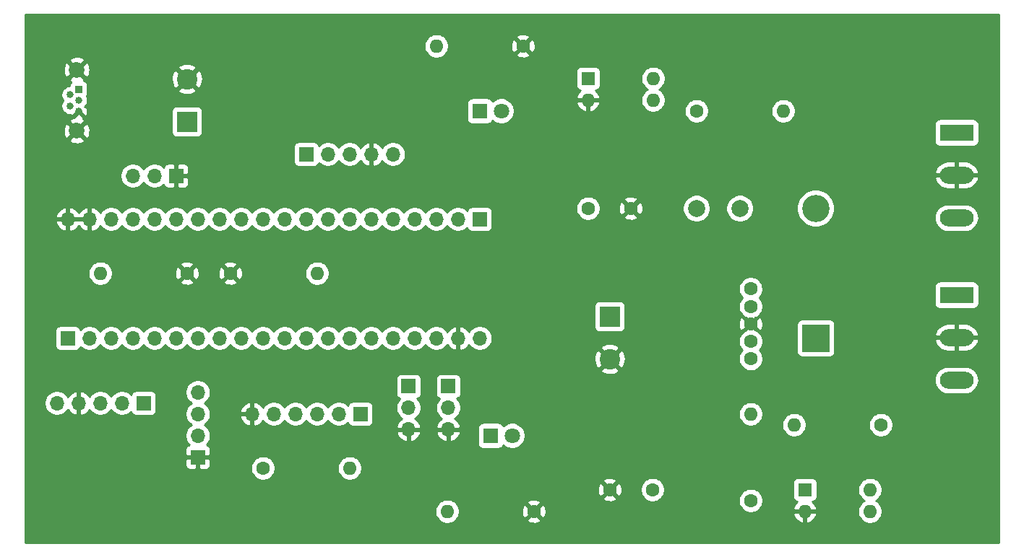
<source format=gbr>
G04 #@! TF.GenerationSoftware,KiCad,Pcbnew,(5.1.6)-1*
G04 #@! TF.CreationDate,2020-05-25T21:42:43+02:00*
G04 #@! TF.ProjectId,MotoGymkhanaRaceTiming,4d6f746f-4779-46d6-9b68-616e61526163,rev?*
G04 #@! TF.SameCoordinates,Original*
G04 #@! TF.FileFunction,Copper,L1,Top*
G04 #@! TF.FilePolarity,Positive*
%FSLAX46Y46*%
G04 Gerber Fmt 4.6, Leading zero omitted, Abs format (unit mm)*
G04 Created by KiCad (PCBNEW (5.1.6)-1) date 2020-05-25 21:42:43*
%MOMM*%
%LPD*%
G01*
G04 APERTURE LIST*
G04 #@! TA.AperFunction,ComponentPad*
%ADD10O,1.700000X1.700000*%
G04 #@! TD*
G04 #@! TA.AperFunction,ComponentPad*
%ADD11R,1.700000X1.700000*%
G04 #@! TD*
G04 #@! TA.AperFunction,ComponentPad*
%ADD12C,1.600000*%
G04 #@! TD*
G04 #@! TA.AperFunction,ComponentPad*
%ADD13O,3.960000X1.980000*%
G04 #@! TD*
G04 #@! TA.AperFunction,ComponentPad*
%ADD14R,3.960000X1.980000*%
G04 #@! TD*
G04 #@! TA.AperFunction,ComponentPad*
%ADD15C,1.600200*%
G04 #@! TD*
G04 #@! TA.AperFunction,ComponentPad*
%ADD16O,1.600000X1.600000*%
G04 #@! TD*
G04 #@! TA.AperFunction,ComponentPad*
%ADD17R,1.600000X1.600000*%
G04 #@! TD*
G04 #@! TA.AperFunction,ComponentPad*
%ADD18C,1.850000*%
G04 #@! TD*
G04 #@! TA.AperFunction,ComponentPad*
%ADD19C,0.840000*%
G04 #@! TD*
G04 #@! TA.AperFunction,ComponentPad*
%ADD20R,0.840000X0.840000*%
G04 #@! TD*
G04 #@! TA.AperFunction,ComponentPad*
%ADD21C,1.800000*%
G04 #@! TD*
G04 #@! TA.AperFunction,ComponentPad*
%ADD22R,1.800000X1.800000*%
G04 #@! TD*
G04 #@! TA.AperFunction,ComponentPad*
%ADD23C,2.000000*%
G04 #@! TD*
G04 #@! TA.AperFunction,ComponentPad*
%ADD24O,3.200000X3.200000*%
G04 #@! TD*
G04 #@! TA.AperFunction,ComponentPad*
%ADD25R,3.200000X3.200000*%
G04 #@! TD*
G04 #@! TA.AperFunction,ComponentPad*
%ADD26C,2.400000*%
G04 #@! TD*
G04 #@! TA.AperFunction,ComponentPad*
%ADD27R,2.400000X2.400000*%
G04 #@! TD*
G04 #@! TA.AperFunction,ViaPad*
%ADD28C,0.800000*%
G04 #@! TD*
G04 #@! TA.AperFunction,Conductor*
%ADD29C,0.254000*%
G04 #@! TD*
G04 APERTURE END LIST*
D10*
X127000000Y-96520000D03*
X129540000Y-96520000D03*
D11*
X132080000Y-96520000D03*
D10*
X134620000Y-121920000D03*
X134620000Y-124460000D03*
X134620000Y-127000000D03*
D11*
X134620000Y-129540000D03*
D10*
X163955001Y-126285001D03*
X163955001Y-123745001D03*
D11*
X163955001Y-121205001D03*
D10*
X159305001Y-126285001D03*
X159305001Y-123745001D03*
D11*
X159305001Y-121205001D03*
D12*
X187880000Y-133350000D03*
X182880000Y-133350000D03*
D13*
X223520000Y-120490000D03*
X223520000Y-115490000D03*
D14*
X223520000Y-110490000D03*
D15*
X199390000Y-117997200D03*
X199390000Y-115945400D03*
X199390000Y-113893600D03*
X199390000Y-111841800D03*
X199390000Y-109790000D03*
D16*
X213360000Y-133350000D03*
X205740000Y-135890000D03*
X213360000Y-135890000D03*
D17*
X205740000Y-133350000D03*
D16*
X187960000Y-85090000D03*
X180340000Y-87630000D03*
X187960000Y-87630000D03*
D17*
X180340000Y-85090000D03*
D13*
X223520000Y-101440000D03*
X223520000Y-96440000D03*
D14*
X223520000Y-91440000D03*
D10*
X140970000Y-124460000D03*
X143510000Y-124460000D03*
X146050000Y-124460000D03*
X148590000Y-124460000D03*
X151130000Y-124460000D03*
D11*
X153670000Y-124460000D03*
D16*
X203200000Y-88900000D03*
D12*
X193040000Y-88900000D03*
D16*
X152400000Y-130810000D03*
D12*
X142240000Y-130810000D03*
D16*
X123190000Y-107950000D03*
D12*
X133350000Y-107950000D03*
D16*
X148590000Y-107950000D03*
D12*
X138430000Y-107950000D03*
D16*
X204470000Y-125730000D03*
D12*
X214630000Y-125730000D03*
D16*
X199390000Y-124460000D03*
D12*
X199390000Y-134620000D03*
D16*
X163830000Y-135890000D03*
D12*
X173990000Y-135890000D03*
X172720000Y-81280000D03*
D16*
X162560000Y-81280000D03*
D18*
X120430000Y-91235000D03*
X120430000Y-84085000D03*
D19*
X120650000Y-88960000D03*
X119650000Y-88310000D03*
X120650000Y-87660000D03*
X119650000Y-87010000D03*
D20*
X120650000Y-86360000D03*
D10*
X119380000Y-101600000D03*
X121920000Y-101600000D03*
X124460000Y-101600000D03*
X127000000Y-101600000D03*
X129540000Y-101600000D03*
X132080000Y-101600000D03*
X134620000Y-101600000D03*
X137160000Y-101600000D03*
X139700000Y-101600000D03*
X142240000Y-101600000D03*
X144780000Y-101600000D03*
X147320000Y-101600000D03*
X149860000Y-101600000D03*
X152400000Y-101600000D03*
X154940000Y-101600000D03*
X157480000Y-101600000D03*
X160020000Y-101600000D03*
X162560000Y-101600000D03*
X165100000Y-101600000D03*
D11*
X167640000Y-101600000D03*
D10*
X167640000Y-115570000D03*
X165100000Y-115570000D03*
X162560000Y-115570000D03*
X160020000Y-115570000D03*
X157480000Y-115570000D03*
X154940000Y-115570000D03*
X152400000Y-115570000D03*
X149860000Y-115570000D03*
X147320000Y-115570000D03*
X144780000Y-115570000D03*
X142240000Y-115570000D03*
X139700000Y-115570000D03*
X137160000Y-115570000D03*
X134620000Y-115570000D03*
X132080000Y-115570000D03*
X129540000Y-115570000D03*
X127000000Y-115570000D03*
X124460000Y-115570000D03*
X121920000Y-115570000D03*
D11*
X119380000Y-115570000D03*
D21*
X170180000Y-88900000D03*
D22*
X167640000Y-88900000D03*
D21*
X171450000Y-127000000D03*
D22*
X168910000Y-127000000D03*
D23*
X193040000Y-100330000D03*
X198120000Y-100330000D03*
D10*
X118110000Y-123190000D03*
X120650000Y-123190000D03*
X123190000Y-123190000D03*
X125730000Y-123190000D03*
D11*
X128270000Y-123190000D03*
D10*
X157480000Y-93980000D03*
X154940000Y-93980000D03*
X152400000Y-93980000D03*
X149860000Y-93980000D03*
D11*
X147320000Y-93980000D03*
D24*
X207010000Y-100330000D03*
D25*
X207010000Y-115570000D03*
D26*
X182880000Y-118030000D03*
D27*
X182880000Y-113030000D03*
D12*
X185340000Y-100330000D03*
X180340000Y-100330000D03*
D26*
X133350000Y-85170000D03*
D27*
X133350000Y-90170000D03*
D28*
X123190000Y-134620000D03*
X123190000Y-134620000D03*
X191770000Y-110490000D03*
X217170000Y-81280000D03*
X177800000Y-78740000D03*
X176530000Y-121920000D03*
D29*
G36*
X228473000Y-139573000D02*
G01*
X114427000Y-139573000D01*
X114427000Y-135748665D01*
X162395000Y-135748665D01*
X162395000Y-136031335D01*
X162450147Y-136308574D01*
X162558320Y-136569727D01*
X162715363Y-136804759D01*
X162915241Y-137004637D01*
X163150273Y-137161680D01*
X163411426Y-137269853D01*
X163688665Y-137325000D01*
X163971335Y-137325000D01*
X164248574Y-137269853D01*
X164509727Y-137161680D01*
X164744759Y-137004637D01*
X164866694Y-136882702D01*
X173176903Y-136882702D01*
X173248486Y-137126671D01*
X173503996Y-137247571D01*
X173778184Y-137316300D01*
X174060512Y-137330217D01*
X174340130Y-137288787D01*
X174606292Y-137193603D01*
X174731514Y-137126671D01*
X174803097Y-136882702D01*
X173990000Y-136069605D01*
X173176903Y-136882702D01*
X164866694Y-136882702D01*
X164944637Y-136804759D01*
X165101680Y-136569727D01*
X165209853Y-136308574D01*
X165265000Y-136031335D01*
X165265000Y-135960512D01*
X172549783Y-135960512D01*
X172591213Y-136240130D01*
X172686397Y-136506292D01*
X172753329Y-136631514D01*
X172997298Y-136703097D01*
X173810395Y-135890000D01*
X174169605Y-135890000D01*
X174982702Y-136703097D01*
X175226671Y-136631514D01*
X175347571Y-136376004D01*
X175381903Y-136239039D01*
X204348096Y-136239039D01*
X204388754Y-136373087D01*
X204508963Y-136627420D01*
X204676481Y-136853414D01*
X204884869Y-137042385D01*
X205126119Y-137187070D01*
X205390960Y-137281909D01*
X205613000Y-137160624D01*
X205613000Y-136017000D01*
X205867000Y-136017000D01*
X205867000Y-137160624D01*
X206089040Y-137281909D01*
X206353881Y-137187070D01*
X206595131Y-137042385D01*
X206803519Y-136853414D01*
X206971037Y-136627420D01*
X207091246Y-136373087D01*
X207131904Y-136239039D01*
X207009915Y-136017000D01*
X205867000Y-136017000D01*
X205613000Y-136017000D01*
X204470085Y-136017000D01*
X204348096Y-136239039D01*
X175381903Y-136239039D01*
X175416300Y-136101816D01*
X175430217Y-135819488D01*
X175388787Y-135539870D01*
X175293603Y-135273708D01*
X175226671Y-135148486D01*
X174982702Y-135076903D01*
X174169605Y-135890000D01*
X173810395Y-135890000D01*
X172997298Y-135076903D01*
X172753329Y-135148486D01*
X172632429Y-135403996D01*
X172563700Y-135678184D01*
X172549783Y-135960512D01*
X165265000Y-135960512D01*
X165265000Y-135748665D01*
X165209853Y-135471426D01*
X165101680Y-135210273D01*
X164944637Y-134975241D01*
X164866694Y-134897298D01*
X173176903Y-134897298D01*
X173990000Y-135710395D01*
X174803097Y-134897298D01*
X174731514Y-134653329D01*
X174476004Y-134532429D01*
X174201816Y-134463700D01*
X173919488Y-134449783D01*
X173639870Y-134491213D01*
X173373708Y-134586397D01*
X173248486Y-134653329D01*
X173176903Y-134897298D01*
X164866694Y-134897298D01*
X164744759Y-134775363D01*
X164509727Y-134618320D01*
X164248574Y-134510147D01*
X163971335Y-134455000D01*
X163688665Y-134455000D01*
X163411426Y-134510147D01*
X163150273Y-134618320D01*
X162915241Y-134775363D01*
X162715363Y-134975241D01*
X162558320Y-135210273D01*
X162450147Y-135471426D01*
X162395000Y-135748665D01*
X114427000Y-135748665D01*
X114427000Y-134342702D01*
X182066903Y-134342702D01*
X182138486Y-134586671D01*
X182393996Y-134707571D01*
X182668184Y-134776300D01*
X182950512Y-134790217D01*
X183230130Y-134748787D01*
X183496292Y-134653603D01*
X183621514Y-134586671D01*
X183693097Y-134342702D01*
X182880000Y-133529605D01*
X182066903Y-134342702D01*
X114427000Y-134342702D01*
X114427000Y-133420512D01*
X181439783Y-133420512D01*
X181481213Y-133700130D01*
X181576397Y-133966292D01*
X181643329Y-134091514D01*
X181887298Y-134163097D01*
X182700395Y-133350000D01*
X183059605Y-133350000D01*
X183872702Y-134163097D01*
X184116671Y-134091514D01*
X184237571Y-133836004D01*
X184306300Y-133561816D01*
X184320217Y-133279488D01*
X184309724Y-133208665D01*
X186445000Y-133208665D01*
X186445000Y-133491335D01*
X186500147Y-133768574D01*
X186608320Y-134029727D01*
X186765363Y-134264759D01*
X186965241Y-134464637D01*
X187200273Y-134621680D01*
X187461426Y-134729853D01*
X187738665Y-134785000D01*
X188021335Y-134785000D01*
X188298574Y-134729853D01*
X188559727Y-134621680D01*
X188773764Y-134478665D01*
X197955000Y-134478665D01*
X197955000Y-134761335D01*
X198010147Y-135038574D01*
X198118320Y-135299727D01*
X198275363Y-135534759D01*
X198475241Y-135734637D01*
X198710273Y-135891680D01*
X198971426Y-135999853D01*
X199248665Y-136055000D01*
X199531335Y-136055000D01*
X199808574Y-135999853D01*
X200069727Y-135891680D01*
X200304759Y-135734637D01*
X200504637Y-135534759D01*
X200661680Y-135299727D01*
X200769853Y-135038574D01*
X200825000Y-134761335D01*
X200825000Y-134478665D01*
X200769853Y-134201426D01*
X200661680Y-133940273D01*
X200504637Y-133705241D01*
X200304759Y-133505363D01*
X200069727Y-133348320D01*
X199808574Y-133240147D01*
X199531335Y-133185000D01*
X199248665Y-133185000D01*
X198971426Y-133240147D01*
X198710273Y-133348320D01*
X198475241Y-133505363D01*
X198275363Y-133705241D01*
X198118320Y-133940273D01*
X198010147Y-134201426D01*
X197955000Y-134478665D01*
X188773764Y-134478665D01*
X188794759Y-134464637D01*
X188994637Y-134264759D01*
X189151680Y-134029727D01*
X189259853Y-133768574D01*
X189315000Y-133491335D01*
X189315000Y-133208665D01*
X189259853Y-132931426D01*
X189151680Y-132670273D01*
X189071317Y-132550000D01*
X204301928Y-132550000D01*
X204301928Y-134150000D01*
X204314188Y-134274482D01*
X204350498Y-134394180D01*
X204409463Y-134504494D01*
X204488815Y-134601185D01*
X204585506Y-134680537D01*
X204695820Y-134739502D01*
X204815518Y-134775812D01*
X204840080Y-134778231D01*
X204676481Y-134926586D01*
X204508963Y-135152580D01*
X204388754Y-135406913D01*
X204348096Y-135540961D01*
X204470085Y-135763000D01*
X205613000Y-135763000D01*
X205613000Y-135743000D01*
X205867000Y-135743000D01*
X205867000Y-135763000D01*
X207009915Y-135763000D01*
X207131904Y-135540961D01*
X207091246Y-135406913D01*
X206971037Y-135152580D01*
X206803519Y-134926586D01*
X206639920Y-134778231D01*
X206664482Y-134775812D01*
X206784180Y-134739502D01*
X206894494Y-134680537D01*
X206991185Y-134601185D01*
X207070537Y-134504494D01*
X207129502Y-134394180D01*
X207165812Y-134274482D01*
X207178072Y-134150000D01*
X207178072Y-133208665D01*
X211925000Y-133208665D01*
X211925000Y-133491335D01*
X211980147Y-133768574D01*
X212088320Y-134029727D01*
X212245363Y-134264759D01*
X212445241Y-134464637D01*
X212677759Y-134620000D01*
X212445241Y-134775363D01*
X212245363Y-134975241D01*
X212088320Y-135210273D01*
X211980147Y-135471426D01*
X211925000Y-135748665D01*
X211925000Y-136031335D01*
X211980147Y-136308574D01*
X212088320Y-136569727D01*
X212245363Y-136804759D01*
X212445241Y-137004637D01*
X212680273Y-137161680D01*
X212941426Y-137269853D01*
X213218665Y-137325000D01*
X213501335Y-137325000D01*
X213778574Y-137269853D01*
X214039727Y-137161680D01*
X214274759Y-137004637D01*
X214474637Y-136804759D01*
X214631680Y-136569727D01*
X214739853Y-136308574D01*
X214795000Y-136031335D01*
X214795000Y-135748665D01*
X214739853Y-135471426D01*
X214631680Y-135210273D01*
X214474637Y-134975241D01*
X214274759Y-134775363D01*
X214042241Y-134620000D01*
X214274759Y-134464637D01*
X214474637Y-134264759D01*
X214631680Y-134029727D01*
X214739853Y-133768574D01*
X214795000Y-133491335D01*
X214795000Y-133208665D01*
X214739853Y-132931426D01*
X214631680Y-132670273D01*
X214474637Y-132435241D01*
X214274759Y-132235363D01*
X214039727Y-132078320D01*
X213778574Y-131970147D01*
X213501335Y-131915000D01*
X213218665Y-131915000D01*
X212941426Y-131970147D01*
X212680273Y-132078320D01*
X212445241Y-132235363D01*
X212245363Y-132435241D01*
X212088320Y-132670273D01*
X211980147Y-132931426D01*
X211925000Y-133208665D01*
X207178072Y-133208665D01*
X207178072Y-132550000D01*
X207165812Y-132425518D01*
X207129502Y-132305820D01*
X207070537Y-132195506D01*
X206991185Y-132098815D01*
X206894494Y-132019463D01*
X206784180Y-131960498D01*
X206664482Y-131924188D01*
X206540000Y-131911928D01*
X204940000Y-131911928D01*
X204815518Y-131924188D01*
X204695820Y-131960498D01*
X204585506Y-132019463D01*
X204488815Y-132098815D01*
X204409463Y-132195506D01*
X204350498Y-132305820D01*
X204314188Y-132425518D01*
X204301928Y-132550000D01*
X189071317Y-132550000D01*
X188994637Y-132435241D01*
X188794759Y-132235363D01*
X188559727Y-132078320D01*
X188298574Y-131970147D01*
X188021335Y-131915000D01*
X187738665Y-131915000D01*
X187461426Y-131970147D01*
X187200273Y-132078320D01*
X186965241Y-132235363D01*
X186765363Y-132435241D01*
X186608320Y-132670273D01*
X186500147Y-132931426D01*
X186445000Y-133208665D01*
X184309724Y-133208665D01*
X184278787Y-132999870D01*
X184183603Y-132733708D01*
X184116671Y-132608486D01*
X183872702Y-132536903D01*
X183059605Y-133350000D01*
X182700395Y-133350000D01*
X181887298Y-132536903D01*
X181643329Y-132608486D01*
X181522429Y-132863996D01*
X181453700Y-133138184D01*
X181439783Y-133420512D01*
X114427000Y-133420512D01*
X114427000Y-132357298D01*
X182066903Y-132357298D01*
X182880000Y-133170395D01*
X183693097Y-132357298D01*
X183621514Y-132113329D01*
X183366004Y-131992429D01*
X183091816Y-131923700D01*
X182809488Y-131909783D01*
X182529870Y-131951213D01*
X182263708Y-132046397D01*
X182138486Y-132113329D01*
X182066903Y-132357298D01*
X114427000Y-132357298D01*
X114427000Y-130390000D01*
X133131928Y-130390000D01*
X133144188Y-130514482D01*
X133180498Y-130634180D01*
X133239463Y-130744494D01*
X133318815Y-130841185D01*
X133415506Y-130920537D01*
X133525820Y-130979502D01*
X133645518Y-131015812D01*
X133770000Y-131028072D01*
X134334250Y-131025000D01*
X134493000Y-130866250D01*
X134493000Y-129667000D01*
X134747000Y-129667000D01*
X134747000Y-130866250D01*
X134905750Y-131025000D01*
X135470000Y-131028072D01*
X135594482Y-131015812D01*
X135714180Y-130979502D01*
X135824494Y-130920537D01*
X135921185Y-130841185D01*
X136000537Y-130744494D01*
X136041069Y-130668665D01*
X140805000Y-130668665D01*
X140805000Y-130951335D01*
X140860147Y-131228574D01*
X140968320Y-131489727D01*
X141125363Y-131724759D01*
X141325241Y-131924637D01*
X141560273Y-132081680D01*
X141821426Y-132189853D01*
X142098665Y-132245000D01*
X142381335Y-132245000D01*
X142658574Y-132189853D01*
X142919727Y-132081680D01*
X143154759Y-131924637D01*
X143354637Y-131724759D01*
X143511680Y-131489727D01*
X143619853Y-131228574D01*
X143675000Y-130951335D01*
X143675000Y-130668665D01*
X150965000Y-130668665D01*
X150965000Y-130951335D01*
X151020147Y-131228574D01*
X151128320Y-131489727D01*
X151285363Y-131724759D01*
X151485241Y-131924637D01*
X151720273Y-132081680D01*
X151981426Y-132189853D01*
X152258665Y-132245000D01*
X152541335Y-132245000D01*
X152818574Y-132189853D01*
X153079727Y-132081680D01*
X153314759Y-131924637D01*
X153514637Y-131724759D01*
X153671680Y-131489727D01*
X153779853Y-131228574D01*
X153835000Y-130951335D01*
X153835000Y-130668665D01*
X153779853Y-130391426D01*
X153671680Y-130130273D01*
X153514637Y-129895241D01*
X153314759Y-129695363D01*
X153079727Y-129538320D01*
X152818574Y-129430147D01*
X152541335Y-129375000D01*
X152258665Y-129375000D01*
X151981426Y-129430147D01*
X151720273Y-129538320D01*
X151485241Y-129695363D01*
X151285363Y-129895241D01*
X151128320Y-130130273D01*
X151020147Y-130391426D01*
X150965000Y-130668665D01*
X143675000Y-130668665D01*
X143619853Y-130391426D01*
X143511680Y-130130273D01*
X143354637Y-129895241D01*
X143154759Y-129695363D01*
X142919727Y-129538320D01*
X142658574Y-129430147D01*
X142381335Y-129375000D01*
X142098665Y-129375000D01*
X141821426Y-129430147D01*
X141560273Y-129538320D01*
X141325241Y-129695363D01*
X141125363Y-129895241D01*
X140968320Y-130130273D01*
X140860147Y-130391426D01*
X140805000Y-130668665D01*
X136041069Y-130668665D01*
X136059502Y-130634180D01*
X136095812Y-130514482D01*
X136108072Y-130390000D01*
X136105000Y-129825750D01*
X135946250Y-129667000D01*
X134747000Y-129667000D01*
X134493000Y-129667000D01*
X133293750Y-129667000D01*
X133135000Y-129825750D01*
X133131928Y-130390000D01*
X114427000Y-130390000D01*
X114427000Y-128690000D01*
X133131928Y-128690000D01*
X133135000Y-129254250D01*
X133293750Y-129413000D01*
X134493000Y-129413000D01*
X134493000Y-129393000D01*
X134747000Y-129393000D01*
X134747000Y-129413000D01*
X135946250Y-129413000D01*
X136105000Y-129254250D01*
X136108072Y-128690000D01*
X136095812Y-128565518D01*
X136059502Y-128445820D01*
X136000537Y-128335506D01*
X135921185Y-128238815D01*
X135824494Y-128159463D01*
X135714180Y-128100498D01*
X135641620Y-128078487D01*
X135773475Y-127946632D01*
X135935990Y-127703411D01*
X136047932Y-127433158D01*
X136105000Y-127146260D01*
X136105000Y-126853740D01*
X136062861Y-126641891D01*
X157863525Y-126641891D01*
X157908176Y-126789100D01*
X158033360Y-127051921D01*
X158207413Y-127285270D01*
X158423646Y-127480179D01*
X158673749Y-127629158D01*
X158948110Y-127726482D01*
X159178001Y-127605815D01*
X159178001Y-126412001D01*
X159432001Y-126412001D01*
X159432001Y-127605815D01*
X159661892Y-127726482D01*
X159936253Y-127629158D01*
X160186356Y-127480179D01*
X160402589Y-127285270D01*
X160576642Y-127051921D01*
X160701826Y-126789100D01*
X160746477Y-126641891D01*
X162513525Y-126641891D01*
X162558176Y-126789100D01*
X162683360Y-127051921D01*
X162857413Y-127285270D01*
X163073646Y-127480179D01*
X163323749Y-127629158D01*
X163598110Y-127726482D01*
X163828001Y-127605815D01*
X163828001Y-126412001D01*
X164082001Y-126412001D01*
X164082001Y-127605815D01*
X164311892Y-127726482D01*
X164586253Y-127629158D01*
X164836356Y-127480179D01*
X165052589Y-127285270D01*
X165226642Y-127051921D01*
X165351826Y-126789100D01*
X165396477Y-126641891D01*
X165275156Y-126412001D01*
X164082001Y-126412001D01*
X163828001Y-126412001D01*
X162634846Y-126412001D01*
X162513525Y-126641891D01*
X160746477Y-126641891D01*
X160625156Y-126412001D01*
X159432001Y-126412001D01*
X159178001Y-126412001D01*
X157984846Y-126412001D01*
X157863525Y-126641891D01*
X136062861Y-126641891D01*
X136047932Y-126566842D01*
X135935990Y-126296589D01*
X135773475Y-126053368D01*
X135566632Y-125846525D01*
X135392240Y-125730000D01*
X135566632Y-125613475D01*
X135773475Y-125406632D01*
X135935990Y-125163411D01*
X136047932Y-124893158D01*
X136063102Y-124816891D01*
X139528519Y-124816891D01*
X139625843Y-125091252D01*
X139774822Y-125341355D01*
X139969731Y-125557588D01*
X140203080Y-125731641D01*
X140465901Y-125856825D01*
X140613110Y-125901476D01*
X140843000Y-125780155D01*
X140843000Y-124587000D01*
X139649186Y-124587000D01*
X139528519Y-124816891D01*
X136063102Y-124816891D01*
X136105000Y-124606260D01*
X136105000Y-124313740D01*
X136063103Y-124103109D01*
X139528519Y-124103109D01*
X139649186Y-124333000D01*
X140843000Y-124333000D01*
X140843000Y-123139845D01*
X141097000Y-123139845D01*
X141097000Y-124333000D01*
X141117000Y-124333000D01*
X141117000Y-124587000D01*
X141097000Y-124587000D01*
X141097000Y-125780155D01*
X141326890Y-125901476D01*
X141474099Y-125856825D01*
X141736920Y-125731641D01*
X141970269Y-125557588D01*
X142165178Y-125341355D01*
X142234805Y-125224466D01*
X142356525Y-125406632D01*
X142563368Y-125613475D01*
X142806589Y-125775990D01*
X143076842Y-125887932D01*
X143363740Y-125945000D01*
X143656260Y-125945000D01*
X143943158Y-125887932D01*
X144213411Y-125775990D01*
X144456632Y-125613475D01*
X144663475Y-125406632D01*
X144780000Y-125232240D01*
X144896525Y-125406632D01*
X145103368Y-125613475D01*
X145346589Y-125775990D01*
X145616842Y-125887932D01*
X145903740Y-125945000D01*
X146196260Y-125945000D01*
X146483158Y-125887932D01*
X146753411Y-125775990D01*
X146996632Y-125613475D01*
X147203475Y-125406632D01*
X147320000Y-125232240D01*
X147436525Y-125406632D01*
X147643368Y-125613475D01*
X147886589Y-125775990D01*
X148156842Y-125887932D01*
X148443740Y-125945000D01*
X148736260Y-125945000D01*
X149023158Y-125887932D01*
X149293411Y-125775990D01*
X149536632Y-125613475D01*
X149743475Y-125406632D01*
X149860000Y-125232240D01*
X149976525Y-125406632D01*
X150183368Y-125613475D01*
X150426589Y-125775990D01*
X150696842Y-125887932D01*
X150983740Y-125945000D01*
X151276260Y-125945000D01*
X151563158Y-125887932D01*
X151833411Y-125775990D01*
X152076632Y-125613475D01*
X152208487Y-125481620D01*
X152230498Y-125554180D01*
X152289463Y-125664494D01*
X152368815Y-125761185D01*
X152465506Y-125840537D01*
X152575820Y-125899502D01*
X152695518Y-125935812D01*
X152820000Y-125948072D01*
X154520000Y-125948072D01*
X154644482Y-125935812D01*
X154764180Y-125899502D01*
X154874494Y-125840537D01*
X154971185Y-125761185D01*
X155050537Y-125664494D01*
X155109502Y-125554180D01*
X155145812Y-125434482D01*
X155158072Y-125310000D01*
X155158072Y-123610000D01*
X155145812Y-123485518D01*
X155109502Y-123365820D01*
X155050537Y-123255506D01*
X154971185Y-123158815D01*
X154874494Y-123079463D01*
X154764180Y-123020498D01*
X154644482Y-122984188D01*
X154520000Y-122971928D01*
X152820000Y-122971928D01*
X152695518Y-122984188D01*
X152575820Y-123020498D01*
X152465506Y-123079463D01*
X152368815Y-123158815D01*
X152289463Y-123255506D01*
X152230498Y-123365820D01*
X152208487Y-123438380D01*
X152076632Y-123306525D01*
X151833411Y-123144010D01*
X151563158Y-123032068D01*
X151276260Y-122975000D01*
X150983740Y-122975000D01*
X150696842Y-123032068D01*
X150426589Y-123144010D01*
X150183368Y-123306525D01*
X149976525Y-123513368D01*
X149860000Y-123687760D01*
X149743475Y-123513368D01*
X149536632Y-123306525D01*
X149293411Y-123144010D01*
X149023158Y-123032068D01*
X148736260Y-122975000D01*
X148443740Y-122975000D01*
X148156842Y-123032068D01*
X147886589Y-123144010D01*
X147643368Y-123306525D01*
X147436525Y-123513368D01*
X147320000Y-123687760D01*
X147203475Y-123513368D01*
X146996632Y-123306525D01*
X146753411Y-123144010D01*
X146483158Y-123032068D01*
X146196260Y-122975000D01*
X145903740Y-122975000D01*
X145616842Y-123032068D01*
X145346589Y-123144010D01*
X145103368Y-123306525D01*
X144896525Y-123513368D01*
X144780000Y-123687760D01*
X144663475Y-123513368D01*
X144456632Y-123306525D01*
X144213411Y-123144010D01*
X143943158Y-123032068D01*
X143656260Y-122975000D01*
X143363740Y-122975000D01*
X143076842Y-123032068D01*
X142806589Y-123144010D01*
X142563368Y-123306525D01*
X142356525Y-123513368D01*
X142234805Y-123695534D01*
X142165178Y-123578645D01*
X141970269Y-123362412D01*
X141736920Y-123188359D01*
X141474099Y-123063175D01*
X141326890Y-123018524D01*
X141097000Y-123139845D01*
X140843000Y-123139845D01*
X140613110Y-123018524D01*
X140465901Y-123063175D01*
X140203080Y-123188359D01*
X139969731Y-123362412D01*
X139774822Y-123578645D01*
X139625843Y-123828748D01*
X139528519Y-124103109D01*
X136063103Y-124103109D01*
X136047932Y-124026842D01*
X135935990Y-123756589D01*
X135773475Y-123513368D01*
X135566632Y-123306525D01*
X135392240Y-123190000D01*
X135566632Y-123073475D01*
X135773475Y-122866632D01*
X135935990Y-122623411D01*
X136047932Y-122353158D01*
X136105000Y-122066260D01*
X136105000Y-121773740D01*
X136047932Y-121486842D01*
X135935990Y-121216589D01*
X135773475Y-120973368D01*
X135566632Y-120766525D01*
X135323411Y-120604010D01*
X135053158Y-120492068D01*
X134766260Y-120435000D01*
X134473740Y-120435000D01*
X134186842Y-120492068D01*
X133916589Y-120604010D01*
X133673368Y-120766525D01*
X133466525Y-120973368D01*
X133304010Y-121216589D01*
X133192068Y-121486842D01*
X133135000Y-121773740D01*
X133135000Y-122066260D01*
X133192068Y-122353158D01*
X133304010Y-122623411D01*
X133466525Y-122866632D01*
X133673368Y-123073475D01*
X133847760Y-123190000D01*
X133673368Y-123306525D01*
X133466525Y-123513368D01*
X133304010Y-123756589D01*
X133192068Y-124026842D01*
X133135000Y-124313740D01*
X133135000Y-124606260D01*
X133192068Y-124893158D01*
X133304010Y-125163411D01*
X133466525Y-125406632D01*
X133673368Y-125613475D01*
X133847760Y-125730000D01*
X133673368Y-125846525D01*
X133466525Y-126053368D01*
X133304010Y-126296589D01*
X133192068Y-126566842D01*
X133135000Y-126853740D01*
X133135000Y-127146260D01*
X133192068Y-127433158D01*
X133304010Y-127703411D01*
X133466525Y-127946632D01*
X133598380Y-128078487D01*
X133525820Y-128100498D01*
X133415506Y-128159463D01*
X133318815Y-128238815D01*
X133239463Y-128335506D01*
X133180498Y-128445820D01*
X133144188Y-128565518D01*
X133131928Y-128690000D01*
X114427000Y-128690000D01*
X114427000Y-123043740D01*
X116625000Y-123043740D01*
X116625000Y-123336260D01*
X116682068Y-123623158D01*
X116794010Y-123893411D01*
X116956525Y-124136632D01*
X117163368Y-124343475D01*
X117406589Y-124505990D01*
X117676842Y-124617932D01*
X117963740Y-124675000D01*
X118256260Y-124675000D01*
X118543158Y-124617932D01*
X118813411Y-124505990D01*
X119056632Y-124343475D01*
X119263475Y-124136632D01*
X119385195Y-123954466D01*
X119454822Y-124071355D01*
X119649731Y-124287588D01*
X119883080Y-124461641D01*
X120145901Y-124586825D01*
X120293110Y-124631476D01*
X120523000Y-124510155D01*
X120523000Y-123317000D01*
X120503000Y-123317000D01*
X120503000Y-123063000D01*
X120523000Y-123063000D01*
X120523000Y-121869845D01*
X120777000Y-121869845D01*
X120777000Y-123063000D01*
X120797000Y-123063000D01*
X120797000Y-123317000D01*
X120777000Y-123317000D01*
X120777000Y-124510155D01*
X121006890Y-124631476D01*
X121154099Y-124586825D01*
X121416920Y-124461641D01*
X121650269Y-124287588D01*
X121845178Y-124071355D01*
X121914805Y-123954466D01*
X122036525Y-124136632D01*
X122243368Y-124343475D01*
X122486589Y-124505990D01*
X122756842Y-124617932D01*
X123043740Y-124675000D01*
X123336260Y-124675000D01*
X123623158Y-124617932D01*
X123893411Y-124505990D01*
X124136632Y-124343475D01*
X124343475Y-124136632D01*
X124460000Y-123962240D01*
X124576525Y-124136632D01*
X124783368Y-124343475D01*
X125026589Y-124505990D01*
X125296842Y-124617932D01*
X125583740Y-124675000D01*
X125876260Y-124675000D01*
X126163158Y-124617932D01*
X126433411Y-124505990D01*
X126676632Y-124343475D01*
X126808487Y-124211620D01*
X126830498Y-124284180D01*
X126889463Y-124394494D01*
X126968815Y-124491185D01*
X127065506Y-124570537D01*
X127175820Y-124629502D01*
X127295518Y-124665812D01*
X127420000Y-124678072D01*
X129120000Y-124678072D01*
X129244482Y-124665812D01*
X129364180Y-124629502D01*
X129474494Y-124570537D01*
X129571185Y-124491185D01*
X129650537Y-124394494D01*
X129709502Y-124284180D01*
X129745812Y-124164482D01*
X129758072Y-124040000D01*
X129758072Y-122340000D01*
X129745812Y-122215518D01*
X129709502Y-122095820D01*
X129650537Y-121985506D01*
X129571185Y-121888815D01*
X129474494Y-121809463D01*
X129364180Y-121750498D01*
X129244482Y-121714188D01*
X129120000Y-121701928D01*
X127420000Y-121701928D01*
X127295518Y-121714188D01*
X127175820Y-121750498D01*
X127065506Y-121809463D01*
X126968815Y-121888815D01*
X126889463Y-121985506D01*
X126830498Y-122095820D01*
X126808487Y-122168380D01*
X126676632Y-122036525D01*
X126433411Y-121874010D01*
X126163158Y-121762068D01*
X125876260Y-121705000D01*
X125583740Y-121705000D01*
X125296842Y-121762068D01*
X125026589Y-121874010D01*
X124783368Y-122036525D01*
X124576525Y-122243368D01*
X124460000Y-122417760D01*
X124343475Y-122243368D01*
X124136632Y-122036525D01*
X123893411Y-121874010D01*
X123623158Y-121762068D01*
X123336260Y-121705000D01*
X123043740Y-121705000D01*
X122756842Y-121762068D01*
X122486589Y-121874010D01*
X122243368Y-122036525D01*
X122036525Y-122243368D01*
X121914805Y-122425534D01*
X121845178Y-122308645D01*
X121650269Y-122092412D01*
X121416920Y-121918359D01*
X121154099Y-121793175D01*
X121006890Y-121748524D01*
X120777000Y-121869845D01*
X120523000Y-121869845D01*
X120293110Y-121748524D01*
X120145901Y-121793175D01*
X119883080Y-121918359D01*
X119649731Y-122092412D01*
X119454822Y-122308645D01*
X119385195Y-122425534D01*
X119263475Y-122243368D01*
X119056632Y-122036525D01*
X118813411Y-121874010D01*
X118543158Y-121762068D01*
X118256260Y-121705000D01*
X117963740Y-121705000D01*
X117676842Y-121762068D01*
X117406589Y-121874010D01*
X117163368Y-122036525D01*
X116956525Y-122243368D01*
X116794010Y-122486589D01*
X116682068Y-122756842D01*
X116625000Y-123043740D01*
X114427000Y-123043740D01*
X114427000Y-120355001D01*
X157816929Y-120355001D01*
X157816929Y-122055001D01*
X157829189Y-122179483D01*
X157865499Y-122299181D01*
X157924464Y-122409495D01*
X158003816Y-122506186D01*
X158100507Y-122585538D01*
X158210821Y-122644503D01*
X158283381Y-122666514D01*
X158151526Y-122798369D01*
X157989011Y-123041590D01*
X157877069Y-123311843D01*
X157820001Y-123598741D01*
X157820001Y-123891261D01*
X157877069Y-124178159D01*
X157989011Y-124448412D01*
X158151526Y-124691633D01*
X158358369Y-124898476D01*
X158540535Y-125020196D01*
X158423646Y-125089823D01*
X158207413Y-125284732D01*
X158033360Y-125518081D01*
X157908176Y-125780902D01*
X157863525Y-125928111D01*
X157984846Y-126158001D01*
X159178001Y-126158001D01*
X159178001Y-126138001D01*
X159432001Y-126138001D01*
X159432001Y-126158001D01*
X160625156Y-126158001D01*
X160746477Y-125928111D01*
X160701826Y-125780902D01*
X160576642Y-125518081D01*
X160402589Y-125284732D01*
X160186356Y-125089823D01*
X160069467Y-125020196D01*
X160251633Y-124898476D01*
X160458476Y-124691633D01*
X160620991Y-124448412D01*
X160732933Y-124178159D01*
X160790001Y-123891261D01*
X160790001Y-123598741D01*
X160732933Y-123311843D01*
X160620991Y-123041590D01*
X160458476Y-122798369D01*
X160326621Y-122666514D01*
X160399181Y-122644503D01*
X160509495Y-122585538D01*
X160606186Y-122506186D01*
X160685538Y-122409495D01*
X160744503Y-122299181D01*
X160780813Y-122179483D01*
X160793073Y-122055001D01*
X160793073Y-120355001D01*
X162466929Y-120355001D01*
X162466929Y-122055001D01*
X162479189Y-122179483D01*
X162515499Y-122299181D01*
X162574464Y-122409495D01*
X162653816Y-122506186D01*
X162750507Y-122585538D01*
X162860821Y-122644503D01*
X162933381Y-122666514D01*
X162801526Y-122798369D01*
X162639011Y-123041590D01*
X162527069Y-123311843D01*
X162470001Y-123598741D01*
X162470001Y-123891261D01*
X162527069Y-124178159D01*
X162639011Y-124448412D01*
X162801526Y-124691633D01*
X163008369Y-124898476D01*
X163190535Y-125020196D01*
X163073646Y-125089823D01*
X162857413Y-125284732D01*
X162683360Y-125518081D01*
X162558176Y-125780902D01*
X162513525Y-125928111D01*
X162634846Y-126158001D01*
X163828001Y-126158001D01*
X163828001Y-126138001D01*
X164082001Y-126138001D01*
X164082001Y-126158001D01*
X165275156Y-126158001D01*
X165305765Y-126100000D01*
X167371928Y-126100000D01*
X167371928Y-127900000D01*
X167384188Y-128024482D01*
X167420498Y-128144180D01*
X167479463Y-128254494D01*
X167558815Y-128351185D01*
X167655506Y-128430537D01*
X167765820Y-128489502D01*
X167885518Y-128525812D01*
X168010000Y-128538072D01*
X169810000Y-128538072D01*
X169934482Y-128525812D01*
X170054180Y-128489502D01*
X170164494Y-128430537D01*
X170261185Y-128351185D01*
X170340537Y-128254494D01*
X170399502Y-128144180D01*
X170405056Y-128125873D01*
X170471495Y-128192312D01*
X170722905Y-128360299D01*
X171002257Y-128476011D01*
X171298816Y-128535000D01*
X171601184Y-128535000D01*
X171897743Y-128476011D01*
X172177095Y-128360299D01*
X172428505Y-128192312D01*
X172642312Y-127978505D01*
X172810299Y-127727095D01*
X172926011Y-127447743D01*
X172985000Y-127151184D01*
X172985000Y-126848816D01*
X172926011Y-126552257D01*
X172810299Y-126272905D01*
X172642312Y-126021495D01*
X172428505Y-125807688D01*
X172177095Y-125639701D01*
X171897743Y-125523989D01*
X171601184Y-125465000D01*
X171298816Y-125465000D01*
X171002257Y-125523989D01*
X170722905Y-125639701D01*
X170471495Y-125807688D01*
X170405056Y-125874127D01*
X170399502Y-125855820D01*
X170340537Y-125745506D01*
X170261185Y-125648815D01*
X170164494Y-125569463D01*
X170054180Y-125510498D01*
X169934482Y-125474188D01*
X169810000Y-125461928D01*
X168010000Y-125461928D01*
X167885518Y-125474188D01*
X167765820Y-125510498D01*
X167655506Y-125569463D01*
X167558815Y-125648815D01*
X167479463Y-125745506D01*
X167420498Y-125855820D01*
X167384188Y-125975518D01*
X167371928Y-126100000D01*
X165305765Y-126100000D01*
X165396477Y-125928111D01*
X165351826Y-125780902D01*
X165226642Y-125518081D01*
X165052589Y-125284732D01*
X164836356Y-125089823D01*
X164719467Y-125020196D01*
X164901633Y-124898476D01*
X165108476Y-124691633D01*
X165270991Y-124448412D01*
X165324733Y-124318665D01*
X197955000Y-124318665D01*
X197955000Y-124601335D01*
X198010147Y-124878574D01*
X198118320Y-125139727D01*
X198275363Y-125374759D01*
X198475241Y-125574637D01*
X198710273Y-125731680D01*
X198971426Y-125839853D01*
X199248665Y-125895000D01*
X199531335Y-125895000D01*
X199808574Y-125839853D01*
X200069727Y-125731680D01*
X200283764Y-125588665D01*
X203035000Y-125588665D01*
X203035000Y-125871335D01*
X203090147Y-126148574D01*
X203198320Y-126409727D01*
X203355363Y-126644759D01*
X203555241Y-126844637D01*
X203790273Y-127001680D01*
X204051426Y-127109853D01*
X204328665Y-127165000D01*
X204611335Y-127165000D01*
X204888574Y-127109853D01*
X205149727Y-127001680D01*
X205384759Y-126844637D01*
X205584637Y-126644759D01*
X205741680Y-126409727D01*
X205849853Y-126148574D01*
X205905000Y-125871335D01*
X205905000Y-125588665D01*
X213195000Y-125588665D01*
X213195000Y-125871335D01*
X213250147Y-126148574D01*
X213358320Y-126409727D01*
X213515363Y-126644759D01*
X213715241Y-126844637D01*
X213950273Y-127001680D01*
X214211426Y-127109853D01*
X214488665Y-127165000D01*
X214771335Y-127165000D01*
X215048574Y-127109853D01*
X215309727Y-127001680D01*
X215544759Y-126844637D01*
X215744637Y-126644759D01*
X215901680Y-126409727D01*
X216009853Y-126148574D01*
X216065000Y-125871335D01*
X216065000Y-125588665D01*
X216009853Y-125311426D01*
X215901680Y-125050273D01*
X215744637Y-124815241D01*
X215544759Y-124615363D01*
X215309727Y-124458320D01*
X215048574Y-124350147D01*
X214771335Y-124295000D01*
X214488665Y-124295000D01*
X214211426Y-124350147D01*
X213950273Y-124458320D01*
X213715241Y-124615363D01*
X213515363Y-124815241D01*
X213358320Y-125050273D01*
X213250147Y-125311426D01*
X213195000Y-125588665D01*
X205905000Y-125588665D01*
X205849853Y-125311426D01*
X205741680Y-125050273D01*
X205584637Y-124815241D01*
X205384759Y-124615363D01*
X205149727Y-124458320D01*
X204888574Y-124350147D01*
X204611335Y-124295000D01*
X204328665Y-124295000D01*
X204051426Y-124350147D01*
X203790273Y-124458320D01*
X203555241Y-124615363D01*
X203355363Y-124815241D01*
X203198320Y-125050273D01*
X203090147Y-125311426D01*
X203035000Y-125588665D01*
X200283764Y-125588665D01*
X200304759Y-125574637D01*
X200504637Y-125374759D01*
X200661680Y-125139727D01*
X200769853Y-124878574D01*
X200825000Y-124601335D01*
X200825000Y-124318665D01*
X200769853Y-124041426D01*
X200661680Y-123780273D01*
X200504637Y-123545241D01*
X200304759Y-123345363D01*
X200069727Y-123188320D01*
X199808574Y-123080147D01*
X199531335Y-123025000D01*
X199248665Y-123025000D01*
X198971426Y-123080147D01*
X198710273Y-123188320D01*
X198475241Y-123345363D01*
X198275363Y-123545241D01*
X198118320Y-123780273D01*
X198010147Y-124041426D01*
X197955000Y-124318665D01*
X165324733Y-124318665D01*
X165382933Y-124178159D01*
X165440001Y-123891261D01*
X165440001Y-123598741D01*
X165382933Y-123311843D01*
X165270991Y-123041590D01*
X165108476Y-122798369D01*
X164976621Y-122666514D01*
X165049181Y-122644503D01*
X165159495Y-122585538D01*
X165256186Y-122506186D01*
X165335538Y-122409495D01*
X165394503Y-122299181D01*
X165430813Y-122179483D01*
X165443073Y-122055001D01*
X165443073Y-120490000D01*
X220897138Y-120490000D01*
X220928513Y-120808556D01*
X221021432Y-121114869D01*
X221172325Y-121397170D01*
X221375392Y-121644608D01*
X221622830Y-121847675D01*
X221905131Y-121998568D01*
X222211444Y-122091487D01*
X222450176Y-122115000D01*
X224589824Y-122115000D01*
X224828556Y-122091487D01*
X225134869Y-121998568D01*
X225417170Y-121847675D01*
X225664608Y-121644608D01*
X225867675Y-121397170D01*
X226018568Y-121114869D01*
X226111487Y-120808556D01*
X226142862Y-120490000D01*
X226111487Y-120171444D01*
X226018568Y-119865131D01*
X225867675Y-119582830D01*
X225664608Y-119335392D01*
X225417170Y-119132325D01*
X225134869Y-118981432D01*
X224828556Y-118888513D01*
X224589824Y-118865000D01*
X222450176Y-118865000D01*
X222211444Y-118888513D01*
X221905131Y-118981432D01*
X221622830Y-119132325D01*
X221375392Y-119335392D01*
X221172325Y-119582830D01*
X221021432Y-119865131D01*
X220928513Y-120171444D01*
X220897138Y-120490000D01*
X165443073Y-120490000D01*
X165443073Y-120355001D01*
X165430813Y-120230519D01*
X165394503Y-120110821D01*
X165335538Y-120000507D01*
X165256186Y-119903816D01*
X165159495Y-119824464D01*
X165049181Y-119765499D01*
X164929483Y-119729189D01*
X164805001Y-119716929D01*
X163105001Y-119716929D01*
X162980519Y-119729189D01*
X162860821Y-119765499D01*
X162750507Y-119824464D01*
X162653816Y-119903816D01*
X162574464Y-120000507D01*
X162515499Y-120110821D01*
X162479189Y-120230519D01*
X162466929Y-120355001D01*
X160793073Y-120355001D01*
X160780813Y-120230519D01*
X160744503Y-120110821D01*
X160685538Y-120000507D01*
X160606186Y-119903816D01*
X160509495Y-119824464D01*
X160399181Y-119765499D01*
X160279483Y-119729189D01*
X160155001Y-119716929D01*
X158455001Y-119716929D01*
X158330519Y-119729189D01*
X158210821Y-119765499D01*
X158100507Y-119824464D01*
X158003816Y-119903816D01*
X157924464Y-120000507D01*
X157865499Y-120110821D01*
X157829189Y-120230519D01*
X157816929Y-120355001D01*
X114427000Y-120355001D01*
X114427000Y-119307980D01*
X181781626Y-119307980D01*
X181901514Y-119592836D01*
X182225210Y-119753699D01*
X182574069Y-119848322D01*
X182934684Y-119873067D01*
X183293198Y-119826985D01*
X183635833Y-119711846D01*
X183858486Y-119592836D01*
X183978374Y-119307980D01*
X182880000Y-118209605D01*
X181781626Y-119307980D01*
X114427000Y-119307980D01*
X114427000Y-118084684D01*
X181036933Y-118084684D01*
X181083015Y-118443198D01*
X181198154Y-118785833D01*
X181317164Y-119008486D01*
X181602020Y-119128374D01*
X182700395Y-118030000D01*
X183059605Y-118030000D01*
X184157980Y-119128374D01*
X184442836Y-119008486D01*
X184603699Y-118684790D01*
X184698322Y-118335931D01*
X184723067Y-117975316D01*
X184676985Y-117616802D01*
X184561846Y-117274167D01*
X184442836Y-117051514D01*
X184157980Y-116931626D01*
X183059605Y-118030000D01*
X182700395Y-118030000D01*
X181602020Y-116931626D01*
X181317164Y-117051514D01*
X181156301Y-117375210D01*
X181061678Y-117724069D01*
X181036933Y-118084684D01*
X114427000Y-118084684D01*
X114427000Y-114720000D01*
X117891928Y-114720000D01*
X117891928Y-116420000D01*
X117904188Y-116544482D01*
X117940498Y-116664180D01*
X117999463Y-116774494D01*
X118078815Y-116871185D01*
X118175506Y-116950537D01*
X118285820Y-117009502D01*
X118405518Y-117045812D01*
X118530000Y-117058072D01*
X120230000Y-117058072D01*
X120354482Y-117045812D01*
X120474180Y-117009502D01*
X120584494Y-116950537D01*
X120681185Y-116871185D01*
X120760537Y-116774494D01*
X120819502Y-116664180D01*
X120841513Y-116591620D01*
X120973368Y-116723475D01*
X121216589Y-116885990D01*
X121486842Y-116997932D01*
X121773740Y-117055000D01*
X122066260Y-117055000D01*
X122353158Y-116997932D01*
X122623411Y-116885990D01*
X122866632Y-116723475D01*
X123073475Y-116516632D01*
X123190000Y-116342240D01*
X123306525Y-116516632D01*
X123513368Y-116723475D01*
X123756589Y-116885990D01*
X124026842Y-116997932D01*
X124313740Y-117055000D01*
X124606260Y-117055000D01*
X124893158Y-116997932D01*
X125163411Y-116885990D01*
X125406632Y-116723475D01*
X125613475Y-116516632D01*
X125730000Y-116342240D01*
X125846525Y-116516632D01*
X126053368Y-116723475D01*
X126296589Y-116885990D01*
X126566842Y-116997932D01*
X126853740Y-117055000D01*
X127146260Y-117055000D01*
X127433158Y-116997932D01*
X127703411Y-116885990D01*
X127946632Y-116723475D01*
X128153475Y-116516632D01*
X128270000Y-116342240D01*
X128386525Y-116516632D01*
X128593368Y-116723475D01*
X128836589Y-116885990D01*
X129106842Y-116997932D01*
X129393740Y-117055000D01*
X129686260Y-117055000D01*
X129973158Y-116997932D01*
X130243411Y-116885990D01*
X130486632Y-116723475D01*
X130693475Y-116516632D01*
X130810000Y-116342240D01*
X130926525Y-116516632D01*
X131133368Y-116723475D01*
X131376589Y-116885990D01*
X131646842Y-116997932D01*
X131933740Y-117055000D01*
X132226260Y-117055000D01*
X132513158Y-116997932D01*
X132783411Y-116885990D01*
X133026632Y-116723475D01*
X133233475Y-116516632D01*
X133350000Y-116342240D01*
X133466525Y-116516632D01*
X133673368Y-116723475D01*
X133916589Y-116885990D01*
X134186842Y-116997932D01*
X134473740Y-117055000D01*
X134766260Y-117055000D01*
X135053158Y-116997932D01*
X135323411Y-116885990D01*
X135566632Y-116723475D01*
X135773475Y-116516632D01*
X135890000Y-116342240D01*
X136006525Y-116516632D01*
X136213368Y-116723475D01*
X136456589Y-116885990D01*
X136726842Y-116997932D01*
X137013740Y-117055000D01*
X137306260Y-117055000D01*
X137593158Y-116997932D01*
X137863411Y-116885990D01*
X138106632Y-116723475D01*
X138313475Y-116516632D01*
X138430000Y-116342240D01*
X138546525Y-116516632D01*
X138753368Y-116723475D01*
X138996589Y-116885990D01*
X139266842Y-116997932D01*
X139553740Y-117055000D01*
X139846260Y-117055000D01*
X140133158Y-116997932D01*
X140403411Y-116885990D01*
X140646632Y-116723475D01*
X140853475Y-116516632D01*
X140970000Y-116342240D01*
X141086525Y-116516632D01*
X141293368Y-116723475D01*
X141536589Y-116885990D01*
X141806842Y-116997932D01*
X142093740Y-117055000D01*
X142386260Y-117055000D01*
X142673158Y-116997932D01*
X142943411Y-116885990D01*
X143186632Y-116723475D01*
X143393475Y-116516632D01*
X143510000Y-116342240D01*
X143626525Y-116516632D01*
X143833368Y-116723475D01*
X144076589Y-116885990D01*
X144346842Y-116997932D01*
X144633740Y-117055000D01*
X144926260Y-117055000D01*
X145213158Y-116997932D01*
X145483411Y-116885990D01*
X145726632Y-116723475D01*
X145933475Y-116516632D01*
X146050000Y-116342240D01*
X146166525Y-116516632D01*
X146373368Y-116723475D01*
X146616589Y-116885990D01*
X146886842Y-116997932D01*
X147173740Y-117055000D01*
X147466260Y-117055000D01*
X147753158Y-116997932D01*
X148023411Y-116885990D01*
X148266632Y-116723475D01*
X148473475Y-116516632D01*
X148590000Y-116342240D01*
X148706525Y-116516632D01*
X148913368Y-116723475D01*
X149156589Y-116885990D01*
X149426842Y-116997932D01*
X149713740Y-117055000D01*
X150006260Y-117055000D01*
X150293158Y-116997932D01*
X150563411Y-116885990D01*
X150806632Y-116723475D01*
X151013475Y-116516632D01*
X151130000Y-116342240D01*
X151246525Y-116516632D01*
X151453368Y-116723475D01*
X151696589Y-116885990D01*
X151966842Y-116997932D01*
X152253740Y-117055000D01*
X152546260Y-117055000D01*
X152833158Y-116997932D01*
X153103411Y-116885990D01*
X153346632Y-116723475D01*
X153553475Y-116516632D01*
X153670000Y-116342240D01*
X153786525Y-116516632D01*
X153993368Y-116723475D01*
X154236589Y-116885990D01*
X154506842Y-116997932D01*
X154793740Y-117055000D01*
X155086260Y-117055000D01*
X155373158Y-116997932D01*
X155643411Y-116885990D01*
X155886632Y-116723475D01*
X156093475Y-116516632D01*
X156210000Y-116342240D01*
X156326525Y-116516632D01*
X156533368Y-116723475D01*
X156776589Y-116885990D01*
X157046842Y-116997932D01*
X157333740Y-117055000D01*
X157626260Y-117055000D01*
X157913158Y-116997932D01*
X158183411Y-116885990D01*
X158426632Y-116723475D01*
X158633475Y-116516632D01*
X158750000Y-116342240D01*
X158866525Y-116516632D01*
X159073368Y-116723475D01*
X159316589Y-116885990D01*
X159586842Y-116997932D01*
X159873740Y-117055000D01*
X160166260Y-117055000D01*
X160453158Y-116997932D01*
X160723411Y-116885990D01*
X160966632Y-116723475D01*
X161173475Y-116516632D01*
X161290000Y-116342240D01*
X161406525Y-116516632D01*
X161613368Y-116723475D01*
X161856589Y-116885990D01*
X162126842Y-116997932D01*
X162413740Y-117055000D01*
X162706260Y-117055000D01*
X162993158Y-116997932D01*
X163263411Y-116885990D01*
X163506632Y-116723475D01*
X163713475Y-116516632D01*
X163835195Y-116334466D01*
X163904822Y-116451355D01*
X164099731Y-116667588D01*
X164333080Y-116841641D01*
X164595901Y-116966825D01*
X164743110Y-117011476D01*
X164973000Y-116890155D01*
X164973000Y-115697000D01*
X164953000Y-115697000D01*
X164953000Y-115443000D01*
X164973000Y-115443000D01*
X164973000Y-114249845D01*
X165227000Y-114249845D01*
X165227000Y-115443000D01*
X165247000Y-115443000D01*
X165247000Y-115697000D01*
X165227000Y-115697000D01*
X165227000Y-116890155D01*
X165456890Y-117011476D01*
X165604099Y-116966825D01*
X165866920Y-116841641D01*
X166100269Y-116667588D01*
X166295178Y-116451355D01*
X166364805Y-116334466D01*
X166486525Y-116516632D01*
X166693368Y-116723475D01*
X166936589Y-116885990D01*
X167206842Y-116997932D01*
X167493740Y-117055000D01*
X167786260Y-117055000D01*
X168073158Y-116997932D01*
X168343411Y-116885990D01*
X168543911Y-116752020D01*
X181781626Y-116752020D01*
X182880000Y-117850395D01*
X183978374Y-116752020D01*
X183858486Y-116467164D01*
X183534790Y-116306301D01*
X183185931Y-116211678D01*
X182825316Y-116186933D01*
X182466802Y-116233015D01*
X182124167Y-116348154D01*
X181901514Y-116467164D01*
X181781626Y-116752020D01*
X168543911Y-116752020D01*
X168586632Y-116723475D01*
X168793475Y-116516632D01*
X168955990Y-116273411D01*
X169067932Y-116003158D01*
X169107536Y-115804055D01*
X197954900Y-115804055D01*
X197954900Y-116086745D01*
X198010050Y-116364003D01*
X198118231Y-116625175D01*
X198275285Y-116860223D01*
X198386362Y-116971300D01*
X198275285Y-117082377D01*
X198118231Y-117317425D01*
X198010050Y-117578597D01*
X197954900Y-117855855D01*
X197954900Y-118138545D01*
X198010050Y-118415803D01*
X198118231Y-118676975D01*
X198275285Y-118912023D01*
X198475177Y-119111915D01*
X198710225Y-119268969D01*
X198971397Y-119377150D01*
X199248655Y-119432300D01*
X199531345Y-119432300D01*
X199808603Y-119377150D01*
X200069775Y-119268969D01*
X200304823Y-119111915D01*
X200504715Y-118912023D01*
X200661769Y-118676975D01*
X200769950Y-118415803D01*
X200825100Y-118138545D01*
X200825100Y-117855855D01*
X200769950Y-117578597D01*
X200661769Y-117317425D01*
X200504715Y-117082377D01*
X200393638Y-116971300D01*
X200504715Y-116860223D01*
X200661769Y-116625175D01*
X200769950Y-116364003D01*
X200825100Y-116086745D01*
X200825100Y-115804055D01*
X200769950Y-115526797D01*
X200661769Y-115265625D01*
X200504715Y-115030577D01*
X200304823Y-114830685D01*
X200069775Y-114673631D01*
X199934318Y-114617523D01*
X199390000Y-114073205D01*
X198845682Y-114617523D01*
X198710225Y-114673631D01*
X198475177Y-114830685D01*
X198275285Y-115030577D01*
X198118231Y-115265625D01*
X198010050Y-115526797D01*
X197954900Y-115804055D01*
X169107536Y-115804055D01*
X169125000Y-115716260D01*
X169125000Y-115423740D01*
X169067932Y-115136842D01*
X168955990Y-114866589D01*
X168793475Y-114623368D01*
X168586632Y-114416525D01*
X168343411Y-114254010D01*
X168073158Y-114142068D01*
X167786260Y-114085000D01*
X167493740Y-114085000D01*
X167206842Y-114142068D01*
X166936589Y-114254010D01*
X166693368Y-114416525D01*
X166486525Y-114623368D01*
X166364805Y-114805534D01*
X166295178Y-114688645D01*
X166100269Y-114472412D01*
X165866920Y-114298359D01*
X165604099Y-114173175D01*
X165456890Y-114128524D01*
X165227000Y-114249845D01*
X164973000Y-114249845D01*
X164743110Y-114128524D01*
X164595901Y-114173175D01*
X164333080Y-114298359D01*
X164099731Y-114472412D01*
X163904822Y-114688645D01*
X163835195Y-114805534D01*
X163713475Y-114623368D01*
X163506632Y-114416525D01*
X163263411Y-114254010D01*
X162993158Y-114142068D01*
X162706260Y-114085000D01*
X162413740Y-114085000D01*
X162126842Y-114142068D01*
X161856589Y-114254010D01*
X161613368Y-114416525D01*
X161406525Y-114623368D01*
X161290000Y-114797760D01*
X161173475Y-114623368D01*
X160966632Y-114416525D01*
X160723411Y-114254010D01*
X160453158Y-114142068D01*
X160166260Y-114085000D01*
X159873740Y-114085000D01*
X159586842Y-114142068D01*
X159316589Y-114254010D01*
X159073368Y-114416525D01*
X158866525Y-114623368D01*
X158750000Y-114797760D01*
X158633475Y-114623368D01*
X158426632Y-114416525D01*
X158183411Y-114254010D01*
X157913158Y-114142068D01*
X157626260Y-114085000D01*
X157333740Y-114085000D01*
X157046842Y-114142068D01*
X156776589Y-114254010D01*
X156533368Y-114416525D01*
X156326525Y-114623368D01*
X156210000Y-114797760D01*
X156093475Y-114623368D01*
X155886632Y-114416525D01*
X155643411Y-114254010D01*
X155373158Y-114142068D01*
X155086260Y-114085000D01*
X154793740Y-114085000D01*
X154506842Y-114142068D01*
X154236589Y-114254010D01*
X153993368Y-114416525D01*
X153786525Y-114623368D01*
X153670000Y-114797760D01*
X153553475Y-114623368D01*
X153346632Y-114416525D01*
X153103411Y-114254010D01*
X152833158Y-114142068D01*
X152546260Y-114085000D01*
X152253740Y-114085000D01*
X151966842Y-114142068D01*
X151696589Y-114254010D01*
X151453368Y-114416525D01*
X151246525Y-114623368D01*
X151130000Y-114797760D01*
X151013475Y-114623368D01*
X150806632Y-114416525D01*
X150563411Y-114254010D01*
X150293158Y-114142068D01*
X150006260Y-114085000D01*
X149713740Y-114085000D01*
X149426842Y-114142068D01*
X149156589Y-114254010D01*
X148913368Y-114416525D01*
X148706525Y-114623368D01*
X148590000Y-114797760D01*
X148473475Y-114623368D01*
X148266632Y-114416525D01*
X148023411Y-114254010D01*
X147753158Y-114142068D01*
X147466260Y-114085000D01*
X147173740Y-114085000D01*
X146886842Y-114142068D01*
X146616589Y-114254010D01*
X146373368Y-114416525D01*
X146166525Y-114623368D01*
X146050000Y-114797760D01*
X145933475Y-114623368D01*
X145726632Y-114416525D01*
X145483411Y-114254010D01*
X145213158Y-114142068D01*
X144926260Y-114085000D01*
X144633740Y-114085000D01*
X144346842Y-114142068D01*
X144076589Y-114254010D01*
X143833368Y-114416525D01*
X143626525Y-114623368D01*
X143510000Y-114797760D01*
X143393475Y-114623368D01*
X143186632Y-114416525D01*
X142943411Y-114254010D01*
X142673158Y-114142068D01*
X142386260Y-114085000D01*
X142093740Y-114085000D01*
X141806842Y-114142068D01*
X141536589Y-114254010D01*
X141293368Y-114416525D01*
X141086525Y-114623368D01*
X140970000Y-114797760D01*
X140853475Y-114623368D01*
X140646632Y-114416525D01*
X140403411Y-114254010D01*
X140133158Y-114142068D01*
X139846260Y-114085000D01*
X139553740Y-114085000D01*
X139266842Y-114142068D01*
X138996589Y-114254010D01*
X138753368Y-114416525D01*
X138546525Y-114623368D01*
X138430000Y-114797760D01*
X138313475Y-114623368D01*
X138106632Y-114416525D01*
X137863411Y-114254010D01*
X137593158Y-114142068D01*
X137306260Y-114085000D01*
X137013740Y-114085000D01*
X136726842Y-114142068D01*
X136456589Y-114254010D01*
X136213368Y-114416525D01*
X136006525Y-114623368D01*
X135890000Y-114797760D01*
X135773475Y-114623368D01*
X135566632Y-114416525D01*
X135323411Y-114254010D01*
X135053158Y-114142068D01*
X134766260Y-114085000D01*
X134473740Y-114085000D01*
X134186842Y-114142068D01*
X133916589Y-114254010D01*
X133673368Y-114416525D01*
X133466525Y-114623368D01*
X133350000Y-114797760D01*
X133233475Y-114623368D01*
X133026632Y-114416525D01*
X132783411Y-114254010D01*
X132513158Y-114142068D01*
X132226260Y-114085000D01*
X131933740Y-114085000D01*
X131646842Y-114142068D01*
X131376589Y-114254010D01*
X131133368Y-114416525D01*
X130926525Y-114623368D01*
X130810000Y-114797760D01*
X130693475Y-114623368D01*
X130486632Y-114416525D01*
X130243411Y-114254010D01*
X129973158Y-114142068D01*
X129686260Y-114085000D01*
X129393740Y-114085000D01*
X129106842Y-114142068D01*
X128836589Y-114254010D01*
X128593368Y-114416525D01*
X128386525Y-114623368D01*
X128270000Y-114797760D01*
X128153475Y-114623368D01*
X127946632Y-114416525D01*
X127703411Y-114254010D01*
X127433158Y-114142068D01*
X127146260Y-114085000D01*
X126853740Y-114085000D01*
X126566842Y-114142068D01*
X126296589Y-114254010D01*
X126053368Y-114416525D01*
X125846525Y-114623368D01*
X125730000Y-114797760D01*
X125613475Y-114623368D01*
X125406632Y-114416525D01*
X125163411Y-114254010D01*
X124893158Y-114142068D01*
X124606260Y-114085000D01*
X124313740Y-114085000D01*
X124026842Y-114142068D01*
X123756589Y-114254010D01*
X123513368Y-114416525D01*
X123306525Y-114623368D01*
X123190000Y-114797760D01*
X123073475Y-114623368D01*
X122866632Y-114416525D01*
X122623411Y-114254010D01*
X122353158Y-114142068D01*
X122066260Y-114085000D01*
X121773740Y-114085000D01*
X121486842Y-114142068D01*
X121216589Y-114254010D01*
X120973368Y-114416525D01*
X120841513Y-114548380D01*
X120819502Y-114475820D01*
X120760537Y-114365506D01*
X120681185Y-114268815D01*
X120584494Y-114189463D01*
X120474180Y-114130498D01*
X120354482Y-114094188D01*
X120230000Y-114081928D01*
X118530000Y-114081928D01*
X118405518Y-114094188D01*
X118285820Y-114130498D01*
X118175506Y-114189463D01*
X118078815Y-114268815D01*
X117999463Y-114365506D01*
X117940498Y-114475820D01*
X117904188Y-114595518D01*
X117891928Y-114720000D01*
X114427000Y-114720000D01*
X114427000Y-111830000D01*
X181041928Y-111830000D01*
X181041928Y-114230000D01*
X181054188Y-114354482D01*
X181090498Y-114474180D01*
X181149463Y-114584494D01*
X181228815Y-114681185D01*
X181325506Y-114760537D01*
X181435820Y-114819502D01*
X181555518Y-114855812D01*
X181680000Y-114868072D01*
X184080000Y-114868072D01*
X184204482Y-114855812D01*
X184324180Y-114819502D01*
X184434494Y-114760537D01*
X184531185Y-114681185D01*
X184610537Y-114584494D01*
X184669502Y-114474180D01*
X184705812Y-114354482D01*
X184718072Y-114230000D01*
X184718072Y-113964108D01*
X197949680Y-113964108D01*
X197991111Y-114243747D01*
X198086300Y-114509928D01*
X198153246Y-114635174D01*
X198397226Y-114706769D01*
X199210395Y-113893600D01*
X199569605Y-113893600D01*
X200382774Y-114706769D01*
X200626754Y-114635174D01*
X200747664Y-114379646D01*
X200816400Y-114105439D01*
X200823077Y-113970000D01*
X204771928Y-113970000D01*
X204771928Y-117170000D01*
X204784188Y-117294482D01*
X204820498Y-117414180D01*
X204879463Y-117524494D01*
X204958815Y-117621185D01*
X205055506Y-117700537D01*
X205165820Y-117759502D01*
X205285518Y-117795812D01*
X205410000Y-117808072D01*
X208610000Y-117808072D01*
X208734482Y-117795812D01*
X208854180Y-117759502D01*
X208964494Y-117700537D01*
X209061185Y-117621185D01*
X209140537Y-117524494D01*
X209199502Y-117414180D01*
X209235812Y-117294482D01*
X209248072Y-117170000D01*
X209248072Y-115868865D01*
X220949782Y-115868865D01*
X220980095Y-115994528D01*
X221108304Y-116287205D01*
X221291148Y-116549246D01*
X221521601Y-116770581D01*
X221790806Y-116942704D01*
X222088418Y-117059000D01*
X222403000Y-117115000D01*
X223393000Y-117115000D01*
X223393000Y-115617000D01*
X223647000Y-115617000D01*
X223647000Y-117115000D01*
X224637000Y-117115000D01*
X224951582Y-117059000D01*
X225249194Y-116942704D01*
X225518399Y-116770581D01*
X225748852Y-116549246D01*
X225931696Y-116287205D01*
X226059905Y-115994528D01*
X226090218Y-115868865D01*
X225970740Y-115617000D01*
X223647000Y-115617000D01*
X223393000Y-115617000D01*
X221069260Y-115617000D01*
X220949782Y-115868865D01*
X209248072Y-115868865D01*
X209248072Y-115111135D01*
X220949782Y-115111135D01*
X221069260Y-115363000D01*
X223393000Y-115363000D01*
X223393000Y-113865000D01*
X223647000Y-113865000D01*
X223647000Y-115363000D01*
X225970740Y-115363000D01*
X226090218Y-115111135D01*
X226059905Y-114985472D01*
X225931696Y-114692795D01*
X225748852Y-114430754D01*
X225518399Y-114209419D01*
X225249194Y-114037296D01*
X224951582Y-113921000D01*
X224637000Y-113865000D01*
X223647000Y-113865000D01*
X223393000Y-113865000D01*
X222403000Y-113865000D01*
X222088418Y-113921000D01*
X221790806Y-114037296D01*
X221521601Y-114209419D01*
X221291148Y-114430754D01*
X221108304Y-114692795D01*
X220980095Y-114985472D01*
X220949782Y-115111135D01*
X209248072Y-115111135D01*
X209248072Y-113970000D01*
X209235812Y-113845518D01*
X209199502Y-113725820D01*
X209140537Y-113615506D01*
X209061185Y-113518815D01*
X208964494Y-113439463D01*
X208854180Y-113380498D01*
X208734482Y-113344188D01*
X208610000Y-113331928D01*
X205410000Y-113331928D01*
X205285518Y-113344188D01*
X205165820Y-113380498D01*
X205055506Y-113439463D01*
X204958815Y-113518815D01*
X204879463Y-113615506D01*
X204820498Y-113725820D01*
X204784188Y-113845518D01*
X204771928Y-113970000D01*
X200823077Y-113970000D01*
X200830320Y-113823092D01*
X200788889Y-113543453D01*
X200693700Y-113277272D01*
X200626754Y-113152026D01*
X200382774Y-113080431D01*
X199569605Y-113893600D01*
X199210395Y-113893600D01*
X198397226Y-113080431D01*
X198153246Y-113152026D01*
X198032336Y-113407554D01*
X197963600Y-113681761D01*
X197949680Y-113964108D01*
X184718072Y-113964108D01*
X184718072Y-111830000D01*
X184705812Y-111705518D01*
X184669502Y-111585820D01*
X184610537Y-111475506D01*
X184531185Y-111378815D01*
X184434494Y-111299463D01*
X184324180Y-111240498D01*
X184204482Y-111204188D01*
X184080000Y-111191928D01*
X181680000Y-111191928D01*
X181555518Y-111204188D01*
X181435820Y-111240498D01*
X181325506Y-111299463D01*
X181228815Y-111378815D01*
X181149463Y-111475506D01*
X181090498Y-111585820D01*
X181054188Y-111705518D01*
X181041928Y-111830000D01*
X114427000Y-111830000D01*
X114427000Y-109648655D01*
X197954900Y-109648655D01*
X197954900Y-109931345D01*
X198010050Y-110208603D01*
X198118231Y-110469775D01*
X198275285Y-110704823D01*
X198386362Y-110815900D01*
X198275285Y-110926977D01*
X198118231Y-111162025D01*
X198010050Y-111423197D01*
X197954900Y-111700455D01*
X197954900Y-111983145D01*
X198010050Y-112260403D01*
X198118231Y-112521575D01*
X198275285Y-112756623D01*
X198475177Y-112956515D01*
X198710225Y-113113569D01*
X198845682Y-113169677D01*
X199390000Y-113713995D01*
X199934318Y-113169677D01*
X200069775Y-113113569D01*
X200304823Y-112956515D01*
X200504715Y-112756623D01*
X200661769Y-112521575D01*
X200769950Y-112260403D01*
X200825100Y-111983145D01*
X200825100Y-111700455D01*
X200769950Y-111423197D01*
X200661769Y-111162025D01*
X200504715Y-110926977D01*
X200393638Y-110815900D01*
X200504715Y-110704823D01*
X200661769Y-110469775D01*
X200769950Y-110208603D01*
X200825100Y-109931345D01*
X200825100Y-109648655D01*
X200795531Y-109500000D01*
X220901928Y-109500000D01*
X220901928Y-111480000D01*
X220914188Y-111604482D01*
X220950498Y-111724180D01*
X221009463Y-111834494D01*
X221088815Y-111931185D01*
X221185506Y-112010537D01*
X221295820Y-112069502D01*
X221415518Y-112105812D01*
X221540000Y-112118072D01*
X225500000Y-112118072D01*
X225624482Y-112105812D01*
X225744180Y-112069502D01*
X225854494Y-112010537D01*
X225951185Y-111931185D01*
X226030537Y-111834494D01*
X226089502Y-111724180D01*
X226125812Y-111604482D01*
X226138072Y-111480000D01*
X226138072Y-109500000D01*
X226125812Y-109375518D01*
X226089502Y-109255820D01*
X226030537Y-109145506D01*
X225951185Y-109048815D01*
X225854494Y-108969463D01*
X225744180Y-108910498D01*
X225624482Y-108874188D01*
X225500000Y-108861928D01*
X221540000Y-108861928D01*
X221415518Y-108874188D01*
X221295820Y-108910498D01*
X221185506Y-108969463D01*
X221088815Y-109048815D01*
X221009463Y-109145506D01*
X220950498Y-109255820D01*
X220914188Y-109375518D01*
X220901928Y-109500000D01*
X200795531Y-109500000D01*
X200769950Y-109371397D01*
X200661769Y-109110225D01*
X200504715Y-108875177D01*
X200304823Y-108675285D01*
X200069775Y-108518231D01*
X199808603Y-108410050D01*
X199531345Y-108354900D01*
X199248655Y-108354900D01*
X198971397Y-108410050D01*
X198710225Y-108518231D01*
X198475177Y-108675285D01*
X198275285Y-108875177D01*
X198118231Y-109110225D01*
X198010050Y-109371397D01*
X197954900Y-109648655D01*
X114427000Y-109648655D01*
X114427000Y-107808665D01*
X121755000Y-107808665D01*
X121755000Y-108091335D01*
X121810147Y-108368574D01*
X121918320Y-108629727D01*
X122075363Y-108864759D01*
X122275241Y-109064637D01*
X122510273Y-109221680D01*
X122771426Y-109329853D01*
X123048665Y-109385000D01*
X123331335Y-109385000D01*
X123608574Y-109329853D01*
X123869727Y-109221680D01*
X124104759Y-109064637D01*
X124226694Y-108942702D01*
X132536903Y-108942702D01*
X132608486Y-109186671D01*
X132863996Y-109307571D01*
X133138184Y-109376300D01*
X133420512Y-109390217D01*
X133700130Y-109348787D01*
X133966292Y-109253603D01*
X134091514Y-109186671D01*
X134163097Y-108942702D01*
X137616903Y-108942702D01*
X137688486Y-109186671D01*
X137943996Y-109307571D01*
X138218184Y-109376300D01*
X138500512Y-109390217D01*
X138780130Y-109348787D01*
X139046292Y-109253603D01*
X139171514Y-109186671D01*
X139243097Y-108942702D01*
X138430000Y-108129605D01*
X137616903Y-108942702D01*
X134163097Y-108942702D01*
X133350000Y-108129605D01*
X132536903Y-108942702D01*
X124226694Y-108942702D01*
X124304637Y-108864759D01*
X124461680Y-108629727D01*
X124569853Y-108368574D01*
X124625000Y-108091335D01*
X124625000Y-108020512D01*
X131909783Y-108020512D01*
X131951213Y-108300130D01*
X132046397Y-108566292D01*
X132113329Y-108691514D01*
X132357298Y-108763097D01*
X133170395Y-107950000D01*
X133529605Y-107950000D01*
X134342702Y-108763097D01*
X134586671Y-108691514D01*
X134707571Y-108436004D01*
X134776300Y-108161816D01*
X134783265Y-108020512D01*
X136989783Y-108020512D01*
X137031213Y-108300130D01*
X137126397Y-108566292D01*
X137193329Y-108691514D01*
X137437298Y-108763097D01*
X138250395Y-107950000D01*
X138609605Y-107950000D01*
X139422702Y-108763097D01*
X139666671Y-108691514D01*
X139787571Y-108436004D01*
X139856300Y-108161816D01*
X139870217Y-107879488D01*
X139859724Y-107808665D01*
X147155000Y-107808665D01*
X147155000Y-108091335D01*
X147210147Y-108368574D01*
X147318320Y-108629727D01*
X147475363Y-108864759D01*
X147675241Y-109064637D01*
X147910273Y-109221680D01*
X148171426Y-109329853D01*
X148448665Y-109385000D01*
X148731335Y-109385000D01*
X149008574Y-109329853D01*
X149269727Y-109221680D01*
X149504759Y-109064637D01*
X149704637Y-108864759D01*
X149861680Y-108629727D01*
X149969853Y-108368574D01*
X150025000Y-108091335D01*
X150025000Y-107808665D01*
X149969853Y-107531426D01*
X149861680Y-107270273D01*
X149704637Y-107035241D01*
X149504759Y-106835363D01*
X149269727Y-106678320D01*
X149008574Y-106570147D01*
X148731335Y-106515000D01*
X148448665Y-106515000D01*
X148171426Y-106570147D01*
X147910273Y-106678320D01*
X147675241Y-106835363D01*
X147475363Y-107035241D01*
X147318320Y-107270273D01*
X147210147Y-107531426D01*
X147155000Y-107808665D01*
X139859724Y-107808665D01*
X139828787Y-107599870D01*
X139733603Y-107333708D01*
X139666671Y-107208486D01*
X139422702Y-107136903D01*
X138609605Y-107950000D01*
X138250395Y-107950000D01*
X137437298Y-107136903D01*
X137193329Y-107208486D01*
X137072429Y-107463996D01*
X137003700Y-107738184D01*
X136989783Y-108020512D01*
X134783265Y-108020512D01*
X134790217Y-107879488D01*
X134748787Y-107599870D01*
X134653603Y-107333708D01*
X134586671Y-107208486D01*
X134342702Y-107136903D01*
X133529605Y-107950000D01*
X133170395Y-107950000D01*
X132357298Y-107136903D01*
X132113329Y-107208486D01*
X131992429Y-107463996D01*
X131923700Y-107738184D01*
X131909783Y-108020512D01*
X124625000Y-108020512D01*
X124625000Y-107808665D01*
X124569853Y-107531426D01*
X124461680Y-107270273D01*
X124304637Y-107035241D01*
X124226694Y-106957298D01*
X132536903Y-106957298D01*
X133350000Y-107770395D01*
X134163097Y-106957298D01*
X137616903Y-106957298D01*
X138430000Y-107770395D01*
X139243097Y-106957298D01*
X139171514Y-106713329D01*
X138916004Y-106592429D01*
X138641816Y-106523700D01*
X138359488Y-106509783D01*
X138079870Y-106551213D01*
X137813708Y-106646397D01*
X137688486Y-106713329D01*
X137616903Y-106957298D01*
X134163097Y-106957298D01*
X134091514Y-106713329D01*
X133836004Y-106592429D01*
X133561816Y-106523700D01*
X133279488Y-106509783D01*
X132999870Y-106551213D01*
X132733708Y-106646397D01*
X132608486Y-106713329D01*
X132536903Y-106957298D01*
X124226694Y-106957298D01*
X124104759Y-106835363D01*
X123869727Y-106678320D01*
X123608574Y-106570147D01*
X123331335Y-106515000D01*
X123048665Y-106515000D01*
X122771426Y-106570147D01*
X122510273Y-106678320D01*
X122275241Y-106835363D01*
X122075363Y-107035241D01*
X121918320Y-107270273D01*
X121810147Y-107531426D01*
X121755000Y-107808665D01*
X114427000Y-107808665D01*
X114427000Y-101956891D01*
X117938519Y-101956891D01*
X118035843Y-102231252D01*
X118184822Y-102481355D01*
X118379731Y-102697588D01*
X118613080Y-102871641D01*
X118875901Y-102996825D01*
X119023110Y-103041476D01*
X119253000Y-102920155D01*
X119253000Y-101727000D01*
X119507000Y-101727000D01*
X119507000Y-102920155D01*
X119736890Y-103041476D01*
X119884099Y-102996825D01*
X120146920Y-102871641D01*
X120380269Y-102697588D01*
X120575178Y-102481355D01*
X120650000Y-102355745D01*
X120724822Y-102481355D01*
X120919731Y-102697588D01*
X121153080Y-102871641D01*
X121415901Y-102996825D01*
X121563110Y-103041476D01*
X121793000Y-102920155D01*
X121793000Y-101727000D01*
X119507000Y-101727000D01*
X119253000Y-101727000D01*
X118059186Y-101727000D01*
X117938519Y-101956891D01*
X114427000Y-101956891D01*
X114427000Y-101243109D01*
X117938519Y-101243109D01*
X118059186Y-101473000D01*
X119253000Y-101473000D01*
X119253000Y-100279845D01*
X119507000Y-100279845D01*
X119507000Y-101473000D01*
X121793000Y-101473000D01*
X121793000Y-100279845D01*
X122047000Y-100279845D01*
X122047000Y-101473000D01*
X122067000Y-101473000D01*
X122067000Y-101727000D01*
X122047000Y-101727000D01*
X122047000Y-102920155D01*
X122276890Y-103041476D01*
X122424099Y-102996825D01*
X122686920Y-102871641D01*
X122920269Y-102697588D01*
X123115178Y-102481355D01*
X123184805Y-102364466D01*
X123306525Y-102546632D01*
X123513368Y-102753475D01*
X123756589Y-102915990D01*
X124026842Y-103027932D01*
X124313740Y-103085000D01*
X124606260Y-103085000D01*
X124893158Y-103027932D01*
X125163411Y-102915990D01*
X125406632Y-102753475D01*
X125613475Y-102546632D01*
X125730000Y-102372240D01*
X125846525Y-102546632D01*
X126053368Y-102753475D01*
X126296589Y-102915990D01*
X126566842Y-103027932D01*
X126853740Y-103085000D01*
X127146260Y-103085000D01*
X127433158Y-103027932D01*
X127703411Y-102915990D01*
X127946632Y-102753475D01*
X128153475Y-102546632D01*
X128270000Y-102372240D01*
X128386525Y-102546632D01*
X128593368Y-102753475D01*
X128836589Y-102915990D01*
X129106842Y-103027932D01*
X129393740Y-103085000D01*
X129686260Y-103085000D01*
X129973158Y-103027932D01*
X130243411Y-102915990D01*
X130486632Y-102753475D01*
X130693475Y-102546632D01*
X130810000Y-102372240D01*
X130926525Y-102546632D01*
X131133368Y-102753475D01*
X131376589Y-102915990D01*
X131646842Y-103027932D01*
X131933740Y-103085000D01*
X132226260Y-103085000D01*
X132513158Y-103027932D01*
X132783411Y-102915990D01*
X133026632Y-102753475D01*
X133233475Y-102546632D01*
X133350000Y-102372240D01*
X133466525Y-102546632D01*
X133673368Y-102753475D01*
X133916589Y-102915990D01*
X134186842Y-103027932D01*
X134473740Y-103085000D01*
X134766260Y-103085000D01*
X135053158Y-103027932D01*
X135323411Y-102915990D01*
X135566632Y-102753475D01*
X135773475Y-102546632D01*
X135890000Y-102372240D01*
X136006525Y-102546632D01*
X136213368Y-102753475D01*
X136456589Y-102915990D01*
X136726842Y-103027932D01*
X137013740Y-103085000D01*
X137306260Y-103085000D01*
X137593158Y-103027932D01*
X137863411Y-102915990D01*
X138106632Y-102753475D01*
X138313475Y-102546632D01*
X138430000Y-102372240D01*
X138546525Y-102546632D01*
X138753368Y-102753475D01*
X138996589Y-102915990D01*
X139266842Y-103027932D01*
X139553740Y-103085000D01*
X139846260Y-103085000D01*
X140133158Y-103027932D01*
X140403411Y-102915990D01*
X140646632Y-102753475D01*
X140853475Y-102546632D01*
X140970000Y-102372240D01*
X141086525Y-102546632D01*
X141293368Y-102753475D01*
X141536589Y-102915990D01*
X141806842Y-103027932D01*
X142093740Y-103085000D01*
X142386260Y-103085000D01*
X142673158Y-103027932D01*
X142943411Y-102915990D01*
X143186632Y-102753475D01*
X143393475Y-102546632D01*
X143510000Y-102372240D01*
X143626525Y-102546632D01*
X143833368Y-102753475D01*
X144076589Y-102915990D01*
X144346842Y-103027932D01*
X144633740Y-103085000D01*
X144926260Y-103085000D01*
X145213158Y-103027932D01*
X145483411Y-102915990D01*
X145726632Y-102753475D01*
X145933475Y-102546632D01*
X146050000Y-102372240D01*
X146166525Y-102546632D01*
X146373368Y-102753475D01*
X146616589Y-102915990D01*
X146886842Y-103027932D01*
X147173740Y-103085000D01*
X147466260Y-103085000D01*
X147753158Y-103027932D01*
X148023411Y-102915990D01*
X148266632Y-102753475D01*
X148473475Y-102546632D01*
X148590000Y-102372240D01*
X148706525Y-102546632D01*
X148913368Y-102753475D01*
X149156589Y-102915990D01*
X149426842Y-103027932D01*
X149713740Y-103085000D01*
X150006260Y-103085000D01*
X150293158Y-103027932D01*
X150563411Y-102915990D01*
X150806632Y-102753475D01*
X151013475Y-102546632D01*
X151130000Y-102372240D01*
X151246525Y-102546632D01*
X151453368Y-102753475D01*
X151696589Y-102915990D01*
X151966842Y-103027932D01*
X152253740Y-103085000D01*
X152546260Y-103085000D01*
X152833158Y-103027932D01*
X153103411Y-102915990D01*
X153346632Y-102753475D01*
X153553475Y-102546632D01*
X153670000Y-102372240D01*
X153786525Y-102546632D01*
X153993368Y-102753475D01*
X154236589Y-102915990D01*
X154506842Y-103027932D01*
X154793740Y-103085000D01*
X155086260Y-103085000D01*
X155373158Y-103027932D01*
X155643411Y-102915990D01*
X155886632Y-102753475D01*
X156093475Y-102546632D01*
X156210000Y-102372240D01*
X156326525Y-102546632D01*
X156533368Y-102753475D01*
X156776589Y-102915990D01*
X157046842Y-103027932D01*
X157333740Y-103085000D01*
X157626260Y-103085000D01*
X157913158Y-103027932D01*
X158183411Y-102915990D01*
X158426632Y-102753475D01*
X158633475Y-102546632D01*
X158750000Y-102372240D01*
X158866525Y-102546632D01*
X159073368Y-102753475D01*
X159316589Y-102915990D01*
X159586842Y-103027932D01*
X159873740Y-103085000D01*
X160166260Y-103085000D01*
X160453158Y-103027932D01*
X160723411Y-102915990D01*
X160966632Y-102753475D01*
X161173475Y-102546632D01*
X161290000Y-102372240D01*
X161406525Y-102546632D01*
X161613368Y-102753475D01*
X161856589Y-102915990D01*
X162126842Y-103027932D01*
X162413740Y-103085000D01*
X162706260Y-103085000D01*
X162993158Y-103027932D01*
X163263411Y-102915990D01*
X163506632Y-102753475D01*
X163713475Y-102546632D01*
X163830000Y-102372240D01*
X163946525Y-102546632D01*
X164153368Y-102753475D01*
X164396589Y-102915990D01*
X164666842Y-103027932D01*
X164953740Y-103085000D01*
X165246260Y-103085000D01*
X165533158Y-103027932D01*
X165803411Y-102915990D01*
X166046632Y-102753475D01*
X166178487Y-102621620D01*
X166200498Y-102694180D01*
X166259463Y-102804494D01*
X166338815Y-102901185D01*
X166435506Y-102980537D01*
X166545820Y-103039502D01*
X166665518Y-103075812D01*
X166790000Y-103088072D01*
X168490000Y-103088072D01*
X168614482Y-103075812D01*
X168734180Y-103039502D01*
X168844494Y-102980537D01*
X168941185Y-102901185D01*
X169020537Y-102804494D01*
X169079502Y-102694180D01*
X169115812Y-102574482D01*
X169128072Y-102450000D01*
X169128072Y-100750000D01*
X169115812Y-100625518D01*
X169079502Y-100505820D01*
X169020537Y-100395506D01*
X168941185Y-100298815D01*
X168844494Y-100219463D01*
X168786876Y-100188665D01*
X178905000Y-100188665D01*
X178905000Y-100471335D01*
X178960147Y-100748574D01*
X179068320Y-101009727D01*
X179225363Y-101244759D01*
X179425241Y-101444637D01*
X179660273Y-101601680D01*
X179921426Y-101709853D01*
X180198665Y-101765000D01*
X180481335Y-101765000D01*
X180758574Y-101709853D01*
X181019727Y-101601680D01*
X181254759Y-101444637D01*
X181376694Y-101322702D01*
X184526903Y-101322702D01*
X184598486Y-101566671D01*
X184853996Y-101687571D01*
X185128184Y-101756300D01*
X185410512Y-101770217D01*
X185690130Y-101728787D01*
X185956292Y-101633603D01*
X186081514Y-101566671D01*
X186153097Y-101322702D01*
X185340000Y-100509605D01*
X184526903Y-101322702D01*
X181376694Y-101322702D01*
X181454637Y-101244759D01*
X181611680Y-101009727D01*
X181719853Y-100748574D01*
X181775000Y-100471335D01*
X181775000Y-100400512D01*
X183899783Y-100400512D01*
X183941213Y-100680130D01*
X184036397Y-100946292D01*
X184103329Y-101071514D01*
X184347298Y-101143097D01*
X185160395Y-100330000D01*
X185519605Y-100330000D01*
X186332702Y-101143097D01*
X186576671Y-101071514D01*
X186697571Y-100816004D01*
X186766300Y-100541816D01*
X186780217Y-100259488D01*
X186766805Y-100168967D01*
X191405000Y-100168967D01*
X191405000Y-100491033D01*
X191467832Y-100806912D01*
X191591082Y-101104463D01*
X191770013Y-101372252D01*
X191997748Y-101599987D01*
X192265537Y-101778918D01*
X192563088Y-101902168D01*
X192878967Y-101965000D01*
X193201033Y-101965000D01*
X193516912Y-101902168D01*
X193814463Y-101778918D01*
X194082252Y-101599987D01*
X194309987Y-101372252D01*
X194488918Y-101104463D01*
X194612168Y-100806912D01*
X194675000Y-100491033D01*
X194675000Y-100168967D01*
X196485000Y-100168967D01*
X196485000Y-100491033D01*
X196547832Y-100806912D01*
X196671082Y-101104463D01*
X196850013Y-101372252D01*
X197077748Y-101599987D01*
X197345537Y-101778918D01*
X197643088Y-101902168D01*
X197958967Y-101965000D01*
X198281033Y-101965000D01*
X198596912Y-101902168D01*
X198894463Y-101778918D01*
X199162252Y-101599987D01*
X199389987Y-101372252D01*
X199568918Y-101104463D01*
X199692168Y-100806912D01*
X199755000Y-100491033D01*
X199755000Y-100168967D01*
X199743246Y-100109872D01*
X204775000Y-100109872D01*
X204775000Y-100550128D01*
X204860890Y-100981925D01*
X205029369Y-101388669D01*
X205273962Y-101754729D01*
X205585271Y-102066038D01*
X205951331Y-102310631D01*
X206358075Y-102479110D01*
X206789872Y-102565000D01*
X207230128Y-102565000D01*
X207661925Y-102479110D01*
X208068669Y-102310631D01*
X208434729Y-102066038D01*
X208746038Y-101754729D01*
X208956332Y-101440000D01*
X220897138Y-101440000D01*
X220928513Y-101758556D01*
X221021432Y-102064869D01*
X221172325Y-102347170D01*
X221375392Y-102594608D01*
X221622830Y-102797675D01*
X221905131Y-102948568D01*
X222211444Y-103041487D01*
X222450176Y-103065000D01*
X224589824Y-103065000D01*
X224828556Y-103041487D01*
X225134869Y-102948568D01*
X225417170Y-102797675D01*
X225664608Y-102594608D01*
X225867675Y-102347170D01*
X226018568Y-102064869D01*
X226111487Y-101758556D01*
X226142862Y-101440000D01*
X226111487Y-101121444D01*
X226018568Y-100815131D01*
X225867675Y-100532830D01*
X225664608Y-100285392D01*
X225417170Y-100082325D01*
X225134869Y-99931432D01*
X224828556Y-99838513D01*
X224589824Y-99815000D01*
X222450176Y-99815000D01*
X222211444Y-99838513D01*
X221905131Y-99931432D01*
X221622830Y-100082325D01*
X221375392Y-100285392D01*
X221172325Y-100532830D01*
X221021432Y-100815131D01*
X220928513Y-101121444D01*
X220897138Y-101440000D01*
X208956332Y-101440000D01*
X208990631Y-101388669D01*
X209159110Y-100981925D01*
X209245000Y-100550128D01*
X209245000Y-100109872D01*
X209159110Y-99678075D01*
X208990631Y-99271331D01*
X208746038Y-98905271D01*
X208434729Y-98593962D01*
X208068669Y-98349369D01*
X207661925Y-98180890D01*
X207230128Y-98095000D01*
X206789872Y-98095000D01*
X206358075Y-98180890D01*
X205951331Y-98349369D01*
X205585271Y-98593962D01*
X205273962Y-98905271D01*
X205029369Y-99271331D01*
X204860890Y-99678075D01*
X204775000Y-100109872D01*
X199743246Y-100109872D01*
X199692168Y-99853088D01*
X199568918Y-99555537D01*
X199389987Y-99287748D01*
X199162252Y-99060013D01*
X198894463Y-98881082D01*
X198596912Y-98757832D01*
X198281033Y-98695000D01*
X197958967Y-98695000D01*
X197643088Y-98757832D01*
X197345537Y-98881082D01*
X197077748Y-99060013D01*
X196850013Y-99287748D01*
X196671082Y-99555537D01*
X196547832Y-99853088D01*
X196485000Y-100168967D01*
X194675000Y-100168967D01*
X194612168Y-99853088D01*
X194488918Y-99555537D01*
X194309987Y-99287748D01*
X194082252Y-99060013D01*
X193814463Y-98881082D01*
X193516912Y-98757832D01*
X193201033Y-98695000D01*
X192878967Y-98695000D01*
X192563088Y-98757832D01*
X192265537Y-98881082D01*
X191997748Y-99060013D01*
X191770013Y-99287748D01*
X191591082Y-99555537D01*
X191467832Y-99853088D01*
X191405000Y-100168967D01*
X186766805Y-100168967D01*
X186738787Y-99979870D01*
X186643603Y-99713708D01*
X186576671Y-99588486D01*
X186332702Y-99516903D01*
X185519605Y-100330000D01*
X185160395Y-100330000D01*
X184347298Y-99516903D01*
X184103329Y-99588486D01*
X183982429Y-99843996D01*
X183913700Y-100118184D01*
X183899783Y-100400512D01*
X181775000Y-100400512D01*
X181775000Y-100188665D01*
X181719853Y-99911426D01*
X181611680Y-99650273D01*
X181454637Y-99415241D01*
X181376694Y-99337298D01*
X184526903Y-99337298D01*
X185340000Y-100150395D01*
X186153097Y-99337298D01*
X186081514Y-99093329D01*
X185826004Y-98972429D01*
X185551816Y-98903700D01*
X185269488Y-98889783D01*
X184989870Y-98931213D01*
X184723708Y-99026397D01*
X184598486Y-99093329D01*
X184526903Y-99337298D01*
X181376694Y-99337298D01*
X181254759Y-99215363D01*
X181019727Y-99058320D01*
X180758574Y-98950147D01*
X180481335Y-98895000D01*
X180198665Y-98895000D01*
X179921426Y-98950147D01*
X179660273Y-99058320D01*
X179425241Y-99215363D01*
X179225363Y-99415241D01*
X179068320Y-99650273D01*
X178960147Y-99911426D01*
X178905000Y-100188665D01*
X168786876Y-100188665D01*
X168734180Y-100160498D01*
X168614482Y-100124188D01*
X168490000Y-100111928D01*
X166790000Y-100111928D01*
X166665518Y-100124188D01*
X166545820Y-100160498D01*
X166435506Y-100219463D01*
X166338815Y-100298815D01*
X166259463Y-100395506D01*
X166200498Y-100505820D01*
X166178487Y-100578380D01*
X166046632Y-100446525D01*
X165803411Y-100284010D01*
X165533158Y-100172068D01*
X165246260Y-100115000D01*
X164953740Y-100115000D01*
X164666842Y-100172068D01*
X164396589Y-100284010D01*
X164153368Y-100446525D01*
X163946525Y-100653368D01*
X163830000Y-100827760D01*
X163713475Y-100653368D01*
X163506632Y-100446525D01*
X163263411Y-100284010D01*
X162993158Y-100172068D01*
X162706260Y-100115000D01*
X162413740Y-100115000D01*
X162126842Y-100172068D01*
X161856589Y-100284010D01*
X161613368Y-100446525D01*
X161406525Y-100653368D01*
X161290000Y-100827760D01*
X161173475Y-100653368D01*
X160966632Y-100446525D01*
X160723411Y-100284010D01*
X160453158Y-100172068D01*
X160166260Y-100115000D01*
X159873740Y-100115000D01*
X159586842Y-100172068D01*
X159316589Y-100284010D01*
X159073368Y-100446525D01*
X158866525Y-100653368D01*
X158750000Y-100827760D01*
X158633475Y-100653368D01*
X158426632Y-100446525D01*
X158183411Y-100284010D01*
X157913158Y-100172068D01*
X157626260Y-100115000D01*
X157333740Y-100115000D01*
X157046842Y-100172068D01*
X156776589Y-100284010D01*
X156533368Y-100446525D01*
X156326525Y-100653368D01*
X156210000Y-100827760D01*
X156093475Y-100653368D01*
X155886632Y-100446525D01*
X155643411Y-100284010D01*
X155373158Y-100172068D01*
X155086260Y-100115000D01*
X154793740Y-100115000D01*
X154506842Y-100172068D01*
X154236589Y-100284010D01*
X153993368Y-100446525D01*
X153786525Y-100653368D01*
X153670000Y-100827760D01*
X153553475Y-100653368D01*
X153346632Y-100446525D01*
X153103411Y-100284010D01*
X152833158Y-100172068D01*
X152546260Y-100115000D01*
X152253740Y-100115000D01*
X151966842Y-100172068D01*
X151696589Y-100284010D01*
X151453368Y-100446525D01*
X151246525Y-100653368D01*
X151130000Y-100827760D01*
X151013475Y-100653368D01*
X150806632Y-100446525D01*
X150563411Y-100284010D01*
X150293158Y-100172068D01*
X150006260Y-100115000D01*
X149713740Y-100115000D01*
X149426842Y-100172068D01*
X149156589Y-100284010D01*
X148913368Y-100446525D01*
X148706525Y-100653368D01*
X148590000Y-100827760D01*
X148473475Y-100653368D01*
X148266632Y-100446525D01*
X148023411Y-100284010D01*
X147753158Y-100172068D01*
X147466260Y-100115000D01*
X147173740Y-100115000D01*
X146886842Y-100172068D01*
X146616589Y-100284010D01*
X146373368Y-100446525D01*
X146166525Y-100653368D01*
X146050000Y-100827760D01*
X145933475Y-100653368D01*
X145726632Y-100446525D01*
X145483411Y-100284010D01*
X145213158Y-100172068D01*
X144926260Y-100115000D01*
X144633740Y-100115000D01*
X144346842Y-100172068D01*
X144076589Y-100284010D01*
X143833368Y-100446525D01*
X143626525Y-100653368D01*
X143510000Y-100827760D01*
X143393475Y-100653368D01*
X143186632Y-100446525D01*
X142943411Y-100284010D01*
X142673158Y-100172068D01*
X142386260Y-100115000D01*
X142093740Y-100115000D01*
X141806842Y-100172068D01*
X141536589Y-100284010D01*
X141293368Y-100446525D01*
X141086525Y-100653368D01*
X140970000Y-100827760D01*
X140853475Y-100653368D01*
X140646632Y-100446525D01*
X140403411Y-100284010D01*
X140133158Y-100172068D01*
X139846260Y-100115000D01*
X139553740Y-100115000D01*
X139266842Y-100172068D01*
X138996589Y-100284010D01*
X138753368Y-100446525D01*
X138546525Y-100653368D01*
X138430000Y-100827760D01*
X138313475Y-100653368D01*
X138106632Y-100446525D01*
X137863411Y-100284010D01*
X137593158Y-100172068D01*
X137306260Y-100115000D01*
X137013740Y-100115000D01*
X136726842Y-100172068D01*
X136456589Y-100284010D01*
X136213368Y-100446525D01*
X136006525Y-100653368D01*
X135890000Y-100827760D01*
X135773475Y-100653368D01*
X135566632Y-100446525D01*
X135323411Y-100284010D01*
X135053158Y-100172068D01*
X134766260Y-100115000D01*
X134473740Y-100115000D01*
X134186842Y-100172068D01*
X133916589Y-100284010D01*
X133673368Y-100446525D01*
X133466525Y-100653368D01*
X133350000Y-100827760D01*
X133233475Y-100653368D01*
X133026632Y-100446525D01*
X132783411Y-100284010D01*
X132513158Y-100172068D01*
X132226260Y-100115000D01*
X131933740Y-100115000D01*
X131646842Y-100172068D01*
X131376589Y-100284010D01*
X131133368Y-100446525D01*
X130926525Y-100653368D01*
X130810000Y-100827760D01*
X130693475Y-100653368D01*
X130486632Y-100446525D01*
X130243411Y-100284010D01*
X129973158Y-100172068D01*
X129686260Y-100115000D01*
X129393740Y-100115000D01*
X129106842Y-100172068D01*
X128836589Y-100284010D01*
X128593368Y-100446525D01*
X128386525Y-100653368D01*
X128270000Y-100827760D01*
X128153475Y-100653368D01*
X127946632Y-100446525D01*
X127703411Y-100284010D01*
X127433158Y-100172068D01*
X127146260Y-100115000D01*
X126853740Y-100115000D01*
X126566842Y-100172068D01*
X126296589Y-100284010D01*
X126053368Y-100446525D01*
X125846525Y-100653368D01*
X125730000Y-100827760D01*
X125613475Y-100653368D01*
X125406632Y-100446525D01*
X125163411Y-100284010D01*
X124893158Y-100172068D01*
X124606260Y-100115000D01*
X124313740Y-100115000D01*
X124026842Y-100172068D01*
X123756589Y-100284010D01*
X123513368Y-100446525D01*
X123306525Y-100653368D01*
X123184805Y-100835534D01*
X123115178Y-100718645D01*
X122920269Y-100502412D01*
X122686920Y-100328359D01*
X122424099Y-100203175D01*
X122276890Y-100158524D01*
X122047000Y-100279845D01*
X121793000Y-100279845D01*
X121563110Y-100158524D01*
X121415901Y-100203175D01*
X121153080Y-100328359D01*
X120919731Y-100502412D01*
X120724822Y-100718645D01*
X120650000Y-100844255D01*
X120575178Y-100718645D01*
X120380269Y-100502412D01*
X120146920Y-100328359D01*
X119884099Y-100203175D01*
X119736890Y-100158524D01*
X119507000Y-100279845D01*
X119253000Y-100279845D01*
X119023110Y-100158524D01*
X118875901Y-100203175D01*
X118613080Y-100328359D01*
X118379731Y-100502412D01*
X118184822Y-100718645D01*
X118035843Y-100968748D01*
X117938519Y-101243109D01*
X114427000Y-101243109D01*
X114427000Y-96373740D01*
X125515000Y-96373740D01*
X125515000Y-96666260D01*
X125572068Y-96953158D01*
X125684010Y-97223411D01*
X125846525Y-97466632D01*
X126053368Y-97673475D01*
X126296589Y-97835990D01*
X126566842Y-97947932D01*
X126853740Y-98005000D01*
X127146260Y-98005000D01*
X127433158Y-97947932D01*
X127703411Y-97835990D01*
X127946632Y-97673475D01*
X128153475Y-97466632D01*
X128270000Y-97292240D01*
X128386525Y-97466632D01*
X128593368Y-97673475D01*
X128836589Y-97835990D01*
X129106842Y-97947932D01*
X129393740Y-98005000D01*
X129686260Y-98005000D01*
X129973158Y-97947932D01*
X130243411Y-97835990D01*
X130486632Y-97673475D01*
X130618487Y-97541620D01*
X130640498Y-97614180D01*
X130699463Y-97724494D01*
X130778815Y-97821185D01*
X130875506Y-97900537D01*
X130985820Y-97959502D01*
X131105518Y-97995812D01*
X131230000Y-98008072D01*
X131794250Y-98005000D01*
X131953000Y-97846250D01*
X131953000Y-96647000D01*
X132207000Y-96647000D01*
X132207000Y-97846250D01*
X132365750Y-98005000D01*
X132930000Y-98008072D01*
X133054482Y-97995812D01*
X133174180Y-97959502D01*
X133284494Y-97900537D01*
X133381185Y-97821185D01*
X133460537Y-97724494D01*
X133519502Y-97614180D01*
X133555812Y-97494482D01*
X133568072Y-97370000D01*
X133565072Y-96818865D01*
X220949782Y-96818865D01*
X220980095Y-96944528D01*
X221108304Y-97237205D01*
X221291148Y-97499246D01*
X221521601Y-97720581D01*
X221790806Y-97892704D01*
X222088418Y-98009000D01*
X222403000Y-98065000D01*
X223393000Y-98065000D01*
X223393000Y-96567000D01*
X223647000Y-96567000D01*
X223647000Y-98065000D01*
X224637000Y-98065000D01*
X224951582Y-98009000D01*
X225249194Y-97892704D01*
X225518399Y-97720581D01*
X225748852Y-97499246D01*
X225931696Y-97237205D01*
X226059905Y-96944528D01*
X226090218Y-96818865D01*
X225970740Y-96567000D01*
X223647000Y-96567000D01*
X223393000Y-96567000D01*
X221069260Y-96567000D01*
X220949782Y-96818865D01*
X133565072Y-96818865D01*
X133565000Y-96805750D01*
X133406250Y-96647000D01*
X132207000Y-96647000D01*
X131953000Y-96647000D01*
X131933000Y-96647000D01*
X131933000Y-96393000D01*
X131953000Y-96393000D01*
X131953000Y-95193750D01*
X132207000Y-95193750D01*
X132207000Y-96393000D01*
X133406250Y-96393000D01*
X133565000Y-96234250D01*
X133565942Y-96061135D01*
X220949782Y-96061135D01*
X221069260Y-96313000D01*
X223393000Y-96313000D01*
X223393000Y-94815000D01*
X223647000Y-94815000D01*
X223647000Y-96313000D01*
X225970740Y-96313000D01*
X226090218Y-96061135D01*
X226059905Y-95935472D01*
X225931696Y-95642795D01*
X225748852Y-95380754D01*
X225518399Y-95159419D01*
X225249194Y-94987296D01*
X224951582Y-94871000D01*
X224637000Y-94815000D01*
X223647000Y-94815000D01*
X223393000Y-94815000D01*
X222403000Y-94815000D01*
X222088418Y-94871000D01*
X221790806Y-94987296D01*
X221521601Y-95159419D01*
X221291148Y-95380754D01*
X221108304Y-95642795D01*
X220980095Y-95935472D01*
X220949782Y-96061135D01*
X133565942Y-96061135D01*
X133568072Y-95670000D01*
X133555812Y-95545518D01*
X133519502Y-95425820D01*
X133460537Y-95315506D01*
X133381185Y-95218815D01*
X133284494Y-95139463D01*
X133174180Y-95080498D01*
X133054482Y-95044188D01*
X132930000Y-95031928D01*
X132365750Y-95035000D01*
X132207000Y-95193750D01*
X131953000Y-95193750D01*
X131794250Y-95035000D01*
X131230000Y-95031928D01*
X131105518Y-95044188D01*
X130985820Y-95080498D01*
X130875506Y-95139463D01*
X130778815Y-95218815D01*
X130699463Y-95315506D01*
X130640498Y-95425820D01*
X130618487Y-95498380D01*
X130486632Y-95366525D01*
X130243411Y-95204010D01*
X129973158Y-95092068D01*
X129686260Y-95035000D01*
X129393740Y-95035000D01*
X129106842Y-95092068D01*
X128836589Y-95204010D01*
X128593368Y-95366525D01*
X128386525Y-95573368D01*
X128270000Y-95747760D01*
X128153475Y-95573368D01*
X127946632Y-95366525D01*
X127703411Y-95204010D01*
X127433158Y-95092068D01*
X127146260Y-95035000D01*
X126853740Y-95035000D01*
X126566842Y-95092068D01*
X126296589Y-95204010D01*
X126053368Y-95366525D01*
X125846525Y-95573368D01*
X125684010Y-95816589D01*
X125572068Y-96086842D01*
X125515000Y-96373740D01*
X114427000Y-96373740D01*
X114427000Y-93130000D01*
X145831928Y-93130000D01*
X145831928Y-94830000D01*
X145844188Y-94954482D01*
X145880498Y-95074180D01*
X145939463Y-95184494D01*
X146018815Y-95281185D01*
X146115506Y-95360537D01*
X146225820Y-95419502D01*
X146345518Y-95455812D01*
X146470000Y-95468072D01*
X148170000Y-95468072D01*
X148294482Y-95455812D01*
X148414180Y-95419502D01*
X148524494Y-95360537D01*
X148621185Y-95281185D01*
X148700537Y-95184494D01*
X148759502Y-95074180D01*
X148781513Y-95001620D01*
X148913368Y-95133475D01*
X149156589Y-95295990D01*
X149426842Y-95407932D01*
X149713740Y-95465000D01*
X150006260Y-95465000D01*
X150293158Y-95407932D01*
X150563411Y-95295990D01*
X150806632Y-95133475D01*
X151013475Y-94926632D01*
X151130000Y-94752240D01*
X151246525Y-94926632D01*
X151453368Y-95133475D01*
X151696589Y-95295990D01*
X151966842Y-95407932D01*
X152253740Y-95465000D01*
X152546260Y-95465000D01*
X152833158Y-95407932D01*
X153103411Y-95295990D01*
X153346632Y-95133475D01*
X153553475Y-94926632D01*
X153675195Y-94744466D01*
X153744822Y-94861355D01*
X153939731Y-95077588D01*
X154173080Y-95251641D01*
X154435901Y-95376825D01*
X154583110Y-95421476D01*
X154813000Y-95300155D01*
X154813000Y-94107000D01*
X154793000Y-94107000D01*
X154793000Y-93853000D01*
X154813000Y-93853000D01*
X154813000Y-92659845D01*
X155067000Y-92659845D01*
X155067000Y-93853000D01*
X155087000Y-93853000D01*
X155087000Y-94107000D01*
X155067000Y-94107000D01*
X155067000Y-95300155D01*
X155296890Y-95421476D01*
X155444099Y-95376825D01*
X155706920Y-95251641D01*
X155940269Y-95077588D01*
X156135178Y-94861355D01*
X156204805Y-94744466D01*
X156326525Y-94926632D01*
X156533368Y-95133475D01*
X156776589Y-95295990D01*
X157046842Y-95407932D01*
X157333740Y-95465000D01*
X157626260Y-95465000D01*
X157913158Y-95407932D01*
X158183411Y-95295990D01*
X158426632Y-95133475D01*
X158633475Y-94926632D01*
X158795990Y-94683411D01*
X158907932Y-94413158D01*
X158965000Y-94126260D01*
X158965000Y-93833740D01*
X158907932Y-93546842D01*
X158795990Y-93276589D01*
X158633475Y-93033368D01*
X158426632Y-92826525D01*
X158183411Y-92664010D01*
X157913158Y-92552068D01*
X157626260Y-92495000D01*
X157333740Y-92495000D01*
X157046842Y-92552068D01*
X156776589Y-92664010D01*
X156533368Y-92826525D01*
X156326525Y-93033368D01*
X156204805Y-93215534D01*
X156135178Y-93098645D01*
X155940269Y-92882412D01*
X155706920Y-92708359D01*
X155444099Y-92583175D01*
X155296890Y-92538524D01*
X155067000Y-92659845D01*
X154813000Y-92659845D01*
X154583110Y-92538524D01*
X154435901Y-92583175D01*
X154173080Y-92708359D01*
X153939731Y-92882412D01*
X153744822Y-93098645D01*
X153675195Y-93215534D01*
X153553475Y-93033368D01*
X153346632Y-92826525D01*
X153103411Y-92664010D01*
X152833158Y-92552068D01*
X152546260Y-92495000D01*
X152253740Y-92495000D01*
X151966842Y-92552068D01*
X151696589Y-92664010D01*
X151453368Y-92826525D01*
X151246525Y-93033368D01*
X151130000Y-93207760D01*
X151013475Y-93033368D01*
X150806632Y-92826525D01*
X150563411Y-92664010D01*
X150293158Y-92552068D01*
X150006260Y-92495000D01*
X149713740Y-92495000D01*
X149426842Y-92552068D01*
X149156589Y-92664010D01*
X148913368Y-92826525D01*
X148781513Y-92958380D01*
X148759502Y-92885820D01*
X148700537Y-92775506D01*
X148621185Y-92678815D01*
X148524494Y-92599463D01*
X148414180Y-92540498D01*
X148294482Y-92504188D01*
X148170000Y-92491928D01*
X146470000Y-92491928D01*
X146345518Y-92504188D01*
X146225820Y-92540498D01*
X146115506Y-92599463D01*
X146018815Y-92678815D01*
X145939463Y-92775506D01*
X145880498Y-92885820D01*
X145844188Y-93005518D01*
X145831928Y-93130000D01*
X114427000Y-93130000D01*
X114427000Y-92316917D01*
X119527688Y-92316917D01*
X119614393Y-92573653D01*
X119891223Y-92707048D01*
X120188757Y-92783873D01*
X120495562Y-92801176D01*
X120799848Y-92758292D01*
X121089921Y-92656868D01*
X121245607Y-92573653D01*
X121332312Y-92316917D01*
X120430000Y-91414605D01*
X119527688Y-92316917D01*
X114427000Y-92316917D01*
X114427000Y-91300562D01*
X118863824Y-91300562D01*
X118906708Y-91604848D01*
X119008132Y-91894921D01*
X119091347Y-92050607D01*
X119348083Y-92137312D01*
X120250395Y-91235000D01*
X120609605Y-91235000D01*
X121511917Y-92137312D01*
X121768653Y-92050607D01*
X121902048Y-91773777D01*
X121978873Y-91476243D01*
X121996176Y-91169438D01*
X121953292Y-90865152D01*
X121851868Y-90575079D01*
X121768653Y-90419393D01*
X121511917Y-90332688D01*
X120609605Y-91235000D01*
X120250395Y-91235000D01*
X119348083Y-90332688D01*
X119091347Y-90419393D01*
X118957952Y-90696223D01*
X118881127Y-90993757D01*
X118863824Y-91300562D01*
X114427000Y-91300562D01*
X114427000Y-90153083D01*
X119527688Y-90153083D01*
X120430000Y-91055395D01*
X121332312Y-90153083D01*
X121245607Y-89896347D01*
X121169161Y-89859510D01*
X121191193Y-89680798D01*
X120650000Y-89139605D01*
X120108807Y-89680798D01*
X120111722Y-89704440D01*
X120060152Y-89711708D01*
X119770079Y-89813132D01*
X119614393Y-89896347D01*
X119527688Y-90153083D01*
X114427000Y-90153083D01*
X114427000Y-86906092D01*
X118595000Y-86906092D01*
X118595000Y-87113908D01*
X118635543Y-87317732D01*
X118715071Y-87509730D01*
X118815479Y-87660000D01*
X118715071Y-87810270D01*
X118635543Y-88002268D01*
X118595000Y-88206092D01*
X118595000Y-88413908D01*
X118635543Y-88617732D01*
X118715071Y-88809730D01*
X118830528Y-88982523D01*
X118977477Y-89129472D01*
X119150270Y-89244929D01*
X119342268Y-89324457D01*
X119546092Y-89365000D01*
X119675636Y-89365000D01*
X119706538Y-89443428D01*
X119723885Y-89475881D01*
X119929202Y-89501193D01*
X120257427Y-89172968D01*
X120322523Y-89129472D01*
X120469472Y-88982523D01*
X120569925Y-88832185D01*
X120635858Y-88766253D01*
X120650000Y-88780395D01*
X120664143Y-88766253D01*
X120843748Y-88945858D01*
X120829605Y-88960000D01*
X121370798Y-89501193D01*
X121576115Y-89475881D01*
X121658963Y-89285292D01*
X121703038Y-89082204D01*
X121704985Y-88970000D01*
X131511928Y-88970000D01*
X131511928Y-91370000D01*
X131524188Y-91494482D01*
X131560498Y-91614180D01*
X131619463Y-91724494D01*
X131698815Y-91821185D01*
X131795506Y-91900537D01*
X131905820Y-91959502D01*
X132025518Y-91995812D01*
X132150000Y-92008072D01*
X134550000Y-92008072D01*
X134674482Y-91995812D01*
X134794180Y-91959502D01*
X134904494Y-91900537D01*
X135001185Y-91821185D01*
X135080537Y-91724494D01*
X135139502Y-91614180D01*
X135175812Y-91494482D01*
X135188072Y-91370000D01*
X135188072Y-90450000D01*
X220901928Y-90450000D01*
X220901928Y-92430000D01*
X220914188Y-92554482D01*
X220950498Y-92674180D01*
X221009463Y-92784494D01*
X221088815Y-92881185D01*
X221185506Y-92960537D01*
X221295820Y-93019502D01*
X221415518Y-93055812D01*
X221540000Y-93068072D01*
X225500000Y-93068072D01*
X225624482Y-93055812D01*
X225744180Y-93019502D01*
X225854494Y-92960537D01*
X225951185Y-92881185D01*
X226030537Y-92784494D01*
X226089502Y-92674180D01*
X226125812Y-92554482D01*
X226138072Y-92430000D01*
X226138072Y-90450000D01*
X226125812Y-90325518D01*
X226089502Y-90205820D01*
X226030537Y-90095506D01*
X225951185Y-89998815D01*
X225854494Y-89919463D01*
X225744180Y-89860498D01*
X225624482Y-89824188D01*
X225500000Y-89811928D01*
X221540000Y-89811928D01*
X221415518Y-89824188D01*
X221295820Y-89860498D01*
X221185506Y-89919463D01*
X221088815Y-89998815D01*
X221009463Y-90095506D01*
X220950498Y-90205820D01*
X220914188Y-90325518D01*
X220901928Y-90450000D01*
X135188072Y-90450000D01*
X135188072Y-88970000D01*
X135175812Y-88845518D01*
X135139502Y-88725820D01*
X135080537Y-88615506D01*
X135001185Y-88518815D01*
X134904494Y-88439463D01*
X134794180Y-88380498D01*
X134674482Y-88344188D01*
X134550000Y-88331928D01*
X132150000Y-88331928D01*
X132025518Y-88344188D01*
X131905820Y-88380498D01*
X131795506Y-88439463D01*
X131698815Y-88518815D01*
X131619463Y-88615506D01*
X131560498Y-88725820D01*
X131524188Y-88845518D01*
X131511928Y-88970000D01*
X121704985Y-88970000D01*
X121706645Y-88874418D01*
X121669646Y-88669921D01*
X121593462Y-88476572D01*
X121576115Y-88444119D01*
X121381828Y-88420167D01*
X121469472Y-88332523D01*
X121584929Y-88159730D01*
X121651091Y-88000000D01*
X166101928Y-88000000D01*
X166101928Y-89800000D01*
X166114188Y-89924482D01*
X166150498Y-90044180D01*
X166209463Y-90154494D01*
X166288815Y-90251185D01*
X166385506Y-90330537D01*
X166495820Y-90389502D01*
X166615518Y-90425812D01*
X166740000Y-90438072D01*
X168540000Y-90438072D01*
X168664482Y-90425812D01*
X168784180Y-90389502D01*
X168894494Y-90330537D01*
X168991185Y-90251185D01*
X169070537Y-90154494D01*
X169129502Y-90044180D01*
X169135056Y-90025873D01*
X169201495Y-90092312D01*
X169452905Y-90260299D01*
X169732257Y-90376011D01*
X170028816Y-90435000D01*
X170331184Y-90435000D01*
X170627743Y-90376011D01*
X170907095Y-90260299D01*
X171158505Y-90092312D01*
X171372312Y-89878505D01*
X171540299Y-89627095D01*
X171656011Y-89347743D01*
X171715000Y-89051184D01*
X171715000Y-88748816D01*
X171656011Y-88452257D01*
X171540299Y-88172905D01*
X171410762Y-87979039D01*
X178948096Y-87979039D01*
X178988754Y-88113087D01*
X179108963Y-88367420D01*
X179276481Y-88593414D01*
X179484869Y-88782385D01*
X179726119Y-88927070D01*
X179990960Y-89021909D01*
X180213000Y-88900624D01*
X180213000Y-87757000D01*
X180467000Y-87757000D01*
X180467000Y-88900624D01*
X180689040Y-89021909D01*
X180953881Y-88927070D01*
X181195131Y-88782385D01*
X181403519Y-88593414D01*
X181571037Y-88367420D01*
X181691246Y-88113087D01*
X181731904Y-87979039D01*
X181609915Y-87757000D01*
X180467000Y-87757000D01*
X180213000Y-87757000D01*
X179070085Y-87757000D01*
X178948096Y-87979039D01*
X171410762Y-87979039D01*
X171372312Y-87921495D01*
X171158505Y-87707688D01*
X170907095Y-87539701D01*
X170627743Y-87423989D01*
X170331184Y-87365000D01*
X170028816Y-87365000D01*
X169732257Y-87423989D01*
X169452905Y-87539701D01*
X169201495Y-87707688D01*
X169135056Y-87774127D01*
X169129502Y-87755820D01*
X169070537Y-87645506D01*
X168991185Y-87548815D01*
X168894494Y-87469463D01*
X168784180Y-87410498D01*
X168664482Y-87374188D01*
X168540000Y-87361928D01*
X166740000Y-87361928D01*
X166615518Y-87374188D01*
X166495820Y-87410498D01*
X166385506Y-87469463D01*
X166288815Y-87548815D01*
X166209463Y-87645506D01*
X166150498Y-87755820D01*
X166114188Y-87875518D01*
X166101928Y-88000000D01*
X121651091Y-88000000D01*
X121664457Y-87967732D01*
X121705000Y-87763908D01*
X121705000Y-87556092D01*
X121664457Y-87352268D01*
X121584929Y-87160270D01*
X121582440Y-87156545D01*
X121600537Y-87134494D01*
X121659502Y-87024180D01*
X121695812Y-86904482D01*
X121708072Y-86780000D01*
X121708072Y-86447980D01*
X132251626Y-86447980D01*
X132371514Y-86732836D01*
X132695210Y-86893699D01*
X133044069Y-86988322D01*
X133404684Y-87013067D01*
X133763198Y-86966985D01*
X134105833Y-86851846D01*
X134328486Y-86732836D01*
X134448374Y-86447980D01*
X133350000Y-85349605D01*
X132251626Y-86447980D01*
X121708072Y-86447980D01*
X121708072Y-85940000D01*
X121695812Y-85815518D01*
X121659502Y-85695820D01*
X121600537Y-85585506D01*
X121521185Y-85488815D01*
X121424494Y-85409463D01*
X121314180Y-85350498D01*
X121274389Y-85338428D01*
X121312802Y-85224684D01*
X131506933Y-85224684D01*
X131553015Y-85583198D01*
X131668154Y-85925833D01*
X131787164Y-86148486D01*
X132072020Y-86268374D01*
X133170395Y-85170000D01*
X133529605Y-85170000D01*
X134627980Y-86268374D01*
X134912836Y-86148486D01*
X135073699Y-85824790D01*
X135168322Y-85475931D01*
X135193067Y-85115316D01*
X135146985Y-84756802D01*
X135031846Y-84414167D01*
X134965478Y-84290000D01*
X178901928Y-84290000D01*
X178901928Y-85890000D01*
X178914188Y-86014482D01*
X178950498Y-86134180D01*
X179009463Y-86244494D01*
X179088815Y-86341185D01*
X179185506Y-86420537D01*
X179295820Y-86479502D01*
X179415518Y-86515812D01*
X179440080Y-86518231D01*
X179276481Y-86666586D01*
X179108963Y-86892580D01*
X178988754Y-87146913D01*
X178948096Y-87280961D01*
X179070085Y-87503000D01*
X180213000Y-87503000D01*
X180213000Y-87483000D01*
X180467000Y-87483000D01*
X180467000Y-87503000D01*
X181609915Y-87503000D01*
X181731904Y-87280961D01*
X181691246Y-87146913D01*
X181571037Y-86892580D01*
X181403519Y-86666586D01*
X181239920Y-86518231D01*
X181264482Y-86515812D01*
X181384180Y-86479502D01*
X181494494Y-86420537D01*
X181591185Y-86341185D01*
X181670537Y-86244494D01*
X181729502Y-86134180D01*
X181765812Y-86014482D01*
X181778072Y-85890000D01*
X181778072Y-84948665D01*
X186525000Y-84948665D01*
X186525000Y-85231335D01*
X186580147Y-85508574D01*
X186688320Y-85769727D01*
X186845363Y-86004759D01*
X187045241Y-86204637D01*
X187277759Y-86360000D01*
X187045241Y-86515363D01*
X186845363Y-86715241D01*
X186688320Y-86950273D01*
X186580147Y-87211426D01*
X186525000Y-87488665D01*
X186525000Y-87771335D01*
X186580147Y-88048574D01*
X186688320Y-88309727D01*
X186845363Y-88544759D01*
X187045241Y-88744637D01*
X187280273Y-88901680D01*
X187541426Y-89009853D01*
X187818665Y-89065000D01*
X188101335Y-89065000D01*
X188378574Y-89009853D01*
X188639727Y-88901680D01*
X188853764Y-88758665D01*
X191605000Y-88758665D01*
X191605000Y-89041335D01*
X191660147Y-89318574D01*
X191768320Y-89579727D01*
X191925363Y-89814759D01*
X192125241Y-90014637D01*
X192360273Y-90171680D01*
X192621426Y-90279853D01*
X192898665Y-90335000D01*
X193181335Y-90335000D01*
X193458574Y-90279853D01*
X193719727Y-90171680D01*
X193954759Y-90014637D01*
X194154637Y-89814759D01*
X194311680Y-89579727D01*
X194419853Y-89318574D01*
X194475000Y-89041335D01*
X194475000Y-88758665D01*
X201765000Y-88758665D01*
X201765000Y-89041335D01*
X201820147Y-89318574D01*
X201928320Y-89579727D01*
X202085363Y-89814759D01*
X202285241Y-90014637D01*
X202520273Y-90171680D01*
X202781426Y-90279853D01*
X203058665Y-90335000D01*
X203341335Y-90335000D01*
X203618574Y-90279853D01*
X203879727Y-90171680D01*
X204114759Y-90014637D01*
X204314637Y-89814759D01*
X204471680Y-89579727D01*
X204579853Y-89318574D01*
X204635000Y-89041335D01*
X204635000Y-88758665D01*
X204579853Y-88481426D01*
X204471680Y-88220273D01*
X204314637Y-87985241D01*
X204114759Y-87785363D01*
X203879727Y-87628320D01*
X203618574Y-87520147D01*
X203341335Y-87465000D01*
X203058665Y-87465000D01*
X202781426Y-87520147D01*
X202520273Y-87628320D01*
X202285241Y-87785363D01*
X202085363Y-87985241D01*
X201928320Y-88220273D01*
X201820147Y-88481426D01*
X201765000Y-88758665D01*
X194475000Y-88758665D01*
X194419853Y-88481426D01*
X194311680Y-88220273D01*
X194154637Y-87985241D01*
X193954759Y-87785363D01*
X193719727Y-87628320D01*
X193458574Y-87520147D01*
X193181335Y-87465000D01*
X192898665Y-87465000D01*
X192621426Y-87520147D01*
X192360273Y-87628320D01*
X192125241Y-87785363D01*
X191925363Y-87985241D01*
X191768320Y-88220273D01*
X191660147Y-88481426D01*
X191605000Y-88758665D01*
X188853764Y-88758665D01*
X188874759Y-88744637D01*
X189074637Y-88544759D01*
X189231680Y-88309727D01*
X189339853Y-88048574D01*
X189395000Y-87771335D01*
X189395000Y-87488665D01*
X189339853Y-87211426D01*
X189231680Y-86950273D01*
X189074637Y-86715241D01*
X188874759Y-86515363D01*
X188642241Y-86360000D01*
X188874759Y-86204637D01*
X189074637Y-86004759D01*
X189231680Y-85769727D01*
X189339853Y-85508574D01*
X189395000Y-85231335D01*
X189395000Y-84948665D01*
X189339853Y-84671426D01*
X189231680Y-84410273D01*
X189074637Y-84175241D01*
X188874759Y-83975363D01*
X188639727Y-83818320D01*
X188378574Y-83710147D01*
X188101335Y-83655000D01*
X187818665Y-83655000D01*
X187541426Y-83710147D01*
X187280273Y-83818320D01*
X187045241Y-83975363D01*
X186845363Y-84175241D01*
X186688320Y-84410273D01*
X186580147Y-84671426D01*
X186525000Y-84948665D01*
X181778072Y-84948665D01*
X181778072Y-84290000D01*
X181765812Y-84165518D01*
X181729502Y-84045820D01*
X181670537Y-83935506D01*
X181591185Y-83838815D01*
X181494494Y-83759463D01*
X181384180Y-83700498D01*
X181264482Y-83664188D01*
X181140000Y-83651928D01*
X179540000Y-83651928D01*
X179415518Y-83664188D01*
X179295820Y-83700498D01*
X179185506Y-83759463D01*
X179088815Y-83838815D01*
X179009463Y-83935506D01*
X178950498Y-84045820D01*
X178914188Y-84165518D01*
X178901928Y-84290000D01*
X134965478Y-84290000D01*
X134912836Y-84191514D01*
X134627980Y-84071626D01*
X133529605Y-85170000D01*
X133170395Y-85170000D01*
X132072020Y-84071626D01*
X131787164Y-84191514D01*
X131626301Y-84515210D01*
X131531678Y-84864069D01*
X131506933Y-85224684D01*
X121312802Y-85224684D01*
X121332312Y-85166917D01*
X120430000Y-84264605D01*
X119527688Y-85166917D01*
X119614393Y-85423653D01*
X119770542Y-85498896D01*
X119699463Y-85585506D01*
X119640498Y-85695820D01*
X119604188Y-85815518D01*
X119591928Y-85940000D01*
X119591928Y-85955000D01*
X119546092Y-85955000D01*
X119342268Y-85995543D01*
X119150270Y-86075071D01*
X118977477Y-86190528D01*
X118830528Y-86337477D01*
X118715071Y-86510270D01*
X118635543Y-86702268D01*
X118595000Y-86906092D01*
X114427000Y-86906092D01*
X114427000Y-84150562D01*
X118863824Y-84150562D01*
X118906708Y-84454848D01*
X119008132Y-84744921D01*
X119091347Y-84900607D01*
X119348083Y-84987312D01*
X120250395Y-84085000D01*
X120609605Y-84085000D01*
X121511917Y-84987312D01*
X121768653Y-84900607D01*
X121902048Y-84623777D01*
X121978873Y-84326243D01*
X121996176Y-84019438D01*
X121978219Y-83892020D01*
X132251626Y-83892020D01*
X133350000Y-84990395D01*
X134448374Y-83892020D01*
X134328486Y-83607164D01*
X134004790Y-83446301D01*
X133655931Y-83351678D01*
X133295316Y-83326933D01*
X132936802Y-83373015D01*
X132594167Y-83488154D01*
X132371514Y-83607164D01*
X132251626Y-83892020D01*
X121978219Y-83892020D01*
X121953292Y-83715152D01*
X121851868Y-83425079D01*
X121768653Y-83269393D01*
X121511917Y-83182688D01*
X120609605Y-84085000D01*
X120250395Y-84085000D01*
X119348083Y-83182688D01*
X119091347Y-83269393D01*
X118957952Y-83546223D01*
X118881127Y-83843757D01*
X118863824Y-84150562D01*
X114427000Y-84150562D01*
X114427000Y-83003083D01*
X119527688Y-83003083D01*
X120430000Y-83905395D01*
X121332312Y-83003083D01*
X121245607Y-82746347D01*
X120968777Y-82612952D01*
X120671243Y-82536127D01*
X120364438Y-82518824D01*
X120060152Y-82561708D01*
X119770079Y-82663132D01*
X119614393Y-82746347D01*
X119527688Y-83003083D01*
X114427000Y-83003083D01*
X114427000Y-81138665D01*
X161125000Y-81138665D01*
X161125000Y-81421335D01*
X161180147Y-81698574D01*
X161288320Y-81959727D01*
X161445363Y-82194759D01*
X161645241Y-82394637D01*
X161880273Y-82551680D01*
X162141426Y-82659853D01*
X162418665Y-82715000D01*
X162701335Y-82715000D01*
X162978574Y-82659853D01*
X163239727Y-82551680D01*
X163474759Y-82394637D01*
X163596694Y-82272702D01*
X171906903Y-82272702D01*
X171978486Y-82516671D01*
X172233996Y-82637571D01*
X172508184Y-82706300D01*
X172790512Y-82720217D01*
X173070130Y-82678787D01*
X173336292Y-82583603D01*
X173461514Y-82516671D01*
X173533097Y-82272702D01*
X172720000Y-81459605D01*
X171906903Y-82272702D01*
X163596694Y-82272702D01*
X163674637Y-82194759D01*
X163831680Y-81959727D01*
X163939853Y-81698574D01*
X163995000Y-81421335D01*
X163995000Y-81350512D01*
X171279783Y-81350512D01*
X171321213Y-81630130D01*
X171416397Y-81896292D01*
X171483329Y-82021514D01*
X171727298Y-82093097D01*
X172540395Y-81280000D01*
X172899605Y-81280000D01*
X173712702Y-82093097D01*
X173956671Y-82021514D01*
X174077571Y-81766004D01*
X174146300Y-81491816D01*
X174160217Y-81209488D01*
X174118787Y-80929870D01*
X174023603Y-80663708D01*
X173956671Y-80538486D01*
X173712702Y-80466903D01*
X172899605Y-81280000D01*
X172540395Y-81280000D01*
X171727298Y-80466903D01*
X171483329Y-80538486D01*
X171362429Y-80793996D01*
X171293700Y-81068184D01*
X171279783Y-81350512D01*
X163995000Y-81350512D01*
X163995000Y-81138665D01*
X163939853Y-80861426D01*
X163831680Y-80600273D01*
X163674637Y-80365241D01*
X163596694Y-80287298D01*
X171906903Y-80287298D01*
X172720000Y-81100395D01*
X173533097Y-80287298D01*
X173461514Y-80043329D01*
X173206004Y-79922429D01*
X172931816Y-79853700D01*
X172649488Y-79839783D01*
X172369870Y-79881213D01*
X172103708Y-79976397D01*
X171978486Y-80043329D01*
X171906903Y-80287298D01*
X163596694Y-80287298D01*
X163474759Y-80165363D01*
X163239727Y-80008320D01*
X162978574Y-79900147D01*
X162701335Y-79845000D01*
X162418665Y-79845000D01*
X162141426Y-79900147D01*
X161880273Y-80008320D01*
X161645241Y-80165363D01*
X161445363Y-80365241D01*
X161288320Y-80600273D01*
X161180147Y-80861426D01*
X161125000Y-81138665D01*
X114427000Y-81138665D01*
X114427000Y-77597000D01*
X228473000Y-77597000D01*
X228473000Y-139573000D01*
G37*
X228473000Y-139573000D02*
X114427000Y-139573000D01*
X114427000Y-135748665D01*
X162395000Y-135748665D01*
X162395000Y-136031335D01*
X162450147Y-136308574D01*
X162558320Y-136569727D01*
X162715363Y-136804759D01*
X162915241Y-137004637D01*
X163150273Y-137161680D01*
X163411426Y-137269853D01*
X163688665Y-137325000D01*
X163971335Y-137325000D01*
X164248574Y-137269853D01*
X164509727Y-137161680D01*
X164744759Y-137004637D01*
X164866694Y-136882702D01*
X173176903Y-136882702D01*
X173248486Y-137126671D01*
X173503996Y-137247571D01*
X173778184Y-137316300D01*
X174060512Y-137330217D01*
X174340130Y-137288787D01*
X174606292Y-137193603D01*
X174731514Y-137126671D01*
X174803097Y-136882702D01*
X173990000Y-136069605D01*
X173176903Y-136882702D01*
X164866694Y-136882702D01*
X164944637Y-136804759D01*
X165101680Y-136569727D01*
X165209853Y-136308574D01*
X165265000Y-136031335D01*
X165265000Y-135960512D01*
X172549783Y-135960512D01*
X172591213Y-136240130D01*
X172686397Y-136506292D01*
X172753329Y-136631514D01*
X172997298Y-136703097D01*
X173810395Y-135890000D01*
X174169605Y-135890000D01*
X174982702Y-136703097D01*
X175226671Y-136631514D01*
X175347571Y-136376004D01*
X175381903Y-136239039D01*
X204348096Y-136239039D01*
X204388754Y-136373087D01*
X204508963Y-136627420D01*
X204676481Y-136853414D01*
X204884869Y-137042385D01*
X205126119Y-137187070D01*
X205390960Y-137281909D01*
X205613000Y-137160624D01*
X205613000Y-136017000D01*
X205867000Y-136017000D01*
X205867000Y-137160624D01*
X206089040Y-137281909D01*
X206353881Y-137187070D01*
X206595131Y-137042385D01*
X206803519Y-136853414D01*
X206971037Y-136627420D01*
X207091246Y-136373087D01*
X207131904Y-136239039D01*
X207009915Y-136017000D01*
X205867000Y-136017000D01*
X205613000Y-136017000D01*
X204470085Y-136017000D01*
X204348096Y-136239039D01*
X175381903Y-136239039D01*
X175416300Y-136101816D01*
X175430217Y-135819488D01*
X175388787Y-135539870D01*
X175293603Y-135273708D01*
X175226671Y-135148486D01*
X174982702Y-135076903D01*
X174169605Y-135890000D01*
X173810395Y-135890000D01*
X172997298Y-135076903D01*
X172753329Y-135148486D01*
X172632429Y-135403996D01*
X172563700Y-135678184D01*
X172549783Y-135960512D01*
X165265000Y-135960512D01*
X165265000Y-135748665D01*
X165209853Y-135471426D01*
X165101680Y-135210273D01*
X164944637Y-134975241D01*
X164866694Y-134897298D01*
X173176903Y-134897298D01*
X173990000Y-135710395D01*
X174803097Y-134897298D01*
X174731514Y-134653329D01*
X174476004Y-134532429D01*
X174201816Y-134463700D01*
X173919488Y-134449783D01*
X173639870Y-134491213D01*
X173373708Y-134586397D01*
X173248486Y-134653329D01*
X173176903Y-134897298D01*
X164866694Y-134897298D01*
X164744759Y-134775363D01*
X164509727Y-134618320D01*
X164248574Y-134510147D01*
X163971335Y-134455000D01*
X163688665Y-134455000D01*
X163411426Y-134510147D01*
X163150273Y-134618320D01*
X162915241Y-134775363D01*
X162715363Y-134975241D01*
X162558320Y-135210273D01*
X162450147Y-135471426D01*
X162395000Y-135748665D01*
X114427000Y-135748665D01*
X114427000Y-134342702D01*
X182066903Y-134342702D01*
X182138486Y-134586671D01*
X182393996Y-134707571D01*
X182668184Y-134776300D01*
X182950512Y-134790217D01*
X183230130Y-134748787D01*
X183496292Y-134653603D01*
X183621514Y-134586671D01*
X183693097Y-134342702D01*
X182880000Y-133529605D01*
X182066903Y-134342702D01*
X114427000Y-134342702D01*
X114427000Y-133420512D01*
X181439783Y-133420512D01*
X181481213Y-133700130D01*
X181576397Y-133966292D01*
X181643329Y-134091514D01*
X181887298Y-134163097D01*
X182700395Y-133350000D01*
X183059605Y-133350000D01*
X183872702Y-134163097D01*
X184116671Y-134091514D01*
X184237571Y-133836004D01*
X184306300Y-133561816D01*
X184320217Y-133279488D01*
X184309724Y-133208665D01*
X186445000Y-133208665D01*
X186445000Y-133491335D01*
X186500147Y-133768574D01*
X186608320Y-134029727D01*
X186765363Y-134264759D01*
X186965241Y-134464637D01*
X187200273Y-134621680D01*
X187461426Y-134729853D01*
X187738665Y-134785000D01*
X188021335Y-134785000D01*
X188298574Y-134729853D01*
X188559727Y-134621680D01*
X188773764Y-134478665D01*
X197955000Y-134478665D01*
X197955000Y-134761335D01*
X198010147Y-135038574D01*
X198118320Y-135299727D01*
X198275363Y-135534759D01*
X198475241Y-135734637D01*
X198710273Y-135891680D01*
X198971426Y-135999853D01*
X199248665Y-136055000D01*
X199531335Y-136055000D01*
X199808574Y-135999853D01*
X200069727Y-135891680D01*
X200304759Y-135734637D01*
X200504637Y-135534759D01*
X200661680Y-135299727D01*
X200769853Y-135038574D01*
X200825000Y-134761335D01*
X200825000Y-134478665D01*
X200769853Y-134201426D01*
X200661680Y-133940273D01*
X200504637Y-133705241D01*
X200304759Y-133505363D01*
X200069727Y-133348320D01*
X199808574Y-133240147D01*
X199531335Y-133185000D01*
X199248665Y-133185000D01*
X198971426Y-133240147D01*
X198710273Y-133348320D01*
X198475241Y-133505363D01*
X198275363Y-133705241D01*
X198118320Y-133940273D01*
X198010147Y-134201426D01*
X197955000Y-134478665D01*
X188773764Y-134478665D01*
X188794759Y-134464637D01*
X188994637Y-134264759D01*
X189151680Y-134029727D01*
X189259853Y-133768574D01*
X189315000Y-133491335D01*
X189315000Y-133208665D01*
X189259853Y-132931426D01*
X189151680Y-132670273D01*
X189071317Y-132550000D01*
X204301928Y-132550000D01*
X204301928Y-134150000D01*
X204314188Y-134274482D01*
X204350498Y-134394180D01*
X204409463Y-134504494D01*
X204488815Y-134601185D01*
X204585506Y-134680537D01*
X204695820Y-134739502D01*
X204815518Y-134775812D01*
X204840080Y-134778231D01*
X204676481Y-134926586D01*
X204508963Y-135152580D01*
X204388754Y-135406913D01*
X204348096Y-135540961D01*
X204470085Y-135763000D01*
X205613000Y-135763000D01*
X205613000Y-135743000D01*
X205867000Y-135743000D01*
X205867000Y-135763000D01*
X207009915Y-135763000D01*
X207131904Y-135540961D01*
X207091246Y-135406913D01*
X206971037Y-135152580D01*
X206803519Y-134926586D01*
X206639920Y-134778231D01*
X206664482Y-134775812D01*
X206784180Y-134739502D01*
X206894494Y-134680537D01*
X206991185Y-134601185D01*
X207070537Y-134504494D01*
X207129502Y-134394180D01*
X207165812Y-134274482D01*
X207178072Y-134150000D01*
X207178072Y-133208665D01*
X211925000Y-133208665D01*
X211925000Y-133491335D01*
X211980147Y-133768574D01*
X212088320Y-134029727D01*
X212245363Y-134264759D01*
X212445241Y-134464637D01*
X212677759Y-134620000D01*
X212445241Y-134775363D01*
X212245363Y-134975241D01*
X212088320Y-135210273D01*
X211980147Y-135471426D01*
X211925000Y-135748665D01*
X211925000Y-136031335D01*
X211980147Y-136308574D01*
X212088320Y-136569727D01*
X212245363Y-136804759D01*
X212445241Y-137004637D01*
X212680273Y-137161680D01*
X212941426Y-137269853D01*
X213218665Y-137325000D01*
X213501335Y-137325000D01*
X213778574Y-137269853D01*
X214039727Y-137161680D01*
X214274759Y-137004637D01*
X214474637Y-136804759D01*
X214631680Y-136569727D01*
X214739853Y-136308574D01*
X214795000Y-136031335D01*
X214795000Y-135748665D01*
X214739853Y-135471426D01*
X214631680Y-135210273D01*
X214474637Y-134975241D01*
X214274759Y-134775363D01*
X214042241Y-134620000D01*
X214274759Y-134464637D01*
X214474637Y-134264759D01*
X214631680Y-134029727D01*
X214739853Y-133768574D01*
X214795000Y-133491335D01*
X214795000Y-133208665D01*
X214739853Y-132931426D01*
X214631680Y-132670273D01*
X214474637Y-132435241D01*
X214274759Y-132235363D01*
X214039727Y-132078320D01*
X213778574Y-131970147D01*
X213501335Y-131915000D01*
X213218665Y-131915000D01*
X212941426Y-131970147D01*
X212680273Y-132078320D01*
X212445241Y-132235363D01*
X212245363Y-132435241D01*
X212088320Y-132670273D01*
X211980147Y-132931426D01*
X211925000Y-133208665D01*
X207178072Y-133208665D01*
X207178072Y-132550000D01*
X207165812Y-132425518D01*
X207129502Y-132305820D01*
X207070537Y-132195506D01*
X206991185Y-132098815D01*
X206894494Y-132019463D01*
X206784180Y-131960498D01*
X206664482Y-131924188D01*
X206540000Y-131911928D01*
X204940000Y-131911928D01*
X204815518Y-131924188D01*
X204695820Y-131960498D01*
X204585506Y-132019463D01*
X204488815Y-132098815D01*
X204409463Y-132195506D01*
X204350498Y-132305820D01*
X204314188Y-132425518D01*
X204301928Y-132550000D01*
X189071317Y-132550000D01*
X188994637Y-132435241D01*
X188794759Y-132235363D01*
X188559727Y-132078320D01*
X188298574Y-131970147D01*
X188021335Y-131915000D01*
X187738665Y-131915000D01*
X187461426Y-131970147D01*
X187200273Y-132078320D01*
X186965241Y-132235363D01*
X186765363Y-132435241D01*
X186608320Y-132670273D01*
X186500147Y-132931426D01*
X186445000Y-133208665D01*
X184309724Y-133208665D01*
X184278787Y-132999870D01*
X184183603Y-132733708D01*
X184116671Y-132608486D01*
X183872702Y-132536903D01*
X183059605Y-133350000D01*
X182700395Y-133350000D01*
X181887298Y-132536903D01*
X181643329Y-132608486D01*
X181522429Y-132863996D01*
X181453700Y-133138184D01*
X181439783Y-133420512D01*
X114427000Y-133420512D01*
X114427000Y-132357298D01*
X182066903Y-132357298D01*
X182880000Y-133170395D01*
X183693097Y-132357298D01*
X183621514Y-132113329D01*
X183366004Y-131992429D01*
X183091816Y-131923700D01*
X182809488Y-131909783D01*
X182529870Y-131951213D01*
X182263708Y-132046397D01*
X182138486Y-132113329D01*
X182066903Y-132357298D01*
X114427000Y-132357298D01*
X114427000Y-130390000D01*
X133131928Y-130390000D01*
X133144188Y-130514482D01*
X133180498Y-130634180D01*
X133239463Y-130744494D01*
X133318815Y-130841185D01*
X133415506Y-130920537D01*
X133525820Y-130979502D01*
X133645518Y-131015812D01*
X133770000Y-131028072D01*
X134334250Y-131025000D01*
X134493000Y-130866250D01*
X134493000Y-129667000D01*
X134747000Y-129667000D01*
X134747000Y-130866250D01*
X134905750Y-131025000D01*
X135470000Y-131028072D01*
X135594482Y-131015812D01*
X135714180Y-130979502D01*
X135824494Y-130920537D01*
X135921185Y-130841185D01*
X136000537Y-130744494D01*
X136041069Y-130668665D01*
X140805000Y-130668665D01*
X140805000Y-130951335D01*
X140860147Y-131228574D01*
X140968320Y-131489727D01*
X141125363Y-131724759D01*
X141325241Y-131924637D01*
X141560273Y-132081680D01*
X141821426Y-132189853D01*
X142098665Y-132245000D01*
X142381335Y-132245000D01*
X142658574Y-132189853D01*
X142919727Y-132081680D01*
X143154759Y-131924637D01*
X143354637Y-131724759D01*
X143511680Y-131489727D01*
X143619853Y-131228574D01*
X143675000Y-130951335D01*
X143675000Y-130668665D01*
X150965000Y-130668665D01*
X150965000Y-130951335D01*
X151020147Y-131228574D01*
X151128320Y-131489727D01*
X151285363Y-131724759D01*
X151485241Y-131924637D01*
X151720273Y-132081680D01*
X151981426Y-132189853D01*
X152258665Y-132245000D01*
X152541335Y-132245000D01*
X152818574Y-132189853D01*
X153079727Y-132081680D01*
X153314759Y-131924637D01*
X153514637Y-131724759D01*
X153671680Y-131489727D01*
X153779853Y-131228574D01*
X153835000Y-130951335D01*
X153835000Y-130668665D01*
X153779853Y-130391426D01*
X153671680Y-130130273D01*
X153514637Y-129895241D01*
X153314759Y-129695363D01*
X153079727Y-129538320D01*
X152818574Y-129430147D01*
X152541335Y-129375000D01*
X152258665Y-129375000D01*
X151981426Y-129430147D01*
X151720273Y-129538320D01*
X151485241Y-129695363D01*
X151285363Y-129895241D01*
X151128320Y-130130273D01*
X151020147Y-130391426D01*
X150965000Y-130668665D01*
X143675000Y-130668665D01*
X143619853Y-130391426D01*
X143511680Y-130130273D01*
X143354637Y-129895241D01*
X143154759Y-129695363D01*
X142919727Y-129538320D01*
X142658574Y-129430147D01*
X142381335Y-129375000D01*
X142098665Y-129375000D01*
X141821426Y-129430147D01*
X141560273Y-129538320D01*
X141325241Y-129695363D01*
X141125363Y-129895241D01*
X140968320Y-130130273D01*
X140860147Y-130391426D01*
X140805000Y-130668665D01*
X136041069Y-130668665D01*
X136059502Y-130634180D01*
X136095812Y-130514482D01*
X136108072Y-130390000D01*
X136105000Y-129825750D01*
X135946250Y-129667000D01*
X134747000Y-129667000D01*
X134493000Y-129667000D01*
X133293750Y-129667000D01*
X133135000Y-129825750D01*
X133131928Y-130390000D01*
X114427000Y-130390000D01*
X114427000Y-128690000D01*
X133131928Y-128690000D01*
X133135000Y-129254250D01*
X133293750Y-129413000D01*
X134493000Y-129413000D01*
X134493000Y-129393000D01*
X134747000Y-129393000D01*
X134747000Y-129413000D01*
X135946250Y-129413000D01*
X136105000Y-129254250D01*
X136108072Y-128690000D01*
X136095812Y-128565518D01*
X136059502Y-128445820D01*
X136000537Y-128335506D01*
X135921185Y-128238815D01*
X135824494Y-128159463D01*
X135714180Y-128100498D01*
X135641620Y-128078487D01*
X135773475Y-127946632D01*
X135935990Y-127703411D01*
X136047932Y-127433158D01*
X136105000Y-127146260D01*
X136105000Y-126853740D01*
X136062861Y-126641891D01*
X157863525Y-126641891D01*
X157908176Y-126789100D01*
X158033360Y-127051921D01*
X158207413Y-127285270D01*
X158423646Y-127480179D01*
X158673749Y-127629158D01*
X158948110Y-127726482D01*
X159178001Y-127605815D01*
X159178001Y-126412001D01*
X159432001Y-126412001D01*
X159432001Y-127605815D01*
X159661892Y-127726482D01*
X159936253Y-127629158D01*
X160186356Y-127480179D01*
X160402589Y-127285270D01*
X160576642Y-127051921D01*
X160701826Y-126789100D01*
X160746477Y-126641891D01*
X162513525Y-126641891D01*
X162558176Y-126789100D01*
X162683360Y-127051921D01*
X162857413Y-127285270D01*
X163073646Y-127480179D01*
X163323749Y-127629158D01*
X163598110Y-127726482D01*
X163828001Y-127605815D01*
X163828001Y-126412001D01*
X164082001Y-126412001D01*
X164082001Y-127605815D01*
X164311892Y-127726482D01*
X164586253Y-127629158D01*
X164836356Y-127480179D01*
X165052589Y-127285270D01*
X165226642Y-127051921D01*
X165351826Y-126789100D01*
X165396477Y-126641891D01*
X165275156Y-126412001D01*
X164082001Y-126412001D01*
X163828001Y-126412001D01*
X162634846Y-126412001D01*
X162513525Y-126641891D01*
X160746477Y-126641891D01*
X160625156Y-126412001D01*
X159432001Y-126412001D01*
X159178001Y-126412001D01*
X157984846Y-126412001D01*
X157863525Y-126641891D01*
X136062861Y-126641891D01*
X136047932Y-126566842D01*
X135935990Y-126296589D01*
X135773475Y-126053368D01*
X135566632Y-125846525D01*
X135392240Y-125730000D01*
X135566632Y-125613475D01*
X135773475Y-125406632D01*
X135935990Y-125163411D01*
X136047932Y-124893158D01*
X136063102Y-124816891D01*
X139528519Y-124816891D01*
X139625843Y-125091252D01*
X139774822Y-125341355D01*
X139969731Y-125557588D01*
X140203080Y-125731641D01*
X140465901Y-125856825D01*
X140613110Y-125901476D01*
X140843000Y-125780155D01*
X140843000Y-124587000D01*
X139649186Y-124587000D01*
X139528519Y-124816891D01*
X136063102Y-124816891D01*
X136105000Y-124606260D01*
X136105000Y-124313740D01*
X136063103Y-124103109D01*
X139528519Y-124103109D01*
X139649186Y-124333000D01*
X140843000Y-124333000D01*
X140843000Y-123139845D01*
X141097000Y-123139845D01*
X141097000Y-124333000D01*
X141117000Y-124333000D01*
X141117000Y-124587000D01*
X141097000Y-124587000D01*
X141097000Y-125780155D01*
X141326890Y-125901476D01*
X141474099Y-125856825D01*
X141736920Y-125731641D01*
X141970269Y-125557588D01*
X142165178Y-125341355D01*
X142234805Y-125224466D01*
X142356525Y-125406632D01*
X142563368Y-125613475D01*
X142806589Y-125775990D01*
X143076842Y-125887932D01*
X143363740Y-125945000D01*
X143656260Y-125945000D01*
X143943158Y-125887932D01*
X144213411Y-125775990D01*
X144456632Y-125613475D01*
X144663475Y-125406632D01*
X144780000Y-125232240D01*
X144896525Y-125406632D01*
X145103368Y-125613475D01*
X145346589Y-125775990D01*
X145616842Y-125887932D01*
X145903740Y-125945000D01*
X146196260Y-125945000D01*
X146483158Y-125887932D01*
X146753411Y-125775990D01*
X146996632Y-125613475D01*
X147203475Y-125406632D01*
X147320000Y-125232240D01*
X147436525Y-125406632D01*
X147643368Y-125613475D01*
X147886589Y-125775990D01*
X148156842Y-125887932D01*
X148443740Y-125945000D01*
X148736260Y-125945000D01*
X149023158Y-125887932D01*
X149293411Y-125775990D01*
X149536632Y-125613475D01*
X149743475Y-125406632D01*
X149860000Y-125232240D01*
X149976525Y-125406632D01*
X150183368Y-125613475D01*
X150426589Y-125775990D01*
X150696842Y-125887932D01*
X150983740Y-125945000D01*
X151276260Y-125945000D01*
X151563158Y-125887932D01*
X151833411Y-125775990D01*
X152076632Y-125613475D01*
X152208487Y-125481620D01*
X152230498Y-125554180D01*
X152289463Y-125664494D01*
X152368815Y-125761185D01*
X152465506Y-125840537D01*
X152575820Y-125899502D01*
X152695518Y-125935812D01*
X152820000Y-125948072D01*
X154520000Y-125948072D01*
X154644482Y-125935812D01*
X154764180Y-125899502D01*
X154874494Y-125840537D01*
X154971185Y-125761185D01*
X155050537Y-125664494D01*
X155109502Y-125554180D01*
X155145812Y-125434482D01*
X155158072Y-125310000D01*
X155158072Y-123610000D01*
X155145812Y-123485518D01*
X155109502Y-123365820D01*
X155050537Y-123255506D01*
X154971185Y-123158815D01*
X154874494Y-123079463D01*
X154764180Y-123020498D01*
X154644482Y-122984188D01*
X154520000Y-122971928D01*
X152820000Y-122971928D01*
X152695518Y-122984188D01*
X152575820Y-123020498D01*
X152465506Y-123079463D01*
X152368815Y-123158815D01*
X152289463Y-123255506D01*
X152230498Y-123365820D01*
X152208487Y-123438380D01*
X152076632Y-123306525D01*
X151833411Y-123144010D01*
X151563158Y-123032068D01*
X151276260Y-122975000D01*
X150983740Y-122975000D01*
X150696842Y-123032068D01*
X150426589Y-123144010D01*
X150183368Y-123306525D01*
X149976525Y-123513368D01*
X149860000Y-123687760D01*
X149743475Y-123513368D01*
X149536632Y-123306525D01*
X149293411Y-123144010D01*
X149023158Y-123032068D01*
X148736260Y-122975000D01*
X148443740Y-122975000D01*
X148156842Y-123032068D01*
X147886589Y-123144010D01*
X147643368Y-123306525D01*
X147436525Y-123513368D01*
X147320000Y-123687760D01*
X147203475Y-123513368D01*
X146996632Y-123306525D01*
X146753411Y-123144010D01*
X146483158Y-123032068D01*
X146196260Y-122975000D01*
X145903740Y-122975000D01*
X145616842Y-123032068D01*
X145346589Y-123144010D01*
X145103368Y-123306525D01*
X144896525Y-123513368D01*
X144780000Y-123687760D01*
X144663475Y-123513368D01*
X144456632Y-123306525D01*
X144213411Y-123144010D01*
X143943158Y-123032068D01*
X143656260Y-122975000D01*
X143363740Y-122975000D01*
X143076842Y-123032068D01*
X142806589Y-123144010D01*
X142563368Y-123306525D01*
X142356525Y-123513368D01*
X142234805Y-123695534D01*
X142165178Y-123578645D01*
X141970269Y-123362412D01*
X141736920Y-123188359D01*
X141474099Y-123063175D01*
X141326890Y-123018524D01*
X141097000Y-123139845D01*
X140843000Y-123139845D01*
X140613110Y-123018524D01*
X140465901Y-123063175D01*
X140203080Y-123188359D01*
X139969731Y-123362412D01*
X139774822Y-123578645D01*
X139625843Y-123828748D01*
X139528519Y-124103109D01*
X136063103Y-124103109D01*
X136047932Y-124026842D01*
X135935990Y-123756589D01*
X135773475Y-123513368D01*
X135566632Y-123306525D01*
X135392240Y-123190000D01*
X135566632Y-123073475D01*
X135773475Y-122866632D01*
X135935990Y-122623411D01*
X136047932Y-122353158D01*
X136105000Y-122066260D01*
X136105000Y-121773740D01*
X136047932Y-121486842D01*
X135935990Y-121216589D01*
X135773475Y-120973368D01*
X135566632Y-120766525D01*
X135323411Y-120604010D01*
X135053158Y-120492068D01*
X134766260Y-120435000D01*
X134473740Y-120435000D01*
X134186842Y-120492068D01*
X133916589Y-120604010D01*
X133673368Y-120766525D01*
X133466525Y-120973368D01*
X133304010Y-121216589D01*
X133192068Y-121486842D01*
X133135000Y-121773740D01*
X133135000Y-122066260D01*
X133192068Y-122353158D01*
X133304010Y-122623411D01*
X133466525Y-122866632D01*
X133673368Y-123073475D01*
X133847760Y-123190000D01*
X133673368Y-123306525D01*
X133466525Y-123513368D01*
X133304010Y-123756589D01*
X133192068Y-124026842D01*
X133135000Y-124313740D01*
X133135000Y-124606260D01*
X133192068Y-124893158D01*
X133304010Y-125163411D01*
X133466525Y-125406632D01*
X133673368Y-125613475D01*
X133847760Y-125730000D01*
X133673368Y-125846525D01*
X133466525Y-126053368D01*
X133304010Y-126296589D01*
X133192068Y-126566842D01*
X133135000Y-126853740D01*
X133135000Y-127146260D01*
X133192068Y-127433158D01*
X133304010Y-127703411D01*
X133466525Y-127946632D01*
X133598380Y-128078487D01*
X133525820Y-128100498D01*
X133415506Y-128159463D01*
X133318815Y-128238815D01*
X133239463Y-128335506D01*
X133180498Y-128445820D01*
X133144188Y-128565518D01*
X133131928Y-128690000D01*
X114427000Y-128690000D01*
X114427000Y-123043740D01*
X116625000Y-123043740D01*
X116625000Y-123336260D01*
X116682068Y-123623158D01*
X116794010Y-123893411D01*
X116956525Y-124136632D01*
X117163368Y-124343475D01*
X117406589Y-124505990D01*
X117676842Y-124617932D01*
X117963740Y-124675000D01*
X118256260Y-124675000D01*
X118543158Y-124617932D01*
X118813411Y-124505990D01*
X119056632Y-124343475D01*
X119263475Y-124136632D01*
X119385195Y-123954466D01*
X119454822Y-124071355D01*
X119649731Y-124287588D01*
X119883080Y-124461641D01*
X120145901Y-124586825D01*
X120293110Y-124631476D01*
X120523000Y-124510155D01*
X120523000Y-123317000D01*
X120503000Y-123317000D01*
X120503000Y-123063000D01*
X120523000Y-123063000D01*
X120523000Y-121869845D01*
X120777000Y-121869845D01*
X120777000Y-123063000D01*
X120797000Y-123063000D01*
X120797000Y-123317000D01*
X120777000Y-123317000D01*
X120777000Y-124510155D01*
X121006890Y-124631476D01*
X121154099Y-124586825D01*
X121416920Y-124461641D01*
X121650269Y-124287588D01*
X121845178Y-124071355D01*
X121914805Y-123954466D01*
X122036525Y-124136632D01*
X122243368Y-124343475D01*
X122486589Y-124505990D01*
X122756842Y-124617932D01*
X123043740Y-124675000D01*
X123336260Y-124675000D01*
X123623158Y-124617932D01*
X123893411Y-124505990D01*
X124136632Y-124343475D01*
X124343475Y-124136632D01*
X124460000Y-123962240D01*
X124576525Y-124136632D01*
X124783368Y-124343475D01*
X125026589Y-124505990D01*
X125296842Y-124617932D01*
X125583740Y-124675000D01*
X125876260Y-124675000D01*
X126163158Y-124617932D01*
X126433411Y-124505990D01*
X126676632Y-124343475D01*
X126808487Y-124211620D01*
X126830498Y-124284180D01*
X126889463Y-124394494D01*
X126968815Y-124491185D01*
X127065506Y-124570537D01*
X127175820Y-124629502D01*
X127295518Y-124665812D01*
X127420000Y-124678072D01*
X129120000Y-124678072D01*
X129244482Y-124665812D01*
X129364180Y-124629502D01*
X129474494Y-124570537D01*
X129571185Y-124491185D01*
X129650537Y-124394494D01*
X129709502Y-124284180D01*
X129745812Y-124164482D01*
X129758072Y-124040000D01*
X129758072Y-122340000D01*
X129745812Y-122215518D01*
X129709502Y-122095820D01*
X129650537Y-121985506D01*
X129571185Y-121888815D01*
X129474494Y-121809463D01*
X129364180Y-121750498D01*
X129244482Y-121714188D01*
X129120000Y-121701928D01*
X127420000Y-121701928D01*
X127295518Y-121714188D01*
X127175820Y-121750498D01*
X127065506Y-121809463D01*
X126968815Y-121888815D01*
X126889463Y-121985506D01*
X126830498Y-122095820D01*
X126808487Y-122168380D01*
X126676632Y-122036525D01*
X126433411Y-121874010D01*
X126163158Y-121762068D01*
X125876260Y-121705000D01*
X125583740Y-121705000D01*
X125296842Y-121762068D01*
X125026589Y-121874010D01*
X124783368Y-122036525D01*
X124576525Y-122243368D01*
X124460000Y-122417760D01*
X124343475Y-122243368D01*
X124136632Y-122036525D01*
X123893411Y-121874010D01*
X123623158Y-121762068D01*
X123336260Y-121705000D01*
X123043740Y-121705000D01*
X122756842Y-121762068D01*
X122486589Y-121874010D01*
X122243368Y-122036525D01*
X122036525Y-122243368D01*
X121914805Y-122425534D01*
X121845178Y-122308645D01*
X121650269Y-122092412D01*
X121416920Y-121918359D01*
X121154099Y-121793175D01*
X121006890Y-121748524D01*
X120777000Y-121869845D01*
X120523000Y-121869845D01*
X120293110Y-121748524D01*
X120145901Y-121793175D01*
X119883080Y-121918359D01*
X119649731Y-122092412D01*
X119454822Y-122308645D01*
X119385195Y-122425534D01*
X119263475Y-122243368D01*
X119056632Y-122036525D01*
X118813411Y-121874010D01*
X118543158Y-121762068D01*
X118256260Y-121705000D01*
X117963740Y-121705000D01*
X117676842Y-121762068D01*
X117406589Y-121874010D01*
X117163368Y-122036525D01*
X116956525Y-122243368D01*
X116794010Y-122486589D01*
X116682068Y-122756842D01*
X116625000Y-123043740D01*
X114427000Y-123043740D01*
X114427000Y-120355001D01*
X157816929Y-120355001D01*
X157816929Y-122055001D01*
X157829189Y-122179483D01*
X157865499Y-122299181D01*
X157924464Y-122409495D01*
X158003816Y-122506186D01*
X158100507Y-122585538D01*
X158210821Y-122644503D01*
X158283381Y-122666514D01*
X158151526Y-122798369D01*
X157989011Y-123041590D01*
X157877069Y-123311843D01*
X157820001Y-123598741D01*
X157820001Y-123891261D01*
X157877069Y-124178159D01*
X157989011Y-124448412D01*
X158151526Y-124691633D01*
X158358369Y-124898476D01*
X158540535Y-125020196D01*
X158423646Y-125089823D01*
X158207413Y-125284732D01*
X158033360Y-125518081D01*
X157908176Y-125780902D01*
X157863525Y-125928111D01*
X157984846Y-126158001D01*
X159178001Y-126158001D01*
X159178001Y-126138001D01*
X159432001Y-126138001D01*
X159432001Y-126158001D01*
X160625156Y-126158001D01*
X160746477Y-125928111D01*
X160701826Y-125780902D01*
X160576642Y-125518081D01*
X160402589Y-125284732D01*
X160186356Y-125089823D01*
X160069467Y-125020196D01*
X160251633Y-124898476D01*
X160458476Y-124691633D01*
X160620991Y-124448412D01*
X160732933Y-124178159D01*
X160790001Y-123891261D01*
X160790001Y-123598741D01*
X160732933Y-123311843D01*
X160620991Y-123041590D01*
X160458476Y-122798369D01*
X160326621Y-122666514D01*
X160399181Y-122644503D01*
X160509495Y-122585538D01*
X160606186Y-122506186D01*
X160685538Y-122409495D01*
X160744503Y-122299181D01*
X160780813Y-122179483D01*
X160793073Y-122055001D01*
X160793073Y-120355001D01*
X162466929Y-120355001D01*
X162466929Y-122055001D01*
X162479189Y-122179483D01*
X162515499Y-122299181D01*
X162574464Y-122409495D01*
X162653816Y-122506186D01*
X162750507Y-122585538D01*
X162860821Y-122644503D01*
X162933381Y-122666514D01*
X162801526Y-122798369D01*
X162639011Y-123041590D01*
X162527069Y-123311843D01*
X162470001Y-123598741D01*
X162470001Y-123891261D01*
X162527069Y-124178159D01*
X162639011Y-124448412D01*
X162801526Y-124691633D01*
X163008369Y-124898476D01*
X163190535Y-125020196D01*
X163073646Y-125089823D01*
X162857413Y-125284732D01*
X162683360Y-125518081D01*
X162558176Y-125780902D01*
X162513525Y-125928111D01*
X162634846Y-126158001D01*
X163828001Y-126158001D01*
X163828001Y-126138001D01*
X164082001Y-126138001D01*
X164082001Y-126158001D01*
X165275156Y-126158001D01*
X165305765Y-126100000D01*
X167371928Y-126100000D01*
X167371928Y-127900000D01*
X167384188Y-128024482D01*
X167420498Y-128144180D01*
X167479463Y-128254494D01*
X167558815Y-128351185D01*
X167655506Y-128430537D01*
X167765820Y-128489502D01*
X167885518Y-128525812D01*
X168010000Y-128538072D01*
X169810000Y-128538072D01*
X169934482Y-128525812D01*
X170054180Y-128489502D01*
X170164494Y-128430537D01*
X170261185Y-128351185D01*
X170340537Y-128254494D01*
X170399502Y-128144180D01*
X170405056Y-128125873D01*
X170471495Y-128192312D01*
X170722905Y-128360299D01*
X171002257Y-128476011D01*
X171298816Y-128535000D01*
X171601184Y-128535000D01*
X171897743Y-128476011D01*
X172177095Y-128360299D01*
X172428505Y-128192312D01*
X172642312Y-127978505D01*
X172810299Y-127727095D01*
X172926011Y-127447743D01*
X172985000Y-127151184D01*
X172985000Y-126848816D01*
X172926011Y-126552257D01*
X172810299Y-126272905D01*
X172642312Y-126021495D01*
X172428505Y-125807688D01*
X172177095Y-125639701D01*
X171897743Y-125523989D01*
X171601184Y-125465000D01*
X171298816Y-125465000D01*
X171002257Y-125523989D01*
X170722905Y-125639701D01*
X170471495Y-125807688D01*
X170405056Y-125874127D01*
X170399502Y-125855820D01*
X170340537Y-125745506D01*
X170261185Y-125648815D01*
X170164494Y-125569463D01*
X170054180Y-125510498D01*
X169934482Y-125474188D01*
X169810000Y-125461928D01*
X168010000Y-125461928D01*
X167885518Y-125474188D01*
X167765820Y-125510498D01*
X167655506Y-125569463D01*
X167558815Y-125648815D01*
X167479463Y-125745506D01*
X167420498Y-125855820D01*
X167384188Y-125975518D01*
X167371928Y-126100000D01*
X165305765Y-126100000D01*
X165396477Y-125928111D01*
X165351826Y-125780902D01*
X165226642Y-125518081D01*
X165052589Y-125284732D01*
X164836356Y-125089823D01*
X164719467Y-125020196D01*
X164901633Y-124898476D01*
X165108476Y-124691633D01*
X165270991Y-124448412D01*
X165324733Y-124318665D01*
X197955000Y-124318665D01*
X197955000Y-124601335D01*
X198010147Y-124878574D01*
X198118320Y-125139727D01*
X198275363Y-125374759D01*
X198475241Y-125574637D01*
X198710273Y-125731680D01*
X198971426Y-125839853D01*
X199248665Y-125895000D01*
X199531335Y-125895000D01*
X199808574Y-125839853D01*
X200069727Y-125731680D01*
X200283764Y-125588665D01*
X203035000Y-125588665D01*
X203035000Y-125871335D01*
X203090147Y-126148574D01*
X203198320Y-126409727D01*
X203355363Y-126644759D01*
X203555241Y-126844637D01*
X203790273Y-127001680D01*
X204051426Y-127109853D01*
X204328665Y-127165000D01*
X204611335Y-127165000D01*
X204888574Y-127109853D01*
X205149727Y-127001680D01*
X205384759Y-126844637D01*
X205584637Y-126644759D01*
X205741680Y-126409727D01*
X205849853Y-126148574D01*
X205905000Y-125871335D01*
X205905000Y-125588665D01*
X213195000Y-125588665D01*
X213195000Y-125871335D01*
X213250147Y-126148574D01*
X213358320Y-126409727D01*
X213515363Y-126644759D01*
X213715241Y-126844637D01*
X213950273Y-127001680D01*
X214211426Y-127109853D01*
X214488665Y-127165000D01*
X214771335Y-127165000D01*
X215048574Y-127109853D01*
X215309727Y-127001680D01*
X215544759Y-126844637D01*
X215744637Y-126644759D01*
X215901680Y-126409727D01*
X216009853Y-126148574D01*
X216065000Y-125871335D01*
X216065000Y-125588665D01*
X216009853Y-125311426D01*
X215901680Y-125050273D01*
X215744637Y-124815241D01*
X215544759Y-124615363D01*
X215309727Y-124458320D01*
X215048574Y-124350147D01*
X214771335Y-124295000D01*
X214488665Y-124295000D01*
X214211426Y-124350147D01*
X213950273Y-124458320D01*
X213715241Y-124615363D01*
X213515363Y-124815241D01*
X213358320Y-125050273D01*
X213250147Y-125311426D01*
X213195000Y-125588665D01*
X205905000Y-125588665D01*
X205849853Y-125311426D01*
X205741680Y-125050273D01*
X205584637Y-124815241D01*
X205384759Y-124615363D01*
X205149727Y-124458320D01*
X204888574Y-124350147D01*
X204611335Y-124295000D01*
X204328665Y-124295000D01*
X204051426Y-124350147D01*
X203790273Y-124458320D01*
X203555241Y-124615363D01*
X203355363Y-124815241D01*
X203198320Y-125050273D01*
X203090147Y-125311426D01*
X203035000Y-125588665D01*
X200283764Y-125588665D01*
X200304759Y-125574637D01*
X200504637Y-125374759D01*
X200661680Y-125139727D01*
X200769853Y-124878574D01*
X200825000Y-124601335D01*
X200825000Y-124318665D01*
X200769853Y-124041426D01*
X200661680Y-123780273D01*
X200504637Y-123545241D01*
X200304759Y-123345363D01*
X200069727Y-123188320D01*
X199808574Y-123080147D01*
X199531335Y-123025000D01*
X199248665Y-123025000D01*
X198971426Y-123080147D01*
X198710273Y-123188320D01*
X198475241Y-123345363D01*
X198275363Y-123545241D01*
X198118320Y-123780273D01*
X198010147Y-124041426D01*
X197955000Y-124318665D01*
X165324733Y-124318665D01*
X165382933Y-124178159D01*
X165440001Y-123891261D01*
X165440001Y-123598741D01*
X165382933Y-123311843D01*
X165270991Y-123041590D01*
X165108476Y-122798369D01*
X164976621Y-122666514D01*
X165049181Y-122644503D01*
X165159495Y-122585538D01*
X165256186Y-122506186D01*
X165335538Y-122409495D01*
X165394503Y-122299181D01*
X165430813Y-122179483D01*
X165443073Y-122055001D01*
X165443073Y-120490000D01*
X220897138Y-120490000D01*
X220928513Y-120808556D01*
X221021432Y-121114869D01*
X221172325Y-121397170D01*
X221375392Y-121644608D01*
X221622830Y-121847675D01*
X221905131Y-121998568D01*
X222211444Y-122091487D01*
X222450176Y-122115000D01*
X224589824Y-122115000D01*
X224828556Y-122091487D01*
X225134869Y-121998568D01*
X225417170Y-121847675D01*
X225664608Y-121644608D01*
X225867675Y-121397170D01*
X226018568Y-121114869D01*
X226111487Y-120808556D01*
X226142862Y-120490000D01*
X226111487Y-120171444D01*
X226018568Y-119865131D01*
X225867675Y-119582830D01*
X225664608Y-119335392D01*
X225417170Y-119132325D01*
X225134869Y-118981432D01*
X224828556Y-118888513D01*
X224589824Y-118865000D01*
X222450176Y-118865000D01*
X222211444Y-118888513D01*
X221905131Y-118981432D01*
X221622830Y-119132325D01*
X221375392Y-119335392D01*
X221172325Y-119582830D01*
X221021432Y-119865131D01*
X220928513Y-120171444D01*
X220897138Y-120490000D01*
X165443073Y-120490000D01*
X165443073Y-120355001D01*
X165430813Y-120230519D01*
X165394503Y-120110821D01*
X165335538Y-120000507D01*
X165256186Y-119903816D01*
X165159495Y-119824464D01*
X165049181Y-119765499D01*
X164929483Y-119729189D01*
X164805001Y-119716929D01*
X163105001Y-119716929D01*
X162980519Y-119729189D01*
X162860821Y-119765499D01*
X162750507Y-119824464D01*
X162653816Y-119903816D01*
X162574464Y-120000507D01*
X162515499Y-120110821D01*
X162479189Y-120230519D01*
X162466929Y-120355001D01*
X160793073Y-120355001D01*
X160780813Y-120230519D01*
X160744503Y-120110821D01*
X160685538Y-120000507D01*
X160606186Y-119903816D01*
X160509495Y-119824464D01*
X160399181Y-119765499D01*
X160279483Y-119729189D01*
X160155001Y-119716929D01*
X158455001Y-119716929D01*
X158330519Y-119729189D01*
X158210821Y-119765499D01*
X158100507Y-119824464D01*
X158003816Y-119903816D01*
X157924464Y-120000507D01*
X157865499Y-120110821D01*
X157829189Y-120230519D01*
X157816929Y-120355001D01*
X114427000Y-120355001D01*
X114427000Y-119307980D01*
X181781626Y-119307980D01*
X181901514Y-119592836D01*
X182225210Y-119753699D01*
X182574069Y-119848322D01*
X182934684Y-119873067D01*
X183293198Y-119826985D01*
X183635833Y-119711846D01*
X183858486Y-119592836D01*
X183978374Y-119307980D01*
X182880000Y-118209605D01*
X181781626Y-119307980D01*
X114427000Y-119307980D01*
X114427000Y-118084684D01*
X181036933Y-118084684D01*
X181083015Y-118443198D01*
X181198154Y-118785833D01*
X181317164Y-119008486D01*
X181602020Y-119128374D01*
X182700395Y-118030000D01*
X183059605Y-118030000D01*
X184157980Y-119128374D01*
X184442836Y-119008486D01*
X184603699Y-118684790D01*
X184698322Y-118335931D01*
X184723067Y-117975316D01*
X184676985Y-117616802D01*
X184561846Y-117274167D01*
X184442836Y-117051514D01*
X184157980Y-116931626D01*
X183059605Y-118030000D01*
X182700395Y-118030000D01*
X181602020Y-116931626D01*
X181317164Y-117051514D01*
X181156301Y-117375210D01*
X181061678Y-117724069D01*
X181036933Y-118084684D01*
X114427000Y-118084684D01*
X114427000Y-114720000D01*
X117891928Y-114720000D01*
X117891928Y-116420000D01*
X117904188Y-116544482D01*
X117940498Y-116664180D01*
X117999463Y-116774494D01*
X118078815Y-116871185D01*
X118175506Y-116950537D01*
X118285820Y-117009502D01*
X118405518Y-117045812D01*
X118530000Y-117058072D01*
X120230000Y-117058072D01*
X120354482Y-117045812D01*
X120474180Y-117009502D01*
X120584494Y-116950537D01*
X120681185Y-116871185D01*
X120760537Y-116774494D01*
X120819502Y-116664180D01*
X120841513Y-116591620D01*
X120973368Y-116723475D01*
X121216589Y-116885990D01*
X121486842Y-116997932D01*
X121773740Y-117055000D01*
X122066260Y-117055000D01*
X122353158Y-116997932D01*
X122623411Y-116885990D01*
X122866632Y-116723475D01*
X123073475Y-116516632D01*
X123190000Y-116342240D01*
X123306525Y-116516632D01*
X123513368Y-116723475D01*
X123756589Y-116885990D01*
X124026842Y-116997932D01*
X124313740Y-117055000D01*
X124606260Y-117055000D01*
X124893158Y-116997932D01*
X125163411Y-116885990D01*
X125406632Y-116723475D01*
X125613475Y-116516632D01*
X125730000Y-116342240D01*
X125846525Y-116516632D01*
X126053368Y-116723475D01*
X126296589Y-116885990D01*
X126566842Y-116997932D01*
X126853740Y-117055000D01*
X127146260Y-117055000D01*
X127433158Y-116997932D01*
X127703411Y-116885990D01*
X127946632Y-116723475D01*
X128153475Y-116516632D01*
X128270000Y-116342240D01*
X128386525Y-116516632D01*
X128593368Y-116723475D01*
X128836589Y-116885990D01*
X129106842Y-116997932D01*
X129393740Y-117055000D01*
X129686260Y-117055000D01*
X129973158Y-116997932D01*
X130243411Y-116885990D01*
X130486632Y-116723475D01*
X130693475Y-116516632D01*
X130810000Y-116342240D01*
X130926525Y-116516632D01*
X131133368Y-116723475D01*
X131376589Y-116885990D01*
X131646842Y-116997932D01*
X131933740Y-117055000D01*
X132226260Y-117055000D01*
X132513158Y-116997932D01*
X132783411Y-116885990D01*
X133026632Y-116723475D01*
X133233475Y-116516632D01*
X133350000Y-116342240D01*
X133466525Y-116516632D01*
X133673368Y-116723475D01*
X133916589Y-116885990D01*
X134186842Y-116997932D01*
X134473740Y-117055000D01*
X134766260Y-117055000D01*
X135053158Y-116997932D01*
X135323411Y-116885990D01*
X135566632Y-116723475D01*
X135773475Y-116516632D01*
X135890000Y-116342240D01*
X136006525Y-116516632D01*
X136213368Y-116723475D01*
X136456589Y-116885990D01*
X136726842Y-116997932D01*
X137013740Y-117055000D01*
X137306260Y-117055000D01*
X137593158Y-116997932D01*
X137863411Y-116885990D01*
X138106632Y-116723475D01*
X138313475Y-116516632D01*
X138430000Y-116342240D01*
X138546525Y-116516632D01*
X138753368Y-116723475D01*
X138996589Y-116885990D01*
X139266842Y-116997932D01*
X139553740Y-117055000D01*
X139846260Y-117055000D01*
X140133158Y-116997932D01*
X140403411Y-116885990D01*
X140646632Y-116723475D01*
X140853475Y-116516632D01*
X140970000Y-116342240D01*
X141086525Y-116516632D01*
X141293368Y-116723475D01*
X141536589Y-116885990D01*
X141806842Y-116997932D01*
X142093740Y-117055000D01*
X142386260Y-117055000D01*
X142673158Y-116997932D01*
X142943411Y-116885990D01*
X143186632Y-116723475D01*
X143393475Y-116516632D01*
X143510000Y-116342240D01*
X143626525Y-116516632D01*
X143833368Y-116723475D01*
X144076589Y-116885990D01*
X144346842Y-116997932D01*
X144633740Y-117055000D01*
X144926260Y-117055000D01*
X145213158Y-116997932D01*
X145483411Y-116885990D01*
X145726632Y-116723475D01*
X145933475Y-116516632D01*
X146050000Y-116342240D01*
X146166525Y-116516632D01*
X146373368Y-116723475D01*
X146616589Y-116885990D01*
X146886842Y-116997932D01*
X147173740Y-117055000D01*
X147466260Y-117055000D01*
X147753158Y-116997932D01*
X148023411Y-116885990D01*
X148266632Y-116723475D01*
X148473475Y-116516632D01*
X148590000Y-116342240D01*
X148706525Y-116516632D01*
X148913368Y-116723475D01*
X149156589Y-116885990D01*
X149426842Y-116997932D01*
X149713740Y-117055000D01*
X150006260Y-117055000D01*
X150293158Y-116997932D01*
X150563411Y-116885990D01*
X150806632Y-116723475D01*
X151013475Y-116516632D01*
X151130000Y-116342240D01*
X151246525Y-116516632D01*
X151453368Y-116723475D01*
X151696589Y-116885990D01*
X151966842Y-116997932D01*
X152253740Y-117055000D01*
X152546260Y-117055000D01*
X152833158Y-116997932D01*
X153103411Y-116885990D01*
X153346632Y-116723475D01*
X153553475Y-116516632D01*
X153670000Y-116342240D01*
X153786525Y-116516632D01*
X153993368Y-116723475D01*
X154236589Y-116885990D01*
X154506842Y-116997932D01*
X154793740Y-117055000D01*
X155086260Y-117055000D01*
X155373158Y-116997932D01*
X155643411Y-116885990D01*
X155886632Y-116723475D01*
X156093475Y-116516632D01*
X156210000Y-116342240D01*
X156326525Y-116516632D01*
X156533368Y-116723475D01*
X156776589Y-116885990D01*
X157046842Y-116997932D01*
X157333740Y-117055000D01*
X157626260Y-117055000D01*
X157913158Y-116997932D01*
X158183411Y-116885990D01*
X158426632Y-116723475D01*
X158633475Y-116516632D01*
X158750000Y-116342240D01*
X158866525Y-116516632D01*
X159073368Y-116723475D01*
X159316589Y-116885990D01*
X159586842Y-116997932D01*
X159873740Y-117055000D01*
X160166260Y-117055000D01*
X160453158Y-116997932D01*
X160723411Y-116885990D01*
X160966632Y-116723475D01*
X161173475Y-116516632D01*
X161290000Y-116342240D01*
X161406525Y-116516632D01*
X161613368Y-116723475D01*
X161856589Y-116885990D01*
X162126842Y-116997932D01*
X162413740Y-117055000D01*
X162706260Y-117055000D01*
X162993158Y-116997932D01*
X163263411Y-116885990D01*
X163506632Y-116723475D01*
X163713475Y-116516632D01*
X163835195Y-116334466D01*
X163904822Y-116451355D01*
X164099731Y-116667588D01*
X164333080Y-116841641D01*
X164595901Y-116966825D01*
X164743110Y-117011476D01*
X164973000Y-116890155D01*
X164973000Y-115697000D01*
X164953000Y-115697000D01*
X164953000Y-115443000D01*
X164973000Y-115443000D01*
X164973000Y-114249845D01*
X165227000Y-114249845D01*
X165227000Y-115443000D01*
X165247000Y-115443000D01*
X165247000Y-115697000D01*
X165227000Y-115697000D01*
X165227000Y-116890155D01*
X165456890Y-117011476D01*
X165604099Y-116966825D01*
X165866920Y-116841641D01*
X166100269Y-116667588D01*
X166295178Y-116451355D01*
X166364805Y-116334466D01*
X166486525Y-116516632D01*
X166693368Y-116723475D01*
X166936589Y-116885990D01*
X167206842Y-116997932D01*
X167493740Y-117055000D01*
X167786260Y-117055000D01*
X168073158Y-116997932D01*
X168343411Y-116885990D01*
X168543911Y-116752020D01*
X181781626Y-116752020D01*
X182880000Y-117850395D01*
X183978374Y-116752020D01*
X183858486Y-116467164D01*
X183534790Y-116306301D01*
X183185931Y-116211678D01*
X182825316Y-116186933D01*
X182466802Y-116233015D01*
X182124167Y-116348154D01*
X181901514Y-116467164D01*
X181781626Y-116752020D01*
X168543911Y-116752020D01*
X168586632Y-116723475D01*
X168793475Y-116516632D01*
X168955990Y-116273411D01*
X169067932Y-116003158D01*
X169107536Y-115804055D01*
X197954900Y-115804055D01*
X197954900Y-116086745D01*
X198010050Y-116364003D01*
X198118231Y-116625175D01*
X198275285Y-116860223D01*
X198386362Y-116971300D01*
X198275285Y-117082377D01*
X198118231Y-117317425D01*
X198010050Y-117578597D01*
X197954900Y-117855855D01*
X197954900Y-118138545D01*
X198010050Y-118415803D01*
X198118231Y-118676975D01*
X198275285Y-118912023D01*
X198475177Y-119111915D01*
X198710225Y-119268969D01*
X198971397Y-119377150D01*
X199248655Y-119432300D01*
X199531345Y-119432300D01*
X199808603Y-119377150D01*
X200069775Y-119268969D01*
X200304823Y-119111915D01*
X200504715Y-118912023D01*
X200661769Y-118676975D01*
X200769950Y-118415803D01*
X200825100Y-118138545D01*
X200825100Y-117855855D01*
X200769950Y-117578597D01*
X200661769Y-117317425D01*
X200504715Y-117082377D01*
X200393638Y-116971300D01*
X200504715Y-116860223D01*
X200661769Y-116625175D01*
X200769950Y-116364003D01*
X200825100Y-116086745D01*
X200825100Y-115804055D01*
X200769950Y-115526797D01*
X200661769Y-115265625D01*
X200504715Y-115030577D01*
X200304823Y-114830685D01*
X200069775Y-114673631D01*
X199934318Y-114617523D01*
X199390000Y-114073205D01*
X198845682Y-114617523D01*
X198710225Y-114673631D01*
X198475177Y-114830685D01*
X198275285Y-115030577D01*
X198118231Y-115265625D01*
X198010050Y-115526797D01*
X197954900Y-115804055D01*
X169107536Y-115804055D01*
X169125000Y-115716260D01*
X169125000Y-115423740D01*
X169067932Y-115136842D01*
X168955990Y-114866589D01*
X168793475Y-114623368D01*
X168586632Y-114416525D01*
X168343411Y-114254010D01*
X168073158Y-114142068D01*
X167786260Y-114085000D01*
X167493740Y-114085000D01*
X167206842Y-114142068D01*
X166936589Y-114254010D01*
X166693368Y-114416525D01*
X166486525Y-114623368D01*
X166364805Y-114805534D01*
X166295178Y-114688645D01*
X166100269Y-114472412D01*
X165866920Y-114298359D01*
X165604099Y-114173175D01*
X165456890Y-114128524D01*
X165227000Y-114249845D01*
X164973000Y-114249845D01*
X164743110Y-114128524D01*
X164595901Y-114173175D01*
X164333080Y-114298359D01*
X164099731Y-114472412D01*
X163904822Y-114688645D01*
X163835195Y-114805534D01*
X163713475Y-114623368D01*
X163506632Y-114416525D01*
X163263411Y-114254010D01*
X162993158Y-114142068D01*
X162706260Y-114085000D01*
X162413740Y-114085000D01*
X162126842Y-114142068D01*
X161856589Y-114254010D01*
X161613368Y-114416525D01*
X161406525Y-114623368D01*
X161290000Y-114797760D01*
X161173475Y-114623368D01*
X160966632Y-114416525D01*
X160723411Y-114254010D01*
X160453158Y-114142068D01*
X160166260Y-114085000D01*
X159873740Y-114085000D01*
X159586842Y-114142068D01*
X159316589Y-114254010D01*
X159073368Y-114416525D01*
X158866525Y-114623368D01*
X158750000Y-114797760D01*
X158633475Y-114623368D01*
X158426632Y-114416525D01*
X158183411Y-114254010D01*
X157913158Y-114142068D01*
X157626260Y-114085000D01*
X157333740Y-114085000D01*
X157046842Y-114142068D01*
X156776589Y-114254010D01*
X156533368Y-114416525D01*
X156326525Y-114623368D01*
X156210000Y-114797760D01*
X156093475Y-114623368D01*
X155886632Y-114416525D01*
X155643411Y-114254010D01*
X155373158Y-114142068D01*
X155086260Y-114085000D01*
X154793740Y-114085000D01*
X154506842Y-114142068D01*
X154236589Y-114254010D01*
X153993368Y-114416525D01*
X153786525Y-114623368D01*
X153670000Y-114797760D01*
X153553475Y-114623368D01*
X153346632Y-114416525D01*
X153103411Y-114254010D01*
X152833158Y-114142068D01*
X152546260Y-114085000D01*
X152253740Y-114085000D01*
X151966842Y-114142068D01*
X151696589Y-114254010D01*
X151453368Y-114416525D01*
X151246525Y-114623368D01*
X151130000Y-114797760D01*
X151013475Y-114623368D01*
X150806632Y-114416525D01*
X150563411Y-114254010D01*
X150293158Y-114142068D01*
X150006260Y-114085000D01*
X149713740Y-114085000D01*
X149426842Y-114142068D01*
X149156589Y-114254010D01*
X148913368Y-114416525D01*
X148706525Y-114623368D01*
X148590000Y-114797760D01*
X148473475Y-114623368D01*
X148266632Y-114416525D01*
X148023411Y-114254010D01*
X147753158Y-114142068D01*
X147466260Y-114085000D01*
X147173740Y-114085000D01*
X146886842Y-114142068D01*
X146616589Y-114254010D01*
X146373368Y-114416525D01*
X146166525Y-114623368D01*
X146050000Y-114797760D01*
X145933475Y-114623368D01*
X145726632Y-114416525D01*
X145483411Y-114254010D01*
X145213158Y-114142068D01*
X144926260Y-114085000D01*
X144633740Y-114085000D01*
X144346842Y-114142068D01*
X144076589Y-114254010D01*
X143833368Y-114416525D01*
X143626525Y-114623368D01*
X143510000Y-114797760D01*
X143393475Y-114623368D01*
X143186632Y-114416525D01*
X142943411Y-114254010D01*
X142673158Y-114142068D01*
X142386260Y-114085000D01*
X142093740Y-114085000D01*
X141806842Y-114142068D01*
X141536589Y-114254010D01*
X141293368Y-114416525D01*
X141086525Y-114623368D01*
X140970000Y-114797760D01*
X140853475Y-114623368D01*
X140646632Y-114416525D01*
X140403411Y-114254010D01*
X140133158Y-114142068D01*
X139846260Y-114085000D01*
X139553740Y-114085000D01*
X139266842Y-114142068D01*
X138996589Y-114254010D01*
X138753368Y-114416525D01*
X138546525Y-114623368D01*
X138430000Y-114797760D01*
X138313475Y-114623368D01*
X138106632Y-114416525D01*
X137863411Y-114254010D01*
X137593158Y-114142068D01*
X137306260Y-114085000D01*
X137013740Y-114085000D01*
X136726842Y-114142068D01*
X136456589Y-114254010D01*
X136213368Y-114416525D01*
X136006525Y-114623368D01*
X135890000Y-114797760D01*
X135773475Y-114623368D01*
X135566632Y-114416525D01*
X135323411Y-114254010D01*
X135053158Y-114142068D01*
X134766260Y-114085000D01*
X134473740Y-114085000D01*
X134186842Y-114142068D01*
X133916589Y-114254010D01*
X133673368Y-114416525D01*
X133466525Y-114623368D01*
X133350000Y-114797760D01*
X133233475Y-114623368D01*
X133026632Y-114416525D01*
X132783411Y-114254010D01*
X132513158Y-114142068D01*
X132226260Y-114085000D01*
X131933740Y-114085000D01*
X131646842Y-114142068D01*
X131376589Y-114254010D01*
X131133368Y-114416525D01*
X130926525Y-114623368D01*
X130810000Y-114797760D01*
X130693475Y-114623368D01*
X130486632Y-114416525D01*
X130243411Y-114254010D01*
X129973158Y-114142068D01*
X129686260Y-114085000D01*
X129393740Y-114085000D01*
X129106842Y-114142068D01*
X128836589Y-114254010D01*
X128593368Y-114416525D01*
X128386525Y-114623368D01*
X128270000Y-114797760D01*
X128153475Y-114623368D01*
X127946632Y-114416525D01*
X127703411Y-114254010D01*
X127433158Y-114142068D01*
X127146260Y-114085000D01*
X126853740Y-114085000D01*
X126566842Y-114142068D01*
X126296589Y-114254010D01*
X126053368Y-114416525D01*
X125846525Y-114623368D01*
X125730000Y-114797760D01*
X125613475Y-114623368D01*
X125406632Y-114416525D01*
X125163411Y-114254010D01*
X124893158Y-114142068D01*
X124606260Y-114085000D01*
X124313740Y-114085000D01*
X124026842Y-114142068D01*
X123756589Y-114254010D01*
X123513368Y-114416525D01*
X123306525Y-114623368D01*
X123190000Y-114797760D01*
X123073475Y-114623368D01*
X122866632Y-114416525D01*
X122623411Y-114254010D01*
X122353158Y-114142068D01*
X122066260Y-114085000D01*
X121773740Y-114085000D01*
X121486842Y-114142068D01*
X121216589Y-114254010D01*
X120973368Y-114416525D01*
X120841513Y-114548380D01*
X120819502Y-114475820D01*
X120760537Y-114365506D01*
X120681185Y-114268815D01*
X120584494Y-114189463D01*
X120474180Y-114130498D01*
X120354482Y-114094188D01*
X120230000Y-114081928D01*
X118530000Y-114081928D01*
X118405518Y-114094188D01*
X118285820Y-114130498D01*
X118175506Y-114189463D01*
X118078815Y-114268815D01*
X117999463Y-114365506D01*
X117940498Y-114475820D01*
X117904188Y-114595518D01*
X117891928Y-114720000D01*
X114427000Y-114720000D01*
X114427000Y-111830000D01*
X181041928Y-111830000D01*
X181041928Y-114230000D01*
X181054188Y-114354482D01*
X181090498Y-114474180D01*
X181149463Y-114584494D01*
X181228815Y-114681185D01*
X181325506Y-114760537D01*
X181435820Y-114819502D01*
X181555518Y-114855812D01*
X181680000Y-114868072D01*
X184080000Y-114868072D01*
X184204482Y-114855812D01*
X184324180Y-114819502D01*
X184434494Y-114760537D01*
X184531185Y-114681185D01*
X184610537Y-114584494D01*
X184669502Y-114474180D01*
X184705812Y-114354482D01*
X184718072Y-114230000D01*
X184718072Y-113964108D01*
X197949680Y-113964108D01*
X197991111Y-114243747D01*
X198086300Y-114509928D01*
X198153246Y-114635174D01*
X198397226Y-114706769D01*
X199210395Y-113893600D01*
X199569605Y-113893600D01*
X200382774Y-114706769D01*
X200626754Y-114635174D01*
X200747664Y-114379646D01*
X200816400Y-114105439D01*
X200823077Y-113970000D01*
X204771928Y-113970000D01*
X204771928Y-117170000D01*
X204784188Y-117294482D01*
X204820498Y-117414180D01*
X204879463Y-117524494D01*
X204958815Y-117621185D01*
X205055506Y-117700537D01*
X205165820Y-117759502D01*
X205285518Y-117795812D01*
X205410000Y-117808072D01*
X208610000Y-117808072D01*
X208734482Y-117795812D01*
X208854180Y-117759502D01*
X208964494Y-117700537D01*
X209061185Y-117621185D01*
X209140537Y-117524494D01*
X209199502Y-117414180D01*
X209235812Y-117294482D01*
X209248072Y-117170000D01*
X209248072Y-115868865D01*
X220949782Y-115868865D01*
X220980095Y-115994528D01*
X221108304Y-116287205D01*
X221291148Y-116549246D01*
X221521601Y-116770581D01*
X221790806Y-116942704D01*
X222088418Y-117059000D01*
X222403000Y-117115000D01*
X223393000Y-117115000D01*
X223393000Y-115617000D01*
X223647000Y-115617000D01*
X223647000Y-117115000D01*
X224637000Y-117115000D01*
X224951582Y-117059000D01*
X225249194Y-116942704D01*
X225518399Y-116770581D01*
X225748852Y-116549246D01*
X225931696Y-116287205D01*
X226059905Y-115994528D01*
X226090218Y-115868865D01*
X225970740Y-115617000D01*
X223647000Y-115617000D01*
X223393000Y-115617000D01*
X221069260Y-115617000D01*
X220949782Y-115868865D01*
X209248072Y-115868865D01*
X209248072Y-115111135D01*
X220949782Y-115111135D01*
X221069260Y-115363000D01*
X223393000Y-115363000D01*
X223393000Y-113865000D01*
X223647000Y-113865000D01*
X223647000Y-115363000D01*
X225970740Y-115363000D01*
X226090218Y-115111135D01*
X226059905Y-114985472D01*
X225931696Y-114692795D01*
X225748852Y-114430754D01*
X225518399Y-114209419D01*
X225249194Y-114037296D01*
X224951582Y-113921000D01*
X224637000Y-113865000D01*
X223647000Y-113865000D01*
X223393000Y-113865000D01*
X222403000Y-113865000D01*
X222088418Y-113921000D01*
X221790806Y-114037296D01*
X221521601Y-114209419D01*
X221291148Y-114430754D01*
X221108304Y-114692795D01*
X220980095Y-114985472D01*
X220949782Y-115111135D01*
X209248072Y-115111135D01*
X209248072Y-113970000D01*
X209235812Y-113845518D01*
X209199502Y-113725820D01*
X209140537Y-113615506D01*
X209061185Y-113518815D01*
X208964494Y-113439463D01*
X208854180Y-113380498D01*
X208734482Y-113344188D01*
X208610000Y-113331928D01*
X205410000Y-113331928D01*
X205285518Y-113344188D01*
X205165820Y-113380498D01*
X205055506Y-113439463D01*
X204958815Y-113518815D01*
X204879463Y-113615506D01*
X204820498Y-113725820D01*
X204784188Y-113845518D01*
X204771928Y-113970000D01*
X200823077Y-113970000D01*
X200830320Y-113823092D01*
X200788889Y-113543453D01*
X200693700Y-113277272D01*
X200626754Y-113152026D01*
X200382774Y-113080431D01*
X199569605Y-113893600D01*
X199210395Y-113893600D01*
X198397226Y-113080431D01*
X198153246Y-113152026D01*
X198032336Y-113407554D01*
X197963600Y-113681761D01*
X197949680Y-113964108D01*
X184718072Y-113964108D01*
X184718072Y-111830000D01*
X184705812Y-111705518D01*
X184669502Y-111585820D01*
X184610537Y-111475506D01*
X184531185Y-111378815D01*
X184434494Y-111299463D01*
X184324180Y-111240498D01*
X184204482Y-111204188D01*
X184080000Y-111191928D01*
X181680000Y-111191928D01*
X181555518Y-111204188D01*
X181435820Y-111240498D01*
X181325506Y-111299463D01*
X181228815Y-111378815D01*
X181149463Y-111475506D01*
X181090498Y-111585820D01*
X181054188Y-111705518D01*
X181041928Y-111830000D01*
X114427000Y-111830000D01*
X114427000Y-109648655D01*
X197954900Y-109648655D01*
X197954900Y-109931345D01*
X198010050Y-110208603D01*
X198118231Y-110469775D01*
X198275285Y-110704823D01*
X198386362Y-110815900D01*
X198275285Y-110926977D01*
X198118231Y-111162025D01*
X198010050Y-111423197D01*
X197954900Y-111700455D01*
X197954900Y-111983145D01*
X198010050Y-112260403D01*
X198118231Y-112521575D01*
X198275285Y-112756623D01*
X198475177Y-112956515D01*
X198710225Y-113113569D01*
X198845682Y-113169677D01*
X199390000Y-113713995D01*
X199934318Y-113169677D01*
X200069775Y-113113569D01*
X200304823Y-112956515D01*
X200504715Y-112756623D01*
X200661769Y-112521575D01*
X200769950Y-112260403D01*
X200825100Y-111983145D01*
X200825100Y-111700455D01*
X200769950Y-111423197D01*
X200661769Y-111162025D01*
X200504715Y-110926977D01*
X200393638Y-110815900D01*
X200504715Y-110704823D01*
X200661769Y-110469775D01*
X200769950Y-110208603D01*
X200825100Y-109931345D01*
X200825100Y-109648655D01*
X200795531Y-109500000D01*
X220901928Y-109500000D01*
X220901928Y-111480000D01*
X220914188Y-111604482D01*
X220950498Y-111724180D01*
X221009463Y-111834494D01*
X221088815Y-111931185D01*
X221185506Y-112010537D01*
X221295820Y-112069502D01*
X221415518Y-112105812D01*
X221540000Y-112118072D01*
X225500000Y-112118072D01*
X225624482Y-112105812D01*
X225744180Y-112069502D01*
X225854494Y-112010537D01*
X225951185Y-111931185D01*
X226030537Y-111834494D01*
X226089502Y-111724180D01*
X226125812Y-111604482D01*
X226138072Y-111480000D01*
X226138072Y-109500000D01*
X226125812Y-109375518D01*
X226089502Y-109255820D01*
X226030537Y-109145506D01*
X225951185Y-109048815D01*
X225854494Y-108969463D01*
X225744180Y-108910498D01*
X225624482Y-108874188D01*
X225500000Y-108861928D01*
X221540000Y-108861928D01*
X221415518Y-108874188D01*
X221295820Y-108910498D01*
X221185506Y-108969463D01*
X221088815Y-109048815D01*
X221009463Y-109145506D01*
X220950498Y-109255820D01*
X220914188Y-109375518D01*
X220901928Y-109500000D01*
X200795531Y-109500000D01*
X200769950Y-109371397D01*
X200661769Y-109110225D01*
X200504715Y-108875177D01*
X200304823Y-108675285D01*
X200069775Y-108518231D01*
X199808603Y-108410050D01*
X199531345Y-108354900D01*
X199248655Y-108354900D01*
X198971397Y-108410050D01*
X198710225Y-108518231D01*
X198475177Y-108675285D01*
X198275285Y-108875177D01*
X198118231Y-109110225D01*
X198010050Y-109371397D01*
X197954900Y-109648655D01*
X114427000Y-109648655D01*
X114427000Y-107808665D01*
X121755000Y-107808665D01*
X121755000Y-108091335D01*
X121810147Y-108368574D01*
X121918320Y-108629727D01*
X122075363Y-108864759D01*
X122275241Y-109064637D01*
X122510273Y-109221680D01*
X122771426Y-109329853D01*
X123048665Y-109385000D01*
X123331335Y-109385000D01*
X123608574Y-109329853D01*
X123869727Y-109221680D01*
X124104759Y-109064637D01*
X124226694Y-108942702D01*
X132536903Y-108942702D01*
X132608486Y-109186671D01*
X132863996Y-109307571D01*
X133138184Y-109376300D01*
X133420512Y-109390217D01*
X133700130Y-109348787D01*
X133966292Y-109253603D01*
X134091514Y-109186671D01*
X134163097Y-108942702D01*
X137616903Y-108942702D01*
X137688486Y-109186671D01*
X137943996Y-109307571D01*
X138218184Y-109376300D01*
X138500512Y-109390217D01*
X138780130Y-109348787D01*
X139046292Y-109253603D01*
X139171514Y-109186671D01*
X139243097Y-108942702D01*
X138430000Y-108129605D01*
X137616903Y-108942702D01*
X134163097Y-108942702D01*
X133350000Y-108129605D01*
X132536903Y-108942702D01*
X124226694Y-108942702D01*
X124304637Y-108864759D01*
X124461680Y-108629727D01*
X124569853Y-108368574D01*
X124625000Y-108091335D01*
X124625000Y-108020512D01*
X131909783Y-108020512D01*
X131951213Y-108300130D01*
X132046397Y-108566292D01*
X132113329Y-108691514D01*
X132357298Y-108763097D01*
X133170395Y-107950000D01*
X133529605Y-107950000D01*
X134342702Y-108763097D01*
X134586671Y-108691514D01*
X134707571Y-108436004D01*
X134776300Y-108161816D01*
X134783265Y-108020512D01*
X136989783Y-108020512D01*
X137031213Y-108300130D01*
X137126397Y-108566292D01*
X137193329Y-108691514D01*
X137437298Y-108763097D01*
X138250395Y-107950000D01*
X138609605Y-107950000D01*
X139422702Y-108763097D01*
X139666671Y-108691514D01*
X139787571Y-108436004D01*
X139856300Y-108161816D01*
X139870217Y-107879488D01*
X139859724Y-107808665D01*
X147155000Y-107808665D01*
X147155000Y-108091335D01*
X147210147Y-108368574D01*
X147318320Y-108629727D01*
X147475363Y-108864759D01*
X147675241Y-109064637D01*
X147910273Y-109221680D01*
X148171426Y-109329853D01*
X148448665Y-109385000D01*
X148731335Y-109385000D01*
X149008574Y-109329853D01*
X149269727Y-109221680D01*
X149504759Y-109064637D01*
X149704637Y-108864759D01*
X149861680Y-108629727D01*
X149969853Y-108368574D01*
X150025000Y-108091335D01*
X150025000Y-107808665D01*
X149969853Y-107531426D01*
X149861680Y-107270273D01*
X149704637Y-107035241D01*
X149504759Y-106835363D01*
X149269727Y-106678320D01*
X149008574Y-106570147D01*
X148731335Y-106515000D01*
X148448665Y-106515000D01*
X148171426Y-106570147D01*
X147910273Y-106678320D01*
X147675241Y-106835363D01*
X147475363Y-107035241D01*
X147318320Y-107270273D01*
X147210147Y-107531426D01*
X147155000Y-107808665D01*
X139859724Y-107808665D01*
X139828787Y-107599870D01*
X139733603Y-107333708D01*
X139666671Y-107208486D01*
X139422702Y-107136903D01*
X138609605Y-107950000D01*
X138250395Y-107950000D01*
X137437298Y-107136903D01*
X137193329Y-107208486D01*
X137072429Y-107463996D01*
X137003700Y-107738184D01*
X136989783Y-108020512D01*
X134783265Y-108020512D01*
X134790217Y-107879488D01*
X134748787Y-107599870D01*
X134653603Y-107333708D01*
X134586671Y-107208486D01*
X134342702Y-107136903D01*
X133529605Y-107950000D01*
X133170395Y-107950000D01*
X132357298Y-107136903D01*
X132113329Y-107208486D01*
X131992429Y-107463996D01*
X131923700Y-107738184D01*
X131909783Y-108020512D01*
X124625000Y-108020512D01*
X124625000Y-107808665D01*
X124569853Y-107531426D01*
X124461680Y-107270273D01*
X124304637Y-107035241D01*
X124226694Y-106957298D01*
X132536903Y-106957298D01*
X133350000Y-107770395D01*
X134163097Y-106957298D01*
X137616903Y-106957298D01*
X138430000Y-107770395D01*
X139243097Y-106957298D01*
X139171514Y-106713329D01*
X138916004Y-106592429D01*
X138641816Y-106523700D01*
X138359488Y-106509783D01*
X138079870Y-106551213D01*
X137813708Y-106646397D01*
X137688486Y-106713329D01*
X137616903Y-106957298D01*
X134163097Y-106957298D01*
X134091514Y-106713329D01*
X133836004Y-106592429D01*
X133561816Y-106523700D01*
X133279488Y-106509783D01*
X132999870Y-106551213D01*
X132733708Y-106646397D01*
X132608486Y-106713329D01*
X132536903Y-106957298D01*
X124226694Y-106957298D01*
X124104759Y-106835363D01*
X123869727Y-106678320D01*
X123608574Y-106570147D01*
X123331335Y-106515000D01*
X123048665Y-106515000D01*
X122771426Y-106570147D01*
X122510273Y-106678320D01*
X122275241Y-106835363D01*
X122075363Y-107035241D01*
X121918320Y-107270273D01*
X121810147Y-107531426D01*
X121755000Y-107808665D01*
X114427000Y-107808665D01*
X114427000Y-101956891D01*
X117938519Y-101956891D01*
X118035843Y-102231252D01*
X118184822Y-102481355D01*
X118379731Y-102697588D01*
X118613080Y-102871641D01*
X118875901Y-102996825D01*
X119023110Y-103041476D01*
X119253000Y-102920155D01*
X119253000Y-101727000D01*
X119507000Y-101727000D01*
X119507000Y-102920155D01*
X119736890Y-103041476D01*
X119884099Y-102996825D01*
X120146920Y-102871641D01*
X120380269Y-102697588D01*
X120575178Y-102481355D01*
X120650000Y-102355745D01*
X120724822Y-102481355D01*
X120919731Y-102697588D01*
X121153080Y-102871641D01*
X121415901Y-102996825D01*
X121563110Y-103041476D01*
X121793000Y-102920155D01*
X121793000Y-101727000D01*
X119507000Y-101727000D01*
X119253000Y-101727000D01*
X118059186Y-101727000D01*
X117938519Y-101956891D01*
X114427000Y-101956891D01*
X114427000Y-101243109D01*
X117938519Y-101243109D01*
X118059186Y-101473000D01*
X119253000Y-101473000D01*
X119253000Y-100279845D01*
X119507000Y-100279845D01*
X119507000Y-101473000D01*
X121793000Y-101473000D01*
X121793000Y-100279845D01*
X122047000Y-100279845D01*
X122047000Y-101473000D01*
X122067000Y-101473000D01*
X122067000Y-101727000D01*
X122047000Y-101727000D01*
X122047000Y-102920155D01*
X122276890Y-103041476D01*
X122424099Y-102996825D01*
X122686920Y-102871641D01*
X122920269Y-102697588D01*
X123115178Y-102481355D01*
X123184805Y-102364466D01*
X123306525Y-102546632D01*
X123513368Y-102753475D01*
X123756589Y-102915990D01*
X124026842Y-103027932D01*
X124313740Y-103085000D01*
X124606260Y-103085000D01*
X124893158Y-103027932D01*
X125163411Y-102915990D01*
X125406632Y-102753475D01*
X125613475Y-102546632D01*
X125730000Y-102372240D01*
X125846525Y-102546632D01*
X126053368Y-102753475D01*
X126296589Y-102915990D01*
X126566842Y-103027932D01*
X126853740Y-103085000D01*
X127146260Y-103085000D01*
X127433158Y-103027932D01*
X127703411Y-102915990D01*
X127946632Y-102753475D01*
X128153475Y-102546632D01*
X128270000Y-102372240D01*
X128386525Y-102546632D01*
X128593368Y-102753475D01*
X128836589Y-102915990D01*
X129106842Y-103027932D01*
X129393740Y-103085000D01*
X129686260Y-103085000D01*
X129973158Y-103027932D01*
X130243411Y-102915990D01*
X130486632Y-102753475D01*
X130693475Y-102546632D01*
X130810000Y-102372240D01*
X130926525Y-102546632D01*
X131133368Y-102753475D01*
X131376589Y-102915990D01*
X131646842Y-103027932D01*
X131933740Y-103085000D01*
X132226260Y-103085000D01*
X132513158Y-103027932D01*
X132783411Y-102915990D01*
X133026632Y-102753475D01*
X133233475Y-102546632D01*
X133350000Y-102372240D01*
X133466525Y-102546632D01*
X133673368Y-102753475D01*
X133916589Y-102915990D01*
X134186842Y-103027932D01*
X134473740Y-103085000D01*
X134766260Y-103085000D01*
X135053158Y-103027932D01*
X135323411Y-102915990D01*
X135566632Y-102753475D01*
X135773475Y-102546632D01*
X135890000Y-102372240D01*
X136006525Y-102546632D01*
X136213368Y-102753475D01*
X136456589Y-102915990D01*
X136726842Y-103027932D01*
X137013740Y-103085000D01*
X137306260Y-103085000D01*
X137593158Y-103027932D01*
X137863411Y-102915990D01*
X138106632Y-102753475D01*
X138313475Y-102546632D01*
X138430000Y-102372240D01*
X138546525Y-102546632D01*
X138753368Y-102753475D01*
X138996589Y-102915990D01*
X139266842Y-103027932D01*
X139553740Y-103085000D01*
X139846260Y-103085000D01*
X140133158Y-103027932D01*
X140403411Y-102915990D01*
X140646632Y-102753475D01*
X140853475Y-102546632D01*
X140970000Y-102372240D01*
X141086525Y-102546632D01*
X141293368Y-102753475D01*
X141536589Y-102915990D01*
X141806842Y-103027932D01*
X142093740Y-103085000D01*
X142386260Y-103085000D01*
X142673158Y-103027932D01*
X142943411Y-102915990D01*
X143186632Y-102753475D01*
X143393475Y-102546632D01*
X143510000Y-102372240D01*
X143626525Y-102546632D01*
X143833368Y-102753475D01*
X144076589Y-102915990D01*
X144346842Y-103027932D01*
X144633740Y-103085000D01*
X144926260Y-103085000D01*
X145213158Y-103027932D01*
X145483411Y-102915990D01*
X145726632Y-102753475D01*
X145933475Y-102546632D01*
X146050000Y-102372240D01*
X146166525Y-102546632D01*
X146373368Y-102753475D01*
X146616589Y-102915990D01*
X146886842Y-103027932D01*
X147173740Y-103085000D01*
X147466260Y-103085000D01*
X147753158Y-103027932D01*
X148023411Y-102915990D01*
X148266632Y-102753475D01*
X148473475Y-102546632D01*
X148590000Y-102372240D01*
X148706525Y-102546632D01*
X148913368Y-102753475D01*
X149156589Y-102915990D01*
X149426842Y-103027932D01*
X149713740Y-103085000D01*
X150006260Y-103085000D01*
X150293158Y-103027932D01*
X150563411Y-102915990D01*
X150806632Y-102753475D01*
X151013475Y-102546632D01*
X151130000Y-102372240D01*
X151246525Y-102546632D01*
X151453368Y-102753475D01*
X151696589Y-102915990D01*
X151966842Y-103027932D01*
X152253740Y-103085000D01*
X152546260Y-103085000D01*
X152833158Y-103027932D01*
X153103411Y-102915990D01*
X153346632Y-102753475D01*
X153553475Y-102546632D01*
X153670000Y-102372240D01*
X153786525Y-102546632D01*
X153993368Y-102753475D01*
X154236589Y-102915990D01*
X154506842Y-103027932D01*
X154793740Y-103085000D01*
X155086260Y-103085000D01*
X155373158Y-103027932D01*
X155643411Y-102915990D01*
X155886632Y-102753475D01*
X156093475Y-102546632D01*
X156210000Y-102372240D01*
X156326525Y-102546632D01*
X156533368Y-102753475D01*
X156776589Y-102915990D01*
X157046842Y-103027932D01*
X157333740Y-103085000D01*
X157626260Y-103085000D01*
X157913158Y-103027932D01*
X158183411Y-102915990D01*
X158426632Y-102753475D01*
X158633475Y-102546632D01*
X158750000Y-102372240D01*
X158866525Y-102546632D01*
X159073368Y-102753475D01*
X159316589Y-102915990D01*
X159586842Y-103027932D01*
X159873740Y-103085000D01*
X160166260Y-103085000D01*
X160453158Y-103027932D01*
X160723411Y-102915990D01*
X160966632Y-102753475D01*
X161173475Y-102546632D01*
X161290000Y-102372240D01*
X161406525Y-102546632D01*
X161613368Y-102753475D01*
X161856589Y-102915990D01*
X162126842Y-103027932D01*
X162413740Y-103085000D01*
X162706260Y-103085000D01*
X162993158Y-103027932D01*
X163263411Y-102915990D01*
X163506632Y-102753475D01*
X163713475Y-102546632D01*
X163830000Y-102372240D01*
X163946525Y-102546632D01*
X164153368Y-102753475D01*
X164396589Y-102915990D01*
X164666842Y-103027932D01*
X164953740Y-103085000D01*
X165246260Y-103085000D01*
X165533158Y-103027932D01*
X165803411Y-102915990D01*
X166046632Y-102753475D01*
X166178487Y-102621620D01*
X166200498Y-102694180D01*
X166259463Y-102804494D01*
X166338815Y-102901185D01*
X166435506Y-102980537D01*
X166545820Y-103039502D01*
X166665518Y-103075812D01*
X166790000Y-103088072D01*
X168490000Y-103088072D01*
X168614482Y-103075812D01*
X168734180Y-103039502D01*
X168844494Y-102980537D01*
X168941185Y-102901185D01*
X169020537Y-102804494D01*
X169079502Y-102694180D01*
X169115812Y-102574482D01*
X169128072Y-102450000D01*
X169128072Y-100750000D01*
X169115812Y-100625518D01*
X169079502Y-100505820D01*
X169020537Y-100395506D01*
X168941185Y-100298815D01*
X168844494Y-100219463D01*
X168786876Y-100188665D01*
X178905000Y-100188665D01*
X178905000Y-100471335D01*
X178960147Y-100748574D01*
X179068320Y-101009727D01*
X179225363Y-101244759D01*
X179425241Y-101444637D01*
X179660273Y-101601680D01*
X179921426Y-101709853D01*
X180198665Y-101765000D01*
X180481335Y-101765000D01*
X180758574Y-101709853D01*
X181019727Y-101601680D01*
X181254759Y-101444637D01*
X181376694Y-101322702D01*
X184526903Y-101322702D01*
X184598486Y-101566671D01*
X184853996Y-101687571D01*
X185128184Y-101756300D01*
X185410512Y-101770217D01*
X185690130Y-101728787D01*
X185956292Y-101633603D01*
X186081514Y-101566671D01*
X186153097Y-101322702D01*
X185340000Y-100509605D01*
X184526903Y-101322702D01*
X181376694Y-101322702D01*
X181454637Y-101244759D01*
X181611680Y-101009727D01*
X181719853Y-100748574D01*
X181775000Y-100471335D01*
X181775000Y-100400512D01*
X183899783Y-100400512D01*
X183941213Y-100680130D01*
X184036397Y-100946292D01*
X184103329Y-101071514D01*
X184347298Y-101143097D01*
X185160395Y-100330000D01*
X185519605Y-100330000D01*
X186332702Y-101143097D01*
X186576671Y-101071514D01*
X186697571Y-100816004D01*
X186766300Y-100541816D01*
X186780217Y-100259488D01*
X186766805Y-100168967D01*
X191405000Y-100168967D01*
X191405000Y-100491033D01*
X191467832Y-100806912D01*
X191591082Y-101104463D01*
X191770013Y-101372252D01*
X191997748Y-101599987D01*
X192265537Y-101778918D01*
X192563088Y-101902168D01*
X192878967Y-101965000D01*
X193201033Y-101965000D01*
X193516912Y-101902168D01*
X193814463Y-101778918D01*
X194082252Y-101599987D01*
X194309987Y-101372252D01*
X194488918Y-101104463D01*
X194612168Y-100806912D01*
X194675000Y-100491033D01*
X194675000Y-100168967D01*
X196485000Y-100168967D01*
X196485000Y-100491033D01*
X196547832Y-100806912D01*
X196671082Y-101104463D01*
X196850013Y-101372252D01*
X197077748Y-101599987D01*
X197345537Y-101778918D01*
X197643088Y-101902168D01*
X197958967Y-101965000D01*
X198281033Y-101965000D01*
X198596912Y-101902168D01*
X198894463Y-101778918D01*
X199162252Y-101599987D01*
X199389987Y-101372252D01*
X199568918Y-101104463D01*
X199692168Y-100806912D01*
X199755000Y-100491033D01*
X199755000Y-100168967D01*
X199743246Y-100109872D01*
X204775000Y-100109872D01*
X204775000Y-100550128D01*
X204860890Y-100981925D01*
X205029369Y-101388669D01*
X205273962Y-101754729D01*
X205585271Y-102066038D01*
X205951331Y-102310631D01*
X206358075Y-102479110D01*
X206789872Y-102565000D01*
X207230128Y-102565000D01*
X207661925Y-102479110D01*
X208068669Y-102310631D01*
X208434729Y-102066038D01*
X208746038Y-101754729D01*
X208956332Y-101440000D01*
X220897138Y-101440000D01*
X220928513Y-101758556D01*
X221021432Y-102064869D01*
X221172325Y-102347170D01*
X221375392Y-102594608D01*
X221622830Y-102797675D01*
X221905131Y-102948568D01*
X222211444Y-103041487D01*
X222450176Y-103065000D01*
X224589824Y-103065000D01*
X224828556Y-103041487D01*
X225134869Y-102948568D01*
X225417170Y-102797675D01*
X225664608Y-102594608D01*
X225867675Y-102347170D01*
X226018568Y-102064869D01*
X226111487Y-101758556D01*
X226142862Y-101440000D01*
X226111487Y-101121444D01*
X226018568Y-100815131D01*
X225867675Y-100532830D01*
X225664608Y-100285392D01*
X225417170Y-100082325D01*
X225134869Y-99931432D01*
X224828556Y-99838513D01*
X224589824Y-99815000D01*
X222450176Y-99815000D01*
X222211444Y-99838513D01*
X221905131Y-99931432D01*
X221622830Y-100082325D01*
X221375392Y-100285392D01*
X221172325Y-100532830D01*
X221021432Y-100815131D01*
X220928513Y-101121444D01*
X220897138Y-101440000D01*
X208956332Y-101440000D01*
X208990631Y-101388669D01*
X209159110Y-100981925D01*
X209245000Y-100550128D01*
X209245000Y-100109872D01*
X209159110Y-99678075D01*
X208990631Y-99271331D01*
X208746038Y-98905271D01*
X208434729Y-98593962D01*
X208068669Y-98349369D01*
X207661925Y-98180890D01*
X207230128Y-98095000D01*
X206789872Y-98095000D01*
X206358075Y-98180890D01*
X205951331Y-98349369D01*
X205585271Y-98593962D01*
X205273962Y-98905271D01*
X205029369Y-99271331D01*
X204860890Y-99678075D01*
X204775000Y-100109872D01*
X199743246Y-100109872D01*
X199692168Y-99853088D01*
X199568918Y-99555537D01*
X199389987Y-99287748D01*
X199162252Y-99060013D01*
X198894463Y-98881082D01*
X198596912Y-98757832D01*
X198281033Y-98695000D01*
X197958967Y-98695000D01*
X197643088Y-98757832D01*
X197345537Y-98881082D01*
X197077748Y-99060013D01*
X196850013Y-99287748D01*
X196671082Y-99555537D01*
X196547832Y-99853088D01*
X196485000Y-100168967D01*
X194675000Y-100168967D01*
X194612168Y-99853088D01*
X194488918Y-99555537D01*
X194309987Y-99287748D01*
X194082252Y-99060013D01*
X193814463Y-98881082D01*
X193516912Y-98757832D01*
X193201033Y-98695000D01*
X192878967Y-98695000D01*
X192563088Y-98757832D01*
X192265537Y-98881082D01*
X191997748Y-99060013D01*
X191770013Y-99287748D01*
X191591082Y-99555537D01*
X191467832Y-99853088D01*
X191405000Y-100168967D01*
X186766805Y-100168967D01*
X186738787Y-99979870D01*
X186643603Y-99713708D01*
X186576671Y-99588486D01*
X186332702Y-99516903D01*
X185519605Y-100330000D01*
X185160395Y-100330000D01*
X184347298Y-99516903D01*
X184103329Y-99588486D01*
X183982429Y-99843996D01*
X183913700Y-100118184D01*
X183899783Y-100400512D01*
X181775000Y-100400512D01*
X181775000Y-100188665D01*
X181719853Y-99911426D01*
X181611680Y-99650273D01*
X181454637Y-99415241D01*
X181376694Y-99337298D01*
X184526903Y-99337298D01*
X185340000Y-100150395D01*
X186153097Y-99337298D01*
X186081514Y-99093329D01*
X185826004Y-98972429D01*
X185551816Y-98903700D01*
X185269488Y-98889783D01*
X184989870Y-98931213D01*
X184723708Y-99026397D01*
X184598486Y-99093329D01*
X184526903Y-99337298D01*
X181376694Y-99337298D01*
X181254759Y-99215363D01*
X181019727Y-99058320D01*
X180758574Y-98950147D01*
X180481335Y-98895000D01*
X180198665Y-98895000D01*
X179921426Y-98950147D01*
X179660273Y-99058320D01*
X179425241Y-99215363D01*
X179225363Y-99415241D01*
X179068320Y-99650273D01*
X178960147Y-99911426D01*
X178905000Y-100188665D01*
X168786876Y-100188665D01*
X168734180Y-100160498D01*
X168614482Y-100124188D01*
X168490000Y-100111928D01*
X166790000Y-100111928D01*
X166665518Y-100124188D01*
X166545820Y-100160498D01*
X166435506Y-100219463D01*
X166338815Y-100298815D01*
X166259463Y-100395506D01*
X166200498Y-100505820D01*
X166178487Y-100578380D01*
X166046632Y-100446525D01*
X165803411Y-100284010D01*
X165533158Y-100172068D01*
X165246260Y-100115000D01*
X164953740Y-100115000D01*
X164666842Y-100172068D01*
X164396589Y-100284010D01*
X164153368Y-100446525D01*
X163946525Y-100653368D01*
X163830000Y-100827760D01*
X163713475Y-100653368D01*
X163506632Y-100446525D01*
X163263411Y-100284010D01*
X162993158Y-100172068D01*
X162706260Y-100115000D01*
X162413740Y-100115000D01*
X162126842Y-100172068D01*
X161856589Y-100284010D01*
X161613368Y-100446525D01*
X161406525Y-100653368D01*
X161290000Y-100827760D01*
X161173475Y-100653368D01*
X160966632Y-100446525D01*
X160723411Y-100284010D01*
X160453158Y-100172068D01*
X160166260Y-100115000D01*
X159873740Y-100115000D01*
X159586842Y-100172068D01*
X159316589Y-100284010D01*
X159073368Y-100446525D01*
X158866525Y-100653368D01*
X158750000Y-100827760D01*
X158633475Y-100653368D01*
X158426632Y-100446525D01*
X158183411Y-100284010D01*
X157913158Y-100172068D01*
X157626260Y-100115000D01*
X157333740Y-100115000D01*
X157046842Y-100172068D01*
X156776589Y-100284010D01*
X156533368Y-100446525D01*
X156326525Y-100653368D01*
X156210000Y-100827760D01*
X156093475Y-100653368D01*
X155886632Y-100446525D01*
X155643411Y-100284010D01*
X155373158Y-100172068D01*
X155086260Y-100115000D01*
X154793740Y-100115000D01*
X154506842Y-100172068D01*
X154236589Y-100284010D01*
X153993368Y-100446525D01*
X153786525Y-100653368D01*
X153670000Y-100827760D01*
X153553475Y-100653368D01*
X153346632Y-100446525D01*
X153103411Y-100284010D01*
X152833158Y-100172068D01*
X152546260Y-100115000D01*
X152253740Y-100115000D01*
X151966842Y-100172068D01*
X151696589Y-100284010D01*
X151453368Y-100446525D01*
X151246525Y-100653368D01*
X151130000Y-100827760D01*
X151013475Y-100653368D01*
X150806632Y-100446525D01*
X150563411Y-100284010D01*
X150293158Y-100172068D01*
X150006260Y-100115000D01*
X149713740Y-100115000D01*
X149426842Y-100172068D01*
X149156589Y-100284010D01*
X148913368Y-100446525D01*
X148706525Y-100653368D01*
X148590000Y-100827760D01*
X148473475Y-100653368D01*
X148266632Y-100446525D01*
X148023411Y-100284010D01*
X147753158Y-100172068D01*
X147466260Y-100115000D01*
X147173740Y-100115000D01*
X146886842Y-100172068D01*
X146616589Y-100284010D01*
X146373368Y-100446525D01*
X146166525Y-100653368D01*
X146050000Y-100827760D01*
X145933475Y-100653368D01*
X145726632Y-100446525D01*
X145483411Y-100284010D01*
X145213158Y-100172068D01*
X144926260Y-100115000D01*
X144633740Y-100115000D01*
X144346842Y-100172068D01*
X144076589Y-100284010D01*
X143833368Y-100446525D01*
X143626525Y-100653368D01*
X143510000Y-100827760D01*
X143393475Y-100653368D01*
X143186632Y-100446525D01*
X142943411Y-100284010D01*
X142673158Y-100172068D01*
X142386260Y-100115000D01*
X142093740Y-100115000D01*
X141806842Y-100172068D01*
X141536589Y-100284010D01*
X141293368Y-100446525D01*
X141086525Y-100653368D01*
X140970000Y-100827760D01*
X140853475Y-100653368D01*
X140646632Y-100446525D01*
X140403411Y-100284010D01*
X140133158Y-100172068D01*
X139846260Y-100115000D01*
X139553740Y-100115000D01*
X139266842Y-100172068D01*
X138996589Y-100284010D01*
X138753368Y-100446525D01*
X138546525Y-100653368D01*
X138430000Y-100827760D01*
X138313475Y-100653368D01*
X138106632Y-100446525D01*
X137863411Y-100284010D01*
X137593158Y-100172068D01*
X137306260Y-100115000D01*
X137013740Y-100115000D01*
X136726842Y-100172068D01*
X136456589Y-100284010D01*
X136213368Y-100446525D01*
X136006525Y-100653368D01*
X135890000Y-100827760D01*
X135773475Y-100653368D01*
X135566632Y-100446525D01*
X135323411Y-100284010D01*
X135053158Y-100172068D01*
X134766260Y-100115000D01*
X134473740Y-100115000D01*
X134186842Y-100172068D01*
X133916589Y-100284010D01*
X133673368Y-100446525D01*
X133466525Y-100653368D01*
X133350000Y-100827760D01*
X133233475Y-100653368D01*
X133026632Y-100446525D01*
X132783411Y-100284010D01*
X132513158Y-100172068D01*
X132226260Y-100115000D01*
X131933740Y-100115000D01*
X131646842Y-100172068D01*
X131376589Y-100284010D01*
X131133368Y-100446525D01*
X130926525Y-100653368D01*
X130810000Y-100827760D01*
X130693475Y-100653368D01*
X130486632Y-100446525D01*
X130243411Y-100284010D01*
X129973158Y-100172068D01*
X129686260Y-100115000D01*
X129393740Y-100115000D01*
X129106842Y-100172068D01*
X128836589Y-100284010D01*
X128593368Y-100446525D01*
X128386525Y-100653368D01*
X128270000Y-100827760D01*
X128153475Y-100653368D01*
X127946632Y-100446525D01*
X127703411Y-100284010D01*
X127433158Y-100172068D01*
X127146260Y-100115000D01*
X126853740Y-100115000D01*
X126566842Y-100172068D01*
X126296589Y-100284010D01*
X126053368Y-100446525D01*
X125846525Y-100653368D01*
X125730000Y-100827760D01*
X125613475Y-100653368D01*
X125406632Y-100446525D01*
X125163411Y-100284010D01*
X124893158Y-100172068D01*
X124606260Y-100115000D01*
X124313740Y-100115000D01*
X124026842Y-100172068D01*
X123756589Y-100284010D01*
X123513368Y-100446525D01*
X123306525Y-100653368D01*
X123184805Y-100835534D01*
X123115178Y-100718645D01*
X122920269Y-100502412D01*
X122686920Y-100328359D01*
X122424099Y-100203175D01*
X122276890Y-100158524D01*
X122047000Y-100279845D01*
X121793000Y-100279845D01*
X121563110Y-100158524D01*
X121415901Y-100203175D01*
X121153080Y-100328359D01*
X120919731Y-100502412D01*
X120724822Y-100718645D01*
X120650000Y-100844255D01*
X120575178Y-100718645D01*
X120380269Y-100502412D01*
X120146920Y-100328359D01*
X119884099Y-100203175D01*
X119736890Y-100158524D01*
X119507000Y-100279845D01*
X119253000Y-100279845D01*
X119023110Y-100158524D01*
X118875901Y-100203175D01*
X118613080Y-100328359D01*
X118379731Y-100502412D01*
X118184822Y-100718645D01*
X118035843Y-100968748D01*
X117938519Y-101243109D01*
X114427000Y-101243109D01*
X114427000Y-96373740D01*
X125515000Y-96373740D01*
X125515000Y-96666260D01*
X125572068Y-96953158D01*
X125684010Y-97223411D01*
X125846525Y-97466632D01*
X126053368Y-97673475D01*
X126296589Y-97835990D01*
X126566842Y-97947932D01*
X126853740Y-98005000D01*
X127146260Y-98005000D01*
X127433158Y-97947932D01*
X127703411Y-97835990D01*
X127946632Y-97673475D01*
X128153475Y-97466632D01*
X128270000Y-97292240D01*
X128386525Y-97466632D01*
X128593368Y-97673475D01*
X128836589Y-97835990D01*
X129106842Y-97947932D01*
X129393740Y-98005000D01*
X129686260Y-98005000D01*
X129973158Y-97947932D01*
X130243411Y-97835990D01*
X130486632Y-97673475D01*
X130618487Y-97541620D01*
X130640498Y-97614180D01*
X130699463Y-97724494D01*
X130778815Y-97821185D01*
X130875506Y-97900537D01*
X130985820Y-97959502D01*
X131105518Y-97995812D01*
X131230000Y-98008072D01*
X131794250Y-98005000D01*
X131953000Y-97846250D01*
X131953000Y-96647000D01*
X132207000Y-96647000D01*
X132207000Y-97846250D01*
X132365750Y-98005000D01*
X132930000Y-98008072D01*
X133054482Y-97995812D01*
X133174180Y-97959502D01*
X133284494Y-97900537D01*
X133381185Y-97821185D01*
X133460537Y-97724494D01*
X133519502Y-97614180D01*
X133555812Y-97494482D01*
X133568072Y-97370000D01*
X133565072Y-96818865D01*
X220949782Y-96818865D01*
X220980095Y-96944528D01*
X221108304Y-97237205D01*
X221291148Y-97499246D01*
X221521601Y-97720581D01*
X221790806Y-97892704D01*
X222088418Y-98009000D01*
X222403000Y-98065000D01*
X223393000Y-98065000D01*
X223393000Y-96567000D01*
X223647000Y-96567000D01*
X223647000Y-98065000D01*
X224637000Y-98065000D01*
X224951582Y-98009000D01*
X225249194Y-97892704D01*
X225518399Y-97720581D01*
X225748852Y-97499246D01*
X225931696Y-97237205D01*
X226059905Y-96944528D01*
X226090218Y-96818865D01*
X225970740Y-96567000D01*
X223647000Y-96567000D01*
X223393000Y-96567000D01*
X221069260Y-96567000D01*
X220949782Y-96818865D01*
X133565072Y-96818865D01*
X133565000Y-96805750D01*
X133406250Y-96647000D01*
X132207000Y-96647000D01*
X131953000Y-96647000D01*
X131933000Y-96647000D01*
X131933000Y-96393000D01*
X131953000Y-96393000D01*
X131953000Y-95193750D01*
X132207000Y-95193750D01*
X132207000Y-96393000D01*
X133406250Y-96393000D01*
X133565000Y-96234250D01*
X133565942Y-96061135D01*
X220949782Y-96061135D01*
X221069260Y-96313000D01*
X223393000Y-96313000D01*
X223393000Y-94815000D01*
X223647000Y-94815000D01*
X223647000Y-96313000D01*
X225970740Y-96313000D01*
X226090218Y-96061135D01*
X226059905Y-95935472D01*
X225931696Y-95642795D01*
X225748852Y-95380754D01*
X225518399Y-95159419D01*
X225249194Y-94987296D01*
X224951582Y-94871000D01*
X224637000Y-94815000D01*
X223647000Y-94815000D01*
X223393000Y-94815000D01*
X222403000Y-94815000D01*
X222088418Y-94871000D01*
X221790806Y-94987296D01*
X221521601Y-95159419D01*
X221291148Y-95380754D01*
X221108304Y-95642795D01*
X220980095Y-95935472D01*
X220949782Y-96061135D01*
X133565942Y-96061135D01*
X133568072Y-95670000D01*
X133555812Y-95545518D01*
X133519502Y-95425820D01*
X133460537Y-95315506D01*
X133381185Y-95218815D01*
X133284494Y-95139463D01*
X133174180Y-95080498D01*
X133054482Y-95044188D01*
X132930000Y-95031928D01*
X132365750Y-95035000D01*
X132207000Y-95193750D01*
X131953000Y-95193750D01*
X131794250Y-95035000D01*
X131230000Y-95031928D01*
X131105518Y-95044188D01*
X130985820Y-95080498D01*
X130875506Y-95139463D01*
X130778815Y-95218815D01*
X130699463Y-95315506D01*
X130640498Y-95425820D01*
X130618487Y-95498380D01*
X130486632Y-95366525D01*
X130243411Y-95204010D01*
X129973158Y-95092068D01*
X129686260Y-95035000D01*
X129393740Y-95035000D01*
X129106842Y-95092068D01*
X128836589Y-95204010D01*
X128593368Y-95366525D01*
X128386525Y-95573368D01*
X128270000Y-95747760D01*
X128153475Y-95573368D01*
X127946632Y-95366525D01*
X127703411Y-95204010D01*
X127433158Y-95092068D01*
X127146260Y-95035000D01*
X126853740Y-95035000D01*
X126566842Y-95092068D01*
X126296589Y-95204010D01*
X126053368Y-95366525D01*
X125846525Y-95573368D01*
X125684010Y-95816589D01*
X125572068Y-96086842D01*
X125515000Y-96373740D01*
X114427000Y-96373740D01*
X114427000Y-93130000D01*
X145831928Y-93130000D01*
X145831928Y-94830000D01*
X145844188Y-94954482D01*
X145880498Y-95074180D01*
X145939463Y-95184494D01*
X146018815Y-95281185D01*
X146115506Y-95360537D01*
X146225820Y-95419502D01*
X146345518Y-95455812D01*
X146470000Y-95468072D01*
X148170000Y-95468072D01*
X148294482Y-95455812D01*
X148414180Y-95419502D01*
X148524494Y-95360537D01*
X148621185Y-95281185D01*
X148700537Y-95184494D01*
X148759502Y-95074180D01*
X148781513Y-95001620D01*
X148913368Y-95133475D01*
X149156589Y-95295990D01*
X149426842Y-95407932D01*
X149713740Y-95465000D01*
X150006260Y-95465000D01*
X150293158Y-95407932D01*
X150563411Y-95295990D01*
X150806632Y-95133475D01*
X151013475Y-94926632D01*
X151130000Y-94752240D01*
X151246525Y-94926632D01*
X151453368Y-95133475D01*
X151696589Y-95295990D01*
X151966842Y-95407932D01*
X152253740Y-95465000D01*
X152546260Y-95465000D01*
X152833158Y-95407932D01*
X153103411Y-95295990D01*
X153346632Y-95133475D01*
X153553475Y-94926632D01*
X153675195Y-94744466D01*
X153744822Y-94861355D01*
X153939731Y-95077588D01*
X154173080Y-95251641D01*
X154435901Y-95376825D01*
X154583110Y-95421476D01*
X154813000Y-95300155D01*
X154813000Y-94107000D01*
X154793000Y-94107000D01*
X154793000Y-93853000D01*
X154813000Y-93853000D01*
X154813000Y-92659845D01*
X155067000Y-92659845D01*
X155067000Y-93853000D01*
X155087000Y-93853000D01*
X155087000Y-94107000D01*
X155067000Y-94107000D01*
X155067000Y-95300155D01*
X155296890Y-95421476D01*
X155444099Y-95376825D01*
X155706920Y-95251641D01*
X155940269Y-95077588D01*
X156135178Y-94861355D01*
X156204805Y-94744466D01*
X156326525Y-94926632D01*
X156533368Y-95133475D01*
X156776589Y-95295990D01*
X157046842Y-95407932D01*
X157333740Y-95465000D01*
X157626260Y-95465000D01*
X157913158Y-95407932D01*
X158183411Y-95295990D01*
X158426632Y-95133475D01*
X158633475Y-94926632D01*
X158795990Y-94683411D01*
X158907932Y-94413158D01*
X158965000Y-94126260D01*
X158965000Y-93833740D01*
X158907932Y-93546842D01*
X158795990Y-93276589D01*
X158633475Y-93033368D01*
X158426632Y-92826525D01*
X158183411Y-92664010D01*
X157913158Y-92552068D01*
X157626260Y-92495000D01*
X157333740Y-92495000D01*
X157046842Y-92552068D01*
X156776589Y-92664010D01*
X156533368Y-92826525D01*
X156326525Y-93033368D01*
X156204805Y-93215534D01*
X156135178Y-93098645D01*
X155940269Y-92882412D01*
X155706920Y-92708359D01*
X155444099Y-92583175D01*
X155296890Y-92538524D01*
X155067000Y-92659845D01*
X154813000Y-92659845D01*
X154583110Y-92538524D01*
X154435901Y-92583175D01*
X154173080Y-92708359D01*
X153939731Y-92882412D01*
X153744822Y-93098645D01*
X153675195Y-93215534D01*
X153553475Y-93033368D01*
X153346632Y-92826525D01*
X153103411Y-92664010D01*
X152833158Y-92552068D01*
X152546260Y-92495000D01*
X152253740Y-92495000D01*
X151966842Y-92552068D01*
X151696589Y-92664010D01*
X151453368Y-92826525D01*
X151246525Y-93033368D01*
X151130000Y-93207760D01*
X151013475Y-93033368D01*
X150806632Y-92826525D01*
X150563411Y-92664010D01*
X150293158Y-92552068D01*
X150006260Y-92495000D01*
X149713740Y-92495000D01*
X149426842Y-92552068D01*
X149156589Y-92664010D01*
X148913368Y-92826525D01*
X148781513Y-92958380D01*
X148759502Y-92885820D01*
X148700537Y-92775506D01*
X148621185Y-92678815D01*
X148524494Y-92599463D01*
X148414180Y-92540498D01*
X148294482Y-92504188D01*
X148170000Y-92491928D01*
X146470000Y-92491928D01*
X146345518Y-92504188D01*
X146225820Y-92540498D01*
X146115506Y-92599463D01*
X146018815Y-92678815D01*
X145939463Y-92775506D01*
X145880498Y-92885820D01*
X145844188Y-93005518D01*
X145831928Y-93130000D01*
X114427000Y-93130000D01*
X114427000Y-92316917D01*
X119527688Y-92316917D01*
X119614393Y-92573653D01*
X119891223Y-92707048D01*
X120188757Y-92783873D01*
X120495562Y-92801176D01*
X120799848Y-92758292D01*
X121089921Y-92656868D01*
X121245607Y-92573653D01*
X121332312Y-92316917D01*
X120430000Y-91414605D01*
X119527688Y-92316917D01*
X114427000Y-92316917D01*
X114427000Y-91300562D01*
X118863824Y-91300562D01*
X118906708Y-91604848D01*
X119008132Y-91894921D01*
X119091347Y-92050607D01*
X119348083Y-92137312D01*
X120250395Y-91235000D01*
X120609605Y-91235000D01*
X121511917Y-92137312D01*
X121768653Y-92050607D01*
X121902048Y-91773777D01*
X121978873Y-91476243D01*
X121996176Y-91169438D01*
X121953292Y-90865152D01*
X121851868Y-90575079D01*
X121768653Y-90419393D01*
X121511917Y-90332688D01*
X120609605Y-91235000D01*
X120250395Y-91235000D01*
X119348083Y-90332688D01*
X119091347Y-90419393D01*
X118957952Y-90696223D01*
X118881127Y-90993757D01*
X118863824Y-91300562D01*
X114427000Y-91300562D01*
X114427000Y-90153083D01*
X119527688Y-90153083D01*
X120430000Y-91055395D01*
X121332312Y-90153083D01*
X121245607Y-89896347D01*
X121169161Y-89859510D01*
X121191193Y-89680798D01*
X120650000Y-89139605D01*
X120108807Y-89680798D01*
X120111722Y-89704440D01*
X120060152Y-89711708D01*
X119770079Y-89813132D01*
X119614393Y-89896347D01*
X119527688Y-90153083D01*
X114427000Y-90153083D01*
X114427000Y-86906092D01*
X118595000Y-86906092D01*
X118595000Y-87113908D01*
X118635543Y-87317732D01*
X118715071Y-87509730D01*
X118815479Y-87660000D01*
X118715071Y-87810270D01*
X118635543Y-88002268D01*
X118595000Y-88206092D01*
X118595000Y-88413908D01*
X118635543Y-88617732D01*
X118715071Y-88809730D01*
X118830528Y-88982523D01*
X118977477Y-89129472D01*
X119150270Y-89244929D01*
X119342268Y-89324457D01*
X119546092Y-89365000D01*
X119675636Y-89365000D01*
X119706538Y-89443428D01*
X119723885Y-89475881D01*
X119929202Y-89501193D01*
X120257427Y-89172968D01*
X120322523Y-89129472D01*
X120469472Y-88982523D01*
X120569925Y-88832185D01*
X120635858Y-88766253D01*
X120650000Y-88780395D01*
X120664143Y-88766253D01*
X120843748Y-88945858D01*
X120829605Y-88960000D01*
X121370798Y-89501193D01*
X121576115Y-89475881D01*
X121658963Y-89285292D01*
X121703038Y-89082204D01*
X121704985Y-88970000D01*
X131511928Y-88970000D01*
X131511928Y-91370000D01*
X131524188Y-91494482D01*
X131560498Y-91614180D01*
X131619463Y-91724494D01*
X131698815Y-91821185D01*
X131795506Y-91900537D01*
X131905820Y-91959502D01*
X132025518Y-91995812D01*
X132150000Y-92008072D01*
X134550000Y-92008072D01*
X134674482Y-919
... [14370 chars truncated]
</source>
